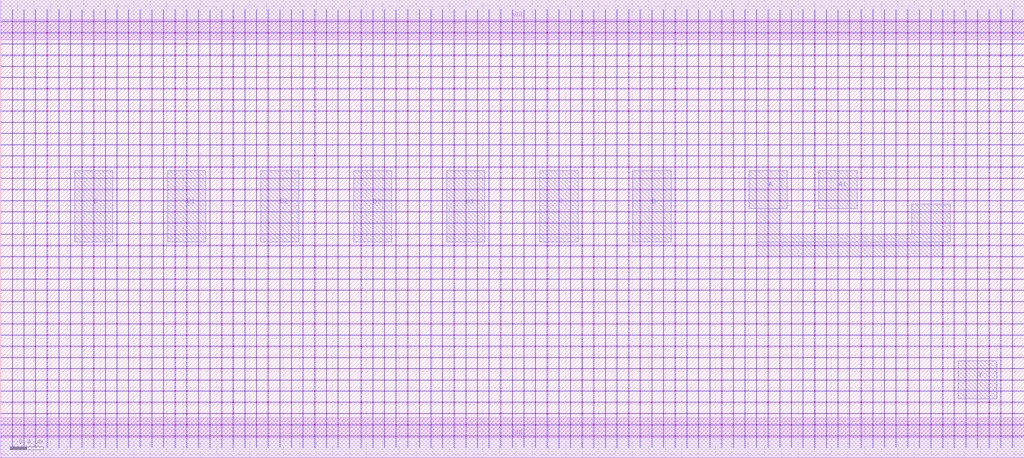
<source format=lef>
MACRO AOAAOI2124_DEBUG
 CLASS CORE ;
 FOREIGN AOAAOI2124_DEBUG 0 0 ;
 SIZE 12.32 BY 5.04 ;
 ORIGIN 0 0 ;
 SYMMETRY X Y R90 ;
 SITE unit ;
  PIN VDD
   DIRECTION INOUT ;
   USE SIGNAL ;
   SHAPE ABUTMENT ;
    PORT
     CLASS CORE ;
       LAYER met1 ;
        RECT 0.00000000 4.80000000 12.32000000 5.28000000 ;
    END
  END VDD

  PIN GND
   DIRECTION INOUT ;
   USE SIGNAL ;
   SHAPE ABUTMENT ;
    PORT
     CLASS CORE ;
       LAYER met1 ;
        RECT 0.00000000 -0.24000000 12.32000000 0.24000000 ;
    END
  END GND

  PIN Y
   DIRECTION INOUT ;
   USE SIGNAL ;
   SHAPE ABUTMENT ;
    PORT
     CLASS CORE ;
       LAYER met2 ;
        RECT 11.53000000 0.46700000 11.99000000 0.92700000 ;
    END
  END Y

  PIN C1
   DIRECTION INOUT ;
   USE SIGNAL ;
   SHAPE ABUTMENT ;
    PORT
     CLASS CORE ;
       LAYER met2 ;
        RECT 5.37000000 2.35700000 5.83000000 3.22200000 ;
    END
  END C1

  PIN D1
   DIRECTION INOUT ;
   USE SIGNAL ;
   SHAPE ABUTMENT ;
    PORT
     CLASS CORE ;
       LAYER met2 ;
        RECT 2.01000000 2.35700000 2.47000000 3.22200000 ;
    END
  END D1

  PIN D2
   DIRECTION INOUT ;
   USE SIGNAL ;
   SHAPE ABUTMENT ;
    PORT
     CLASS CORE ;
       LAYER met2 ;
        RECT 3.13000000 2.35700000 3.59000000 3.22200000 ;
    END
  END D2

  PIN D
   DIRECTION INOUT ;
   USE SIGNAL ;
   SHAPE ABUTMENT ;
    PORT
     CLASS CORE ;
       LAYER met2 ;
        RECT 0.89000000 2.35700000 1.35000000 3.22200000 ;
    END
  END D

  PIN D3
   DIRECTION INOUT ;
   USE SIGNAL ;
   SHAPE ABUTMENT ;
    PORT
     CLASS CORE ;
       LAYER met2 ;
        RECT 4.25000000 2.35700000 4.71000000 3.22200000 ;
    END
  END D3

  PIN C
   DIRECTION INOUT ;
   USE SIGNAL ;
   SHAPE ABUTMENT ;
    PORT
     CLASS CORE ;
       LAYER met2 ;
        RECT 6.49000000 2.35700000 6.95000000 3.22200000 ;
    END
  END C

  PIN A
   DIRECTION INOUT ;
   USE SIGNAL ;
   SHAPE ABUTMENT ;
    PORT
     CLASS CORE ;
       LAYER met2 ;
        RECT 9.10000000 2.17700000 11.34000000 2.35700000 ;
        RECT 9.10000000 2.35700000 11.43000000 2.45700000 ;
        RECT 9.10000000 2.45700000 9.38000000 2.76200000 ;
        RECT 10.97000000 2.45700000 11.43000000 2.81700000 ;
        RECT 9.01000000 2.76200000 9.47000000 3.22200000 ;
    END
  END A

  PIN A1
   DIRECTION INOUT ;
   USE SIGNAL ;
   SHAPE ABUTMENT ;
    PORT
     CLASS CORE ;
       LAYER met2 ;
        RECT 9.85000000 2.76200000 10.31000000 3.22200000 ;
    END
  END A1

  PIN B
   DIRECTION INOUT ;
   USE SIGNAL ;
   SHAPE ABUTMENT ;
    PORT
     CLASS CORE ;
       LAYER met2 ;
        RECT 7.61000000 2.35700000 8.07000000 3.22200000 ;
    END
  END B

 OBS
    LAYER polycont ;
     RECT 1.11600000 2.58300000 1.12400000 2.59100000 ;
     RECT 2.23600000 2.58300000 2.24400000 2.59100000 ;
     RECT 3.35600000 2.58300000 3.36400000 2.59100000 ;
     RECT 4.47600000 2.58300000 4.48400000 2.59100000 ;
     RECT 5.59600000 2.58300000 5.60400000 2.59100000 ;
     RECT 6.71600000 2.58300000 6.72400000 2.59100000 ;
     RECT 7.83600000 2.58300000 7.84400000 2.59100000 ;
     RECT 10.07600000 2.58300000 10.08400000 2.59100000 ;
     RECT 11.19600000 2.58300000 11.20400000 2.59100000 ;
     RECT 1.11600000 2.98800000 1.12400000 2.99600000 ;
     RECT 2.23600000 2.98800000 2.24400000 2.99600000 ;
     RECT 3.35600000 2.98800000 3.36400000 2.99600000 ;
     RECT 4.47600000 2.98800000 4.48400000 2.99600000 ;
     RECT 5.59600000 2.98800000 5.60400000 2.99600000 ;
     RECT 6.71600000 2.98800000 6.72400000 2.99600000 ;
     RECT 7.83600000 2.98800000 7.84400000 2.99600000 ;
     RECT 8.95600000 2.98800000 8.96400000 2.99600000 ;
     RECT 10.07600000 2.98800000 10.08400000 2.99600000 ;

    LAYER pdiffc ;
     RECT 0.41600000 3.39300000 0.42400000 3.40100000 ;
     RECT 10.77600000 3.39300000 10.78400000 3.40100000 ;
     RECT 0.41600000 3.52800000 0.42400000 3.53600000 ;
     RECT 10.77600000 3.52800000 10.78400000 3.53600000 ;
     RECT 0.41600000 3.66300000 0.42400000 3.67100000 ;
     RECT 10.77600000 3.66300000 10.78400000 3.67100000 ;
     RECT 0.41600000 3.79800000 0.42400000 3.80600000 ;
     RECT 10.77600000 3.79800000 10.78400000 3.80600000 ;
     RECT 0.41600000 3.93300000 0.42400000 3.94100000 ;
     RECT 10.77600000 3.93300000 10.78400000 3.94100000 ;
     RECT 0.41600000 4.06800000 0.42400000 4.07600000 ;
     RECT 10.77600000 4.06800000 10.78400000 4.07600000 ;
     RECT 0.41600000 4.20300000 0.42400000 4.21100000 ;
     RECT 10.77600000 4.20300000 10.78400000 4.21100000 ;
     RECT 0.41600000 4.33800000 0.42400000 4.34600000 ;
     RECT 10.77600000 4.33800000 10.78400000 4.34600000 ;
     RECT 0.41600000 4.47300000 0.42400000 4.48100000 ;
     RECT 10.77600000 4.47300000 10.78400000 4.48100000 ;
     RECT 0.41600000 4.60800000 0.42400000 4.61600000 ;
     RECT 10.77600000 4.60800000 10.78400000 4.61600000 ;

    LAYER ndiffc ;
     RECT 6.15600000 0.42300000 6.16400000 0.43100000 ;
     RECT 6.15600000 0.55800000 6.16400000 0.56600000 ;
     RECT 6.15600000 0.69300000 6.16400000 0.70100000 ;
     RECT 6.15600000 0.82800000 6.16400000 0.83600000 ;
     RECT 6.15600000 0.96300000 6.16400000 0.97100000 ;
     RECT 6.15600000 1.09800000 6.16400000 1.10600000 ;
     RECT 6.15600000 1.23300000 6.16400000 1.24100000 ;
     RECT 6.15600000 1.36800000 6.16400000 1.37600000 ;
     RECT 6.15600000 1.50300000 6.16400000 1.51100000 ;
     RECT 6.15600000 1.63800000 6.16400000 1.64600000 ;
     RECT 6.15600000 1.77300000 6.16400000 1.78100000 ;
     RECT 6.15600000 1.90800000 6.16400000 1.91600000 ;
     RECT 6.15600000 2.04300000 6.16400000 2.05100000 ;
     RECT 7.27600000 1.23300000 7.28400000 1.24100000 ;
     RECT 8.39600000 1.23300000 8.40400000 1.24100000 ;
     RECT 8.53600000 1.23300000 8.54400000 1.24100000 ;
     RECT 9.37600000 1.23300000 9.38400000 1.24100000 ;
     RECT 9.51600000 1.23300000 9.52400000 1.24100000 ;
     RECT 10.63600000 1.23300000 10.64400000 1.24100000 ;
     RECT 11.75600000 1.23300000 11.76400000 1.24100000 ;
     RECT 11.89600000 1.23300000 11.90400000 1.24100000 ;
     RECT 9.37600000 1.36800000 9.38400000 1.37600000 ;
     RECT 9.51600000 1.36800000 9.52400000 1.37600000 ;
     RECT 10.63600000 1.36800000 10.64400000 1.37600000 ;
     RECT 11.75600000 1.36800000 11.76400000 1.37600000 ;
     RECT 11.89600000 1.36800000 11.90400000 1.37600000 ;
     RECT 9.37600000 1.50300000 9.38400000 1.51100000 ;
     RECT 9.51600000 1.50300000 9.52400000 1.51100000 ;
     RECT 10.63600000 1.50300000 10.64400000 1.51100000 ;
     RECT 11.75600000 1.50300000 11.76400000 1.51100000 ;
     RECT 11.89600000 1.50300000 11.90400000 1.51100000 ;
     RECT 9.37600000 1.63800000 9.38400000 1.64600000 ;
     RECT 9.51600000 1.63800000 9.52400000 1.64600000 ;
     RECT 10.63600000 1.63800000 10.64400000 1.64600000 ;
     RECT 11.75600000 1.63800000 11.76400000 1.64600000 ;
     RECT 11.89600000 1.63800000 11.90400000 1.64600000 ;
     RECT 9.37600000 1.77300000 9.38400000 1.78100000 ;
     RECT 9.51600000 1.77300000 9.52400000 1.78100000 ;
     RECT 10.63600000 1.77300000 10.64400000 1.78100000 ;
     RECT 11.75600000 1.77300000 11.76400000 1.78100000 ;
     RECT 11.89600000 1.77300000 11.90400000 1.78100000 ;
     RECT 9.37600000 1.90800000 9.38400000 1.91600000 ;
     RECT 9.51600000 1.90800000 9.52400000 1.91600000 ;
     RECT 10.63600000 1.90800000 10.64400000 1.91600000 ;
     RECT 11.75600000 1.90800000 11.76400000 1.91600000 ;
     RECT 11.89600000 1.90800000 11.90400000 1.91600000 ;
     RECT 9.37600000 2.04300000 9.38400000 2.05100000 ;
     RECT 9.51600000 2.04300000 9.52400000 2.05100000 ;
     RECT 10.63600000 2.04300000 10.64400000 2.05100000 ;
     RECT 11.75600000 2.04300000 11.76400000 2.05100000 ;
     RECT 11.89600000 2.04300000 11.90400000 2.05100000 ;
     RECT 8.53600000 1.63800000 8.54400000 1.64600000 ;
     RECT 8.53600000 1.50300000 8.54400000 1.51100000 ;
     RECT 7.27600000 1.90800000 7.28400000 1.91600000 ;
     RECT 8.39600000 1.90800000 8.40400000 1.91600000 ;
     RECT 8.53600000 1.90800000 8.54400000 1.91600000 ;
     RECT 8.53600000 1.36800000 8.54400000 1.37600000 ;
     RECT 7.27600000 1.36800000 7.28400000 1.37600000 ;
     RECT 8.39600000 1.36800000 8.40400000 1.37600000 ;
     RECT 7.27600000 1.50300000 7.28400000 1.51100000 ;
     RECT 7.27600000 1.77300000 7.28400000 1.78100000 ;
     RECT 7.27600000 2.04300000 7.28400000 2.05100000 ;
     RECT 8.39600000 2.04300000 8.40400000 2.05100000 ;
     RECT 8.53600000 2.04300000 8.54400000 2.05100000 ;
     RECT 8.39600000 1.77300000 8.40400000 1.78100000 ;
     RECT 8.53600000 1.77300000 8.54400000 1.78100000 ;
     RECT 8.39600000 1.50300000 8.40400000 1.51100000 ;
     RECT 7.27600000 1.63800000 7.28400000 1.64600000 ;
     RECT 8.39600000 1.63800000 8.40400000 1.64600000 ;
     RECT 8.39600000 0.55800000 8.40400000 0.56600000 ;
     RECT 7.27600000 1.09800000 7.28400000 1.10600000 ;
     RECT 8.39600000 1.09800000 8.40400000 1.10600000 ;
     RECT 8.53600000 1.09800000 8.54400000 1.10600000 ;
     RECT 8.39600000 0.42300000 8.40400000 0.43100000 ;
     RECT 7.27600000 0.69300000 7.28400000 0.70100000 ;
     RECT 8.39600000 0.69300000 8.40400000 0.70100000 ;
     RECT 8.53600000 0.69300000 8.54400000 0.70100000 ;
     RECT 7.27600000 0.55800000 7.28400000 0.56600000 ;
     RECT 8.53600000 0.55800000 8.54400000 0.56600000 ;
     RECT 8.53600000 0.42300000 8.54400000 0.43100000 ;
     RECT 7.27600000 0.82800000 7.28400000 0.83600000 ;
     RECT 8.39600000 0.82800000 8.40400000 0.83600000 ;
     RECT 8.53600000 0.82800000 8.54400000 0.83600000 ;
     RECT 7.27600000 0.96300000 7.28400000 0.97100000 ;
     RECT 8.39600000 0.96300000 8.40400000 0.97100000 ;
     RECT 7.27600000 0.42300000 7.28400000 0.43100000 ;
     RECT 8.53600000 0.96300000 8.54400000 0.97100000 ;
     RECT 9.51600000 0.55800000 9.52400000 0.56600000 ;
     RECT 10.63600000 0.55800000 10.64400000 0.56600000 ;
     RECT 9.37600000 0.82800000 9.38400000 0.83600000 ;
     RECT 9.51600000 0.82800000 9.52400000 0.83600000 ;
     RECT 10.63600000 0.82800000 10.64400000 0.83600000 ;
     RECT 11.75600000 0.82800000 11.76400000 0.83600000 ;
     RECT 11.75600000 0.42300000 11.76400000 0.43100000 ;
     RECT 11.89600000 0.82800000 11.90400000 0.83600000 ;
     RECT 9.37600000 0.42300000 9.38400000 0.43100000 ;
     RECT 11.75600000 0.55800000 11.76400000 0.56600000 ;
     RECT 9.37600000 0.69300000 9.38400000 0.70100000 ;
     RECT 9.51600000 0.69300000 9.52400000 0.70100000 ;
     RECT 9.37600000 0.96300000 9.38400000 0.97100000 ;
     RECT 9.51600000 0.96300000 9.52400000 0.97100000 ;
     RECT 10.63600000 0.96300000 10.64400000 0.97100000 ;
     RECT 11.89600000 0.42300000 11.90400000 0.43100000 ;
     RECT 11.75600000 0.96300000 11.76400000 0.97100000 ;
     RECT 11.89600000 0.96300000 11.90400000 0.97100000 ;
     RECT 9.51600000 0.42300000 9.52400000 0.43100000 ;
     RECT 10.63600000 0.69300000 10.64400000 0.70100000 ;
     RECT 11.75600000 0.69300000 11.76400000 0.70100000 ;
     RECT 11.89600000 0.69300000 11.90400000 0.70100000 ;
     RECT 9.37600000 1.09800000 9.38400000 1.10600000 ;
     RECT 9.51600000 1.09800000 9.52400000 1.10600000 ;
     RECT 10.63600000 1.09800000 10.64400000 1.10600000 ;
     RECT 11.75600000 1.09800000 11.76400000 1.10600000 ;
     RECT 11.89600000 1.09800000 11.90400000 1.10600000 ;
     RECT 10.63600000 0.42300000 10.64400000 0.43100000 ;
     RECT 11.89600000 0.55800000 11.90400000 0.56600000 ;
     RECT 9.37600000 0.55800000 9.38400000 0.56600000 ;
     RECT 2.79600000 0.42300000 2.80400000 0.43100000 ;
     RECT 3.91600000 0.42300000 3.92400000 0.43100000 ;
     RECT 5.03600000 0.42300000 5.04400000 0.43100000 ;
     RECT 0.41600000 1.50300000 0.42400000 1.51100000 ;
     RECT 0.55600000 1.50300000 0.56400000 1.51100000 ;
     RECT 1.67600000 1.50300000 1.68400000 1.51100000 ;
     RECT 2.79600000 1.50300000 2.80400000 1.51100000 ;
     RECT 3.91600000 1.50300000 3.92400000 1.51100000 ;
     RECT 5.03600000 1.50300000 5.04400000 1.51100000 ;
     RECT 0.41600000 0.42300000 0.42400000 0.43100000 ;
     RECT 0.55600000 0.42300000 0.56400000 0.43100000 ;
     RECT 1.67600000 0.42300000 1.68400000 0.43100000 ;
     RECT 0.41600000 1.09800000 0.42400000 1.10600000 ;
     RECT 0.55600000 1.09800000 0.56400000 1.10600000 ;
     RECT 1.67600000 1.09800000 1.68400000 1.10600000 ;
     RECT 2.79600000 1.09800000 2.80400000 1.10600000 ;
     RECT 3.91600000 1.09800000 3.92400000 1.10600000 ;
     RECT 5.03600000 1.09800000 5.04400000 1.10600000 ;
     RECT 0.41600000 1.63800000 0.42400000 1.64600000 ;
     RECT 0.55600000 1.63800000 0.56400000 1.64600000 ;
     RECT 1.67600000 1.63800000 1.68400000 1.64600000 ;
     RECT 2.79600000 1.63800000 2.80400000 1.64600000 ;
     RECT 3.91600000 1.63800000 3.92400000 1.64600000 ;
     RECT 5.03600000 1.63800000 5.04400000 1.64600000 ;
     RECT 0.41600000 0.82800000 0.42400000 0.83600000 ;
     RECT 0.55600000 0.82800000 0.56400000 0.83600000 ;
     RECT 1.67600000 0.82800000 1.68400000 0.83600000 ;
     RECT 2.79600000 0.82800000 2.80400000 0.83600000 ;
     RECT 3.91600000 0.82800000 3.92400000 0.83600000 ;
     RECT 5.03600000 0.82800000 5.04400000 0.83600000 ;
     RECT 0.41600000 0.55800000 0.42400000 0.56600000 ;
     RECT 0.55600000 0.55800000 0.56400000 0.56600000 ;
     RECT 1.67600000 0.55800000 1.68400000 0.56600000 ;
     RECT 0.41600000 1.77300000 0.42400000 1.78100000 ;
     RECT 0.55600000 1.77300000 0.56400000 1.78100000 ;
     RECT 1.67600000 1.77300000 1.68400000 1.78100000 ;
     RECT 2.79600000 1.77300000 2.80400000 1.78100000 ;
     RECT 3.91600000 1.77300000 3.92400000 1.78100000 ;
     RECT 5.03600000 1.77300000 5.04400000 1.78100000 ;
     RECT 0.41600000 1.23300000 0.42400000 1.24100000 ;
     RECT 0.55600000 1.23300000 0.56400000 1.24100000 ;
     RECT 1.67600000 1.23300000 1.68400000 1.24100000 ;
     RECT 2.79600000 1.23300000 2.80400000 1.24100000 ;
     RECT 3.91600000 1.23300000 3.92400000 1.24100000 ;
     RECT 5.03600000 1.23300000 5.04400000 1.24100000 ;
     RECT 0.41600000 0.69300000 0.42400000 0.70100000 ;
     RECT 0.55600000 0.69300000 0.56400000 0.70100000 ;
     RECT 1.67600000 0.69300000 1.68400000 0.70100000 ;
     RECT 0.41600000 1.90800000 0.42400000 1.91600000 ;
     RECT 0.55600000 1.90800000 0.56400000 1.91600000 ;
     RECT 1.67600000 1.90800000 1.68400000 1.91600000 ;
     RECT 2.79600000 1.90800000 2.80400000 1.91600000 ;
     RECT 3.91600000 1.90800000 3.92400000 1.91600000 ;
     RECT 5.03600000 1.90800000 5.04400000 1.91600000 ;
     RECT 2.79600000 0.69300000 2.80400000 0.70100000 ;
     RECT 3.91600000 0.69300000 3.92400000 0.70100000 ;
     RECT 5.03600000 0.69300000 5.04400000 0.70100000 ;
     RECT 0.41600000 0.96300000 0.42400000 0.97100000 ;
     RECT 0.55600000 0.96300000 0.56400000 0.97100000 ;
     RECT 1.67600000 0.96300000 1.68400000 0.97100000 ;
     RECT 0.41600000 1.36800000 0.42400000 1.37600000 ;
     RECT 0.55600000 1.36800000 0.56400000 1.37600000 ;
     RECT 1.67600000 1.36800000 1.68400000 1.37600000 ;
     RECT 0.41600000 2.04300000 0.42400000 2.05100000 ;
     RECT 0.55600000 2.04300000 0.56400000 2.05100000 ;
     RECT 1.67600000 2.04300000 1.68400000 2.05100000 ;
     RECT 2.79600000 2.04300000 2.80400000 2.05100000 ;
     RECT 3.91600000 2.04300000 3.92400000 2.05100000 ;
     RECT 5.03600000 2.04300000 5.04400000 2.05100000 ;
     RECT 2.79600000 1.36800000 2.80400000 1.37600000 ;
     RECT 3.91600000 1.36800000 3.92400000 1.37600000 ;
     RECT 5.03600000 1.36800000 5.04400000 1.37600000 ;
     RECT 2.79600000 0.96300000 2.80400000 0.97100000 ;
     RECT 3.91600000 0.96300000 3.92400000 0.97100000 ;
     RECT 5.03600000 0.96300000 5.04400000 0.97100000 ;
     RECT 2.79600000 0.55800000 2.80400000 0.56600000 ;
     RECT 3.91600000 0.55800000 3.92400000 0.56600000 ;
     RECT 5.03600000 0.55800000 5.04400000 0.56600000 ;

    LAYER met1 ;
     RECT 0.00000000 -0.24000000 12.32000000 0.24000000 ;
     RECT 6.15600000 0.24000000 6.16400000 0.28800000 ;
     RECT 0.02500000 0.28800000 12.29500000 0.29600000 ;
     RECT 6.15600000 0.29600000 6.16400000 0.42300000 ;
     RECT 0.02500000 0.42300000 12.29500000 0.43100000 ;
     RECT 6.15600000 0.43100000 6.16400000 0.55800000 ;
     RECT 0.02500000 0.55800000 12.29500000 0.56600000 ;
     RECT 6.15600000 0.56600000 6.16400000 0.69300000 ;
     RECT 0.02500000 0.69300000 12.29500000 0.70100000 ;
     RECT 6.15600000 0.70100000 6.16400000 0.82800000 ;
     RECT 0.02500000 0.82800000 12.29500000 0.83600000 ;
     RECT 6.15600000 0.83600000 6.16400000 0.96300000 ;
     RECT 0.02500000 0.96300000 12.29500000 0.97100000 ;
     RECT 6.15600000 0.97100000 6.16400000 1.09800000 ;
     RECT 0.02500000 1.09800000 12.29500000 1.10600000 ;
     RECT 6.15600000 1.10600000 6.16400000 1.23300000 ;
     RECT 0.02500000 1.23300000 12.29500000 1.24100000 ;
     RECT 6.15600000 1.24100000 6.16400000 1.36800000 ;
     RECT 0.02500000 1.36800000 12.29500000 1.37600000 ;
     RECT 6.15600000 1.37600000 6.16400000 1.50300000 ;
     RECT 0.02500000 1.50300000 12.29500000 1.51100000 ;
     RECT 6.15600000 1.51100000 6.16400000 1.63800000 ;
     RECT 0.02500000 1.63800000 12.29500000 1.64600000 ;
     RECT 6.15600000 1.64600000 6.16400000 1.77300000 ;
     RECT 0.02500000 1.77300000 12.29500000 1.78100000 ;
     RECT 6.15600000 1.78100000 6.16400000 1.90800000 ;
     RECT 0.02500000 1.90800000 12.29500000 1.91600000 ;
     RECT 6.15600000 1.91600000 6.16400000 2.04300000 ;
     RECT 0.02500000 2.04300000 12.29500000 2.05100000 ;
     RECT 6.15600000 2.05100000 6.16400000 2.17800000 ;
     RECT 0.02500000 2.17800000 12.29500000 2.18600000 ;
     RECT 6.15600000 2.18600000 6.16400000 2.31300000 ;
     RECT 0.02500000 2.31300000 12.29500000 2.32100000 ;
     RECT 6.15600000 2.32100000 6.16400000 2.44800000 ;
     RECT 0.02500000 2.44800000 12.29500000 2.45600000 ;
     RECT 0.13600000 2.45600000 0.14400000 2.58300000 ;
     RECT 0.27600000 2.45600000 0.28400000 2.58300000 ;
     RECT 0.41600000 2.45600000 0.42400000 2.58300000 ;
     RECT 0.55600000 2.45600000 0.56400000 2.58300000 ;
     RECT 0.69600000 2.45600000 0.70400000 2.58300000 ;
     RECT 0.83600000 2.45600000 0.84400000 2.58300000 ;
     RECT 0.97600000 2.45600000 0.98400000 2.58300000 ;
     RECT 1.11600000 2.45600000 1.12400000 2.58300000 ;
     RECT 1.25600000 2.45600000 1.26400000 2.58300000 ;
     RECT 1.39600000 2.45600000 1.40400000 2.58300000 ;
     RECT 1.53600000 2.45600000 1.54400000 2.58300000 ;
     RECT 1.67600000 2.45600000 1.68400000 2.58300000 ;
     RECT 1.81600000 2.45600000 1.82400000 2.58300000 ;
     RECT 1.95600000 2.45600000 1.96400000 2.58300000 ;
     RECT 2.09600000 2.45600000 2.10400000 2.58300000 ;
     RECT 2.23600000 2.45600000 2.24400000 2.58300000 ;
     RECT 2.37600000 2.45600000 2.38400000 2.58300000 ;
     RECT 2.51600000 2.45600000 2.52400000 2.58300000 ;
     RECT 2.65600000 2.45600000 2.66400000 2.58300000 ;
     RECT 2.79600000 2.45600000 2.80400000 2.58300000 ;
     RECT 2.93600000 2.45600000 2.94400000 2.58300000 ;
     RECT 3.07600000 2.45600000 3.08400000 2.58300000 ;
     RECT 3.21600000 2.45600000 3.22400000 2.58300000 ;
     RECT 3.35600000 2.45600000 3.36400000 2.58300000 ;
     RECT 3.49600000 2.45600000 3.50400000 2.58300000 ;
     RECT 3.63600000 2.45600000 3.64400000 2.58300000 ;
     RECT 3.77600000 2.45600000 3.78400000 2.58300000 ;
     RECT 3.91600000 2.45600000 3.92400000 2.58300000 ;
     RECT 4.05600000 2.45600000 4.06400000 2.58300000 ;
     RECT 4.19600000 2.45600000 4.20400000 2.58300000 ;
     RECT 4.33600000 2.45600000 4.34400000 2.58300000 ;
     RECT 4.47600000 2.45600000 4.48400000 2.58300000 ;
     RECT 4.61600000 2.45600000 4.62400000 2.58300000 ;
     RECT 4.75600000 2.45600000 4.76400000 2.58300000 ;
     RECT 4.89600000 2.45600000 4.90400000 2.58300000 ;
     RECT 5.03600000 2.45600000 5.04400000 2.58300000 ;
     RECT 5.17600000 2.45600000 5.18400000 2.58300000 ;
     RECT 5.31600000 2.45600000 5.32400000 2.58300000 ;
     RECT 5.45600000 2.45600000 5.46400000 2.58300000 ;
     RECT 5.59600000 2.45600000 5.60400000 2.58300000 ;
     RECT 5.73600000 2.45600000 5.74400000 2.58300000 ;
     RECT 5.87600000 2.45600000 5.88400000 2.58300000 ;
     RECT 6.01600000 2.45600000 6.02400000 2.58300000 ;
     RECT 6.15600000 2.45600000 6.16400000 2.58300000 ;
     RECT 6.29600000 2.45600000 6.30400000 2.58300000 ;
     RECT 6.43600000 2.45600000 6.44400000 2.58300000 ;
     RECT 6.57600000 2.45600000 6.58400000 2.58300000 ;
     RECT 6.71600000 2.45600000 6.72400000 2.58300000 ;
     RECT 6.85600000 2.45600000 6.86400000 2.58300000 ;
     RECT 6.99600000 2.45600000 7.00400000 2.58300000 ;
     RECT 7.13600000 2.45600000 7.14400000 2.58300000 ;
     RECT 7.27600000 2.45600000 7.28400000 2.58300000 ;
     RECT 7.41600000 2.45600000 7.42400000 2.58300000 ;
     RECT 7.55600000 2.45600000 7.56400000 2.58300000 ;
     RECT 7.69600000 2.45600000 7.70400000 2.58300000 ;
     RECT 7.83600000 2.45600000 7.84400000 2.58300000 ;
     RECT 7.97600000 2.45600000 7.98400000 2.58300000 ;
     RECT 8.11600000 2.45600000 8.12400000 2.58300000 ;
     RECT 8.25600000 2.45600000 8.26400000 2.58300000 ;
     RECT 8.39600000 2.45600000 8.40400000 2.58300000 ;
     RECT 8.53600000 2.45600000 8.54400000 2.58300000 ;
     RECT 8.67600000 2.45600000 8.68400000 2.58300000 ;
     RECT 8.81600000 2.45600000 8.82400000 2.58300000 ;
     RECT 8.95600000 2.45600000 8.96400000 2.58300000 ;
     RECT 9.09600000 2.45600000 9.10400000 2.58300000 ;
     RECT 9.23600000 2.45600000 9.24400000 2.58300000 ;
     RECT 9.37600000 2.45600000 9.38400000 2.58300000 ;
     RECT 9.51600000 2.45600000 9.52400000 2.58300000 ;
     RECT 9.65600000 2.45600000 9.66400000 2.58300000 ;
     RECT 9.79600000 2.45600000 9.80400000 2.58300000 ;
     RECT 9.93600000 2.45600000 9.94400000 2.58300000 ;
     RECT 10.07600000 2.45600000 10.08400000 2.58300000 ;
     RECT 10.21600000 2.45600000 10.22400000 2.58300000 ;
     RECT 10.35600000 2.45600000 10.36400000 2.58300000 ;
     RECT 10.49600000 2.45600000 10.50400000 2.58300000 ;
     RECT 10.63600000 2.45600000 10.64400000 2.58300000 ;
     RECT 10.77600000 2.45600000 10.78400000 2.58300000 ;
     RECT 10.91600000 2.45600000 10.92400000 2.58300000 ;
     RECT 11.05600000 2.45600000 11.06400000 2.58300000 ;
     RECT 11.19600000 2.45600000 11.20400000 2.58300000 ;
     RECT 11.33600000 2.45600000 11.34400000 2.58300000 ;
     RECT 11.47600000 2.45600000 11.48400000 2.58300000 ;
     RECT 11.61600000 2.45600000 11.62400000 2.58300000 ;
     RECT 11.75600000 2.45600000 11.76400000 2.58300000 ;
     RECT 11.89600000 2.45600000 11.90400000 2.58300000 ;
     RECT 12.03600000 2.45600000 12.04400000 2.58300000 ;
     RECT 12.17600000 2.45600000 12.18400000 2.58300000 ;
     RECT 0.02500000 2.58300000 12.29500000 2.59100000 ;
     RECT 6.15600000 2.59100000 6.16400000 2.71800000 ;
     RECT 0.02500000 2.71800000 12.29500000 2.72600000 ;
     RECT 6.15600000 2.72600000 6.16400000 2.85300000 ;
     RECT 0.02500000 2.85300000 12.29500000 2.86100000 ;
     RECT 6.15600000 2.86100000 6.16400000 2.98800000 ;
     RECT 0.02500000 2.98800000 12.29500000 2.99600000 ;
     RECT 6.15600000 2.99600000 6.16400000 3.12300000 ;
     RECT 0.02500000 3.12300000 12.29500000 3.13100000 ;
     RECT 6.15600000 3.13100000 6.16400000 3.25800000 ;
     RECT 0.02500000 3.25800000 12.29500000 3.26600000 ;
     RECT 6.15600000 3.26600000 6.16400000 3.39300000 ;
     RECT 0.02500000 3.39300000 12.29500000 3.40100000 ;
     RECT 6.15600000 3.40100000 6.16400000 3.52800000 ;
     RECT 0.02500000 3.52800000 12.29500000 3.53600000 ;
     RECT 6.15600000 3.53600000 6.16400000 3.66300000 ;
     RECT 0.02500000 3.66300000 12.29500000 3.67100000 ;
     RECT 6.15600000 3.67100000 6.16400000 3.79800000 ;
     RECT 0.02500000 3.79800000 12.29500000 3.80600000 ;
     RECT 6.15600000 3.80600000 6.16400000 3.93300000 ;
     RECT 0.02500000 3.93300000 12.29500000 3.94100000 ;
     RECT 6.15600000 3.94100000 6.16400000 4.06800000 ;
     RECT 0.02500000 4.06800000 12.29500000 4.07600000 ;
     RECT 6.15600000 4.07600000 6.16400000 4.20300000 ;
     RECT 0.02500000 4.20300000 12.29500000 4.21100000 ;
     RECT 6.15600000 4.21100000 6.16400000 4.33800000 ;
     RECT 0.02500000 4.33800000 12.29500000 4.34600000 ;
     RECT 6.15600000 4.34600000 6.16400000 4.47300000 ;
     RECT 0.02500000 4.47300000 12.29500000 4.48100000 ;
     RECT 6.15600000 4.48100000 6.16400000 4.60800000 ;
     RECT 0.02500000 4.60800000 12.29500000 4.61600000 ;
     RECT 6.15600000 4.61600000 6.16400000 4.74300000 ;
     RECT 0.02500000 4.74300000 12.29500000 4.75100000 ;
     RECT 6.15600000 4.75100000 6.16400000 4.80000000 ;
     RECT 0.00000000 4.80000000 12.32000000 5.28000000 ;
     RECT 9.23600000 2.72600000 9.24400000 2.85300000 ;
     RECT 9.23600000 2.86100000 9.24400000 2.98800000 ;
     RECT 9.23600000 2.99600000 9.24400000 3.12300000 ;
     RECT 9.23600000 3.13100000 9.24400000 3.25800000 ;
     RECT 9.23600000 3.26600000 9.24400000 3.39300000 ;
     RECT 9.23600000 3.40100000 9.24400000 3.52800000 ;
     RECT 9.23600000 3.53600000 9.24400000 3.66300000 ;
     RECT 9.23600000 3.67100000 9.24400000 3.79800000 ;
     RECT 6.29600000 3.80600000 6.30400000 3.93300000 ;
     RECT 6.43600000 3.80600000 6.44400000 3.93300000 ;
     RECT 6.57600000 3.80600000 6.58400000 3.93300000 ;
     RECT 6.71600000 3.80600000 6.72400000 3.93300000 ;
     RECT 6.85600000 3.80600000 6.86400000 3.93300000 ;
     RECT 6.99600000 3.80600000 7.00400000 3.93300000 ;
     RECT 7.13600000 3.80600000 7.14400000 3.93300000 ;
     RECT 7.27600000 3.80600000 7.28400000 3.93300000 ;
     RECT 7.41600000 3.80600000 7.42400000 3.93300000 ;
     RECT 7.55600000 3.80600000 7.56400000 3.93300000 ;
     RECT 7.69600000 3.80600000 7.70400000 3.93300000 ;
     RECT 7.83600000 3.80600000 7.84400000 3.93300000 ;
     RECT 7.97600000 3.80600000 7.98400000 3.93300000 ;
     RECT 8.11600000 3.80600000 8.12400000 3.93300000 ;
     RECT 8.25600000 3.80600000 8.26400000 3.93300000 ;
     RECT 8.39600000 3.80600000 8.40400000 3.93300000 ;
     RECT 8.53600000 3.80600000 8.54400000 3.93300000 ;
     RECT 8.67600000 3.80600000 8.68400000 3.93300000 ;
     RECT 8.81600000 3.80600000 8.82400000 3.93300000 ;
     RECT 8.95600000 3.80600000 8.96400000 3.93300000 ;
     RECT 9.09600000 3.80600000 9.10400000 3.93300000 ;
     RECT 9.23600000 3.80600000 9.24400000 3.93300000 ;
     RECT 9.37600000 3.80600000 9.38400000 3.93300000 ;
     RECT 9.51600000 3.80600000 9.52400000 3.93300000 ;
     RECT 9.65600000 3.80600000 9.66400000 3.93300000 ;
     RECT 9.79600000 3.80600000 9.80400000 3.93300000 ;
     RECT 9.93600000 3.80600000 9.94400000 3.93300000 ;
     RECT 10.07600000 3.80600000 10.08400000 3.93300000 ;
     RECT 10.21600000 3.80600000 10.22400000 3.93300000 ;
     RECT 10.35600000 3.80600000 10.36400000 3.93300000 ;
     RECT 10.49600000 3.80600000 10.50400000 3.93300000 ;
     RECT 10.63600000 3.80600000 10.64400000 3.93300000 ;
     RECT 10.77600000 3.80600000 10.78400000 3.93300000 ;
     RECT 10.91600000 3.80600000 10.92400000 3.93300000 ;
     RECT 11.05600000 3.80600000 11.06400000 3.93300000 ;
     RECT 11.19600000 3.80600000 11.20400000 3.93300000 ;
     RECT 11.33600000 3.80600000 11.34400000 3.93300000 ;
     RECT 11.47600000 3.80600000 11.48400000 3.93300000 ;
     RECT 11.61600000 3.80600000 11.62400000 3.93300000 ;
     RECT 11.75600000 3.80600000 11.76400000 3.93300000 ;
     RECT 11.89600000 3.80600000 11.90400000 3.93300000 ;
     RECT 12.03600000 3.80600000 12.04400000 3.93300000 ;
     RECT 12.17600000 3.80600000 12.18400000 3.93300000 ;
     RECT 9.23600000 3.94100000 9.24400000 4.06800000 ;
     RECT 9.23600000 2.59100000 9.24400000 2.71800000 ;
     RECT 9.23600000 4.07600000 9.24400000 4.20300000 ;
     RECT 9.23600000 4.21100000 9.24400000 4.33800000 ;
     RECT 9.23600000 4.34600000 9.24400000 4.47300000 ;
     RECT 9.23600000 4.48100000 9.24400000 4.60800000 ;
     RECT 9.23600000 4.61600000 9.24400000 4.74300000 ;
     RECT 9.23600000 4.75100000 9.24400000 4.80000000 ;
     RECT 10.77600000 3.94100000 10.78400000 4.06800000 ;
     RECT 10.77600000 4.07600000 10.78400000 4.20300000 ;
     RECT 10.77600000 4.21100000 10.78400000 4.33800000 ;
     RECT 10.77600000 4.34600000 10.78400000 4.47300000 ;
     RECT 9.37600000 4.48100000 9.38400000 4.60800000 ;
     RECT 9.51600000 4.48100000 9.52400000 4.60800000 ;
     RECT 9.65600000 4.48100000 9.66400000 4.60800000 ;
     RECT 9.79600000 4.48100000 9.80400000 4.60800000 ;
     RECT 9.93600000 4.48100000 9.94400000 4.60800000 ;
     RECT 10.07600000 4.48100000 10.08400000 4.60800000 ;
     RECT 10.21600000 4.48100000 10.22400000 4.60800000 ;
     RECT 10.35600000 4.48100000 10.36400000 4.60800000 ;
     RECT 10.49600000 4.48100000 10.50400000 4.60800000 ;
     RECT 10.63600000 4.48100000 10.64400000 4.60800000 ;
     RECT 10.77600000 4.48100000 10.78400000 4.60800000 ;
     RECT 10.91600000 4.48100000 10.92400000 4.60800000 ;
     RECT 11.05600000 4.48100000 11.06400000 4.60800000 ;
     RECT 11.19600000 4.48100000 11.20400000 4.60800000 ;
     RECT 11.33600000 4.48100000 11.34400000 4.60800000 ;
     RECT 11.47600000 4.48100000 11.48400000 4.60800000 ;
     RECT 11.61600000 4.48100000 11.62400000 4.60800000 ;
     RECT 11.75600000 4.48100000 11.76400000 4.60800000 ;
     RECT 11.89600000 4.48100000 11.90400000 4.60800000 ;
     RECT 12.03600000 4.48100000 12.04400000 4.60800000 ;
     RECT 12.17600000 4.48100000 12.18400000 4.60800000 ;
     RECT 10.77600000 4.61600000 10.78400000 4.74300000 ;
     RECT 10.77600000 4.75100000 10.78400000 4.80000000 ;
     RECT 11.05600000 4.61600000 11.06400000 4.74300000 ;
     RECT 11.19600000 4.61600000 11.20400000 4.74300000 ;
     RECT 11.33600000 4.61600000 11.34400000 4.74300000 ;
     RECT 11.47600000 4.61600000 11.48400000 4.74300000 ;
     RECT 11.61600000 4.61600000 11.62400000 4.74300000 ;
     RECT 11.75600000 4.61600000 11.76400000 4.74300000 ;
     RECT 11.89600000 4.61600000 11.90400000 4.74300000 ;
     RECT 12.03600000 4.61600000 12.04400000 4.74300000 ;
     RECT 12.17600000 4.61600000 12.18400000 4.74300000 ;
     RECT 10.91600000 4.61600000 10.92400000 4.74300000 ;
     RECT 10.91600000 4.75100000 10.92400000 4.80000000 ;
     RECT 11.05600000 4.75100000 11.06400000 4.80000000 ;
     RECT 11.19600000 4.75100000 11.20400000 4.80000000 ;
     RECT 11.33600000 4.75100000 11.34400000 4.80000000 ;
     RECT 11.47600000 4.75100000 11.48400000 4.80000000 ;
     RECT 11.61600000 4.75100000 11.62400000 4.80000000 ;
     RECT 11.75600000 4.75100000 11.76400000 4.80000000 ;
     RECT 11.89600000 4.75100000 11.90400000 4.80000000 ;
     RECT 12.03600000 4.75100000 12.04400000 4.80000000 ;
     RECT 12.17600000 4.75100000 12.18400000 4.80000000 ;
     RECT 9.51600000 4.75100000 9.52400000 4.80000000 ;
     RECT 9.65600000 4.75100000 9.66400000 4.80000000 ;
     RECT 9.79600000 4.75100000 9.80400000 4.80000000 ;
     RECT 9.93600000 4.75100000 9.94400000 4.80000000 ;
     RECT 10.07600000 4.75100000 10.08400000 4.80000000 ;
     RECT 10.21600000 4.75100000 10.22400000 4.80000000 ;
     RECT 10.35600000 4.75100000 10.36400000 4.80000000 ;
     RECT 10.49600000 4.75100000 10.50400000 4.80000000 ;
     RECT 10.63600000 4.75100000 10.64400000 4.80000000 ;
     RECT 9.51600000 4.61600000 9.52400000 4.74300000 ;
     RECT 9.65600000 4.61600000 9.66400000 4.74300000 ;
     RECT 9.79600000 4.61600000 9.80400000 4.74300000 ;
     RECT 9.93600000 4.61600000 9.94400000 4.74300000 ;
     RECT 10.07600000 4.61600000 10.08400000 4.74300000 ;
     RECT 10.21600000 4.61600000 10.22400000 4.74300000 ;
     RECT 10.35600000 4.61600000 10.36400000 4.74300000 ;
     RECT 10.49600000 4.61600000 10.50400000 4.74300000 ;
     RECT 10.63600000 4.61600000 10.64400000 4.74300000 ;
     RECT 9.37600000 4.61600000 9.38400000 4.74300000 ;
     RECT 9.37600000 4.75100000 9.38400000 4.80000000 ;
     RECT 10.63600000 3.94100000 10.64400000 4.06800000 ;
     RECT 9.79600000 3.94100000 9.80400000 4.06800000 ;
     RECT 9.37600000 4.34600000 9.38400000 4.47300000 ;
     RECT 9.51600000 4.34600000 9.52400000 4.47300000 ;
     RECT 9.65600000 4.34600000 9.66400000 4.47300000 ;
     RECT 9.79600000 4.34600000 9.80400000 4.47300000 ;
     RECT 9.93600000 4.34600000 9.94400000 4.47300000 ;
     RECT 10.07600000 4.34600000 10.08400000 4.47300000 ;
     RECT 10.21600000 4.34600000 10.22400000 4.47300000 ;
     RECT 10.35600000 4.34600000 10.36400000 4.47300000 ;
     RECT 10.49600000 4.34600000 10.50400000 4.47300000 ;
     RECT 10.63600000 4.34600000 10.64400000 4.47300000 ;
     RECT 10.35600000 3.94100000 10.36400000 4.06800000 ;
     RECT 9.93600000 3.94100000 9.94400000 4.06800000 ;
     RECT 9.37600000 3.94100000 9.38400000 4.06800000 ;
     RECT 9.51600000 3.94100000 9.52400000 4.06800000 ;
     RECT 9.37600000 4.07600000 9.38400000 4.20300000 ;
     RECT 9.51600000 4.07600000 9.52400000 4.20300000 ;
     RECT 10.21600000 3.94100000 10.22400000 4.06800000 ;
     RECT 9.65600000 4.07600000 9.66400000 4.20300000 ;
     RECT 9.79600000 4.07600000 9.80400000 4.20300000 ;
     RECT 9.93600000 4.07600000 9.94400000 4.20300000 ;
     RECT 10.07600000 4.07600000 10.08400000 4.20300000 ;
     RECT 10.21600000 4.07600000 10.22400000 4.20300000 ;
     RECT 10.35600000 4.07600000 10.36400000 4.20300000 ;
     RECT 10.49600000 4.07600000 10.50400000 4.20300000 ;
     RECT 10.63600000 4.07600000 10.64400000 4.20300000 ;
     RECT 10.49600000 3.94100000 10.50400000 4.06800000 ;
     RECT 9.65600000 3.94100000 9.66400000 4.06800000 ;
     RECT 9.37600000 4.21100000 9.38400000 4.33800000 ;
     RECT 9.51600000 4.21100000 9.52400000 4.33800000 ;
     RECT 9.65600000 4.21100000 9.66400000 4.33800000 ;
     RECT 9.79600000 4.21100000 9.80400000 4.33800000 ;
     RECT 9.93600000 4.21100000 9.94400000 4.33800000 ;
     RECT 10.07600000 4.21100000 10.08400000 4.33800000 ;
     RECT 10.21600000 4.21100000 10.22400000 4.33800000 ;
     RECT 10.07600000 3.94100000 10.08400000 4.06800000 ;
     RECT 10.35600000 4.21100000 10.36400000 4.33800000 ;
     RECT 10.49600000 4.21100000 10.50400000 4.33800000 ;
     RECT 10.63600000 4.21100000 10.64400000 4.33800000 ;
     RECT 11.33600000 3.94100000 11.34400000 4.06800000 ;
     RECT 11.47600000 3.94100000 11.48400000 4.06800000 ;
     RECT 11.61600000 3.94100000 11.62400000 4.06800000 ;
     RECT 11.75600000 3.94100000 11.76400000 4.06800000 ;
     RECT 10.91600000 4.34600000 10.92400000 4.47300000 ;
     RECT 11.05600000 4.34600000 11.06400000 4.47300000 ;
     RECT 11.19600000 4.34600000 11.20400000 4.47300000 ;
     RECT 11.33600000 4.34600000 11.34400000 4.47300000 ;
     RECT 11.47600000 4.34600000 11.48400000 4.47300000 ;
     RECT 11.61600000 4.34600000 11.62400000 4.47300000 ;
     RECT 11.75600000 4.34600000 11.76400000 4.47300000 ;
     RECT 11.89600000 4.34600000 11.90400000 4.47300000 ;
     RECT 12.03600000 4.34600000 12.04400000 4.47300000 ;
     RECT 12.17600000 4.34600000 12.18400000 4.47300000 ;
     RECT 11.89600000 3.94100000 11.90400000 4.06800000 ;
     RECT 12.03600000 3.94100000 12.04400000 4.06800000 ;
     RECT 12.17600000 3.94100000 12.18400000 4.06800000 ;
     RECT 10.91600000 3.94100000 10.92400000 4.06800000 ;
     RECT 11.05600000 3.94100000 11.06400000 4.06800000 ;
     RECT 11.19600000 3.94100000 11.20400000 4.06800000 ;
     RECT 10.91600000 4.07600000 10.92400000 4.20300000 ;
     RECT 11.05600000 4.07600000 11.06400000 4.20300000 ;
     RECT 10.91600000 4.21100000 10.92400000 4.33800000 ;
     RECT 11.05600000 4.21100000 11.06400000 4.33800000 ;
     RECT 11.19600000 4.21100000 11.20400000 4.33800000 ;
     RECT 11.33600000 4.21100000 11.34400000 4.33800000 ;
     RECT 11.47600000 4.21100000 11.48400000 4.33800000 ;
     RECT 11.61600000 4.21100000 11.62400000 4.33800000 ;
     RECT 11.75600000 4.21100000 11.76400000 4.33800000 ;
     RECT 11.89600000 4.21100000 11.90400000 4.33800000 ;
     RECT 12.03600000 4.21100000 12.04400000 4.33800000 ;
     RECT 12.17600000 4.21100000 12.18400000 4.33800000 ;
     RECT 11.19600000 4.07600000 11.20400000 4.20300000 ;
     RECT 11.33600000 4.07600000 11.34400000 4.20300000 ;
     RECT 11.47600000 4.07600000 11.48400000 4.20300000 ;
     RECT 11.61600000 4.07600000 11.62400000 4.20300000 ;
     RECT 11.75600000 4.07600000 11.76400000 4.20300000 ;
     RECT 11.89600000 4.07600000 11.90400000 4.20300000 ;
     RECT 12.03600000 4.07600000 12.04400000 4.20300000 ;
     RECT 12.17600000 4.07600000 12.18400000 4.20300000 ;
     RECT 7.69600000 3.94100000 7.70400000 4.06800000 ;
     RECT 6.29600000 4.48100000 6.30400000 4.60800000 ;
     RECT 6.43600000 4.48100000 6.44400000 4.60800000 ;
     RECT 6.57600000 4.48100000 6.58400000 4.60800000 ;
     RECT 6.71600000 4.48100000 6.72400000 4.60800000 ;
     RECT 6.85600000 4.48100000 6.86400000 4.60800000 ;
     RECT 6.99600000 4.48100000 7.00400000 4.60800000 ;
     RECT 7.13600000 4.48100000 7.14400000 4.60800000 ;
     RECT 7.27600000 4.48100000 7.28400000 4.60800000 ;
     RECT 7.41600000 4.48100000 7.42400000 4.60800000 ;
     RECT 7.55600000 4.48100000 7.56400000 4.60800000 ;
     RECT 7.69600000 4.48100000 7.70400000 4.60800000 ;
     RECT 7.83600000 4.48100000 7.84400000 4.60800000 ;
     RECT 7.97600000 4.48100000 7.98400000 4.60800000 ;
     RECT 8.11600000 4.48100000 8.12400000 4.60800000 ;
     RECT 8.25600000 4.48100000 8.26400000 4.60800000 ;
     RECT 8.39600000 4.48100000 8.40400000 4.60800000 ;
     RECT 8.53600000 4.48100000 8.54400000 4.60800000 ;
     RECT 8.67600000 4.48100000 8.68400000 4.60800000 ;
     RECT 8.81600000 4.48100000 8.82400000 4.60800000 ;
     RECT 8.95600000 4.48100000 8.96400000 4.60800000 ;
     RECT 9.09600000 4.48100000 9.10400000 4.60800000 ;
     RECT 7.69600000 4.21100000 7.70400000 4.33800000 ;
     RECT 7.69600000 4.61600000 7.70400000 4.74300000 ;
     RECT 7.69600000 4.07600000 7.70400000 4.20300000 ;
     RECT 7.69600000 4.75100000 7.70400000 4.80000000 ;
     RECT 7.69600000 4.34600000 7.70400000 4.47300000 ;
     RECT 8.25600000 4.61600000 8.26400000 4.74300000 ;
     RECT 8.39600000 4.61600000 8.40400000 4.74300000 ;
     RECT 8.53600000 4.61600000 8.54400000 4.74300000 ;
     RECT 8.67600000 4.61600000 8.68400000 4.74300000 ;
     RECT 8.81600000 4.61600000 8.82400000 4.74300000 ;
     RECT 8.95600000 4.61600000 8.96400000 4.74300000 ;
     RECT 9.09600000 4.61600000 9.10400000 4.74300000 ;
     RECT 7.83600000 4.61600000 7.84400000 4.74300000 ;
     RECT 7.97600000 4.61600000 7.98400000 4.74300000 ;
     RECT 7.83600000 4.75100000 7.84400000 4.80000000 ;
     RECT 7.97600000 4.75100000 7.98400000 4.80000000 ;
     RECT 8.11600000 4.75100000 8.12400000 4.80000000 ;
     RECT 8.25600000 4.75100000 8.26400000 4.80000000 ;
     RECT 8.39600000 4.75100000 8.40400000 4.80000000 ;
     RECT 8.53600000 4.75100000 8.54400000 4.80000000 ;
     RECT 8.67600000 4.75100000 8.68400000 4.80000000 ;
     RECT 8.81600000 4.75100000 8.82400000 4.80000000 ;
     RECT 8.95600000 4.75100000 8.96400000 4.80000000 ;
     RECT 9.09600000 4.75100000 9.10400000 4.80000000 ;
     RECT 8.11600000 4.61600000 8.12400000 4.74300000 ;
     RECT 6.57600000 4.75100000 6.58400000 4.80000000 ;
     RECT 6.71600000 4.75100000 6.72400000 4.80000000 ;
     RECT 6.85600000 4.75100000 6.86400000 4.80000000 ;
     RECT 6.99600000 4.75100000 7.00400000 4.80000000 ;
     RECT 7.13600000 4.75100000 7.14400000 4.80000000 ;
     RECT 7.27600000 4.75100000 7.28400000 4.80000000 ;
     RECT 7.41600000 4.75100000 7.42400000 4.80000000 ;
     RECT 7.55600000 4.75100000 7.56400000 4.80000000 ;
     RECT 6.57600000 4.61600000 6.58400000 4.74300000 ;
     RECT 6.71600000 4.61600000 6.72400000 4.74300000 ;
     RECT 6.85600000 4.61600000 6.86400000 4.74300000 ;
     RECT 6.99600000 4.61600000 7.00400000 4.74300000 ;
     RECT 7.13600000 4.61600000 7.14400000 4.74300000 ;
     RECT 7.27600000 4.61600000 7.28400000 4.74300000 ;
     RECT 7.41600000 4.61600000 7.42400000 4.74300000 ;
     RECT 7.55600000 4.61600000 7.56400000 4.74300000 ;
     RECT 6.29600000 4.61600000 6.30400000 4.74300000 ;
     RECT 6.43600000 4.61600000 6.44400000 4.74300000 ;
     RECT 6.29600000 4.75100000 6.30400000 4.80000000 ;
     RECT 6.43600000 4.75100000 6.44400000 4.80000000 ;
     RECT 7.55600000 4.07600000 7.56400000 4.20300000 ;
     RECT 6.29600000 4.07600000 6.30400000 4.20300000 ;
     RECT 6.57600000 3.94100000 6.58400000 4.06800000 ;
     RECT 6.71600000 3.94100000 6.72400000 4.06800000 ;
     RECT 6.29600000 4.34600000 6.30400000 4.47300000 ;
     RECT 6.43600000 4.34600000 6.44400000 4.47300000 ;
     RECT 6.57600000 4.34600000 6.58400000 4.47300000 ;
     RECT 6.29600000 4.21100000 6.30400000 4.33800000 ;
     RECT 6.43600000 4.21100000 6.44400000 4.33800000 ;
     RECT 6.57600000 4.21100000 6.58400000 4.33800000 ;
     RECT 6.71600000 4.21100000 6.72400000 4.33800000 ;
     RECT 6.85600000 4.21100000 6.86400000 4.33800000 ;
     RECT 6.99600000 4.21100000 7.00400000 4.33800000 ;
     RECT 7.13600000 4.21100000 7.14400000 4.33800000 ;
     RECT 7.27600000 4.21100000 7.28400000 4.33800000 ;
     RECT 7.41600000 4.21100000 7.42400000 4.33800000 ;
     RECT 7.55600000 4.21100000 7.56400000 4.33800000 ;
     RECT 7.55600000 3.94100000 7.56400000 4.06800000 ;
     RECT 6.43600000 4.07600000 6.44400000 4.20300000 ;
     RECT 6.57600000 4.07600000 6.58400000 4.20300000 ;
     RECT 6.71600000 4.07600000 6.72400000 4.20300000 ;
     RECT 7.41600000 3.94100000 7.42400000 4.06800000 ;
     RECT 6.29600000 3.94100000 6.30400000 4.06800000 ;
     RECT 6.43600000 3.94100000 6.44400000 4.06800000 ;
     RECT 6.85600000 4.07600000 6.86400000 4.20300000 ;
     RECT 6.99600000 4.07600000 7.00400000 4.20300000 ;
     RECT 7.13600000 4.07600000 7.14400000 4.20300000 ;
     RECT 7.27600000 4.07600000 7.28400000 4.20300000 ;
     RECT 6.71600000 4.34600000 6.72400000 4.47300000 ;
     RECT 6.85600000 4.34600000 6.86400000 4.47300000 ;
     RECT 6.99600000 4.34600000 7.00400000 4.47300000 ;
     RECT 7.13600000 4.34600000 7.14400000 4.47300000 ;
     RECT 7.27600000 4.34600000 7.28400000 4.47300000 ;
     RECT 7.41600000 4.34600000 7.42400000 4.47300000 ;
     RECT 7.55600000 4.34600000 7.56400000 4.47300000 ;
     RECT 7.41600000 4.07600000 7.42400000 4.20300000 ;
     RECT 6.85600000 3.94100000 6.86400000 4.06800000 ;
     RECT 6.99600000 3.94100000 7.00400000 4.06800000 ;
     RECT 7.13600000 3.94100000 7.14400000 4.06800000 ;
     RECT 7.27600000 3.94100000 7.28400000 4.06800000 ;
     RECT 9.09600000 4.21100000 9.10400000 4.33800000 ;
     RECT 8.53600000 3.94100000 8.54400000 4.06800000 ;
     RECT 8.67600000 3.94100000 8.68400000 4.06800000 ;
     RECT 8.81600000 3.94100000 8.82400000 4.06800000 ;
     RECT 8.95600000 3.94100000 8.96400000 4.06800000 ;
     RECT 9.09600000 3.94100000 9.10400000 4.06800000 ;
     RECT 7.83600000 3.94100000 7.84400000 4.06800000 ;
     RECT 7.97600000 3.94100000 7.98400000 4.06800000 ;
     RECT 8.11600000 3.94100000 8.12400000 4.06800000 ;
     RECT 8.25600000 3.94100000 8.26400000 4.06800000 ;
     RECT 8.39600000 3.94100000 8.40400000 4.06800000 ;
     RECT 7.83600000 4.21100000 7.84400000 4.33800000 ;
     RECT 7.83600000 4.07600000 7.84400000 4.20300000 ;
     RECT 7.97600000 4.07600000 7.98400000 4.20300000 ;
     RECT 8.11600000 4.07600000 8.12400000 4.20300000 ;
     RECT 8.25600000 4.07600000 8.26400000 4.20300000 ;
     RECT 8.39600000 4.07600000 8.40400000 4.20300000 ;
     RECT 8.53600000 4.07600000 8.54400000 4.20300000 ;
     RECT 8.67600000 4.07600000 8.68400000 4.20300000 ;
     RECT 8.81600000 4.07600000 8.82400000 4.20300000 ;
     RECT 8.95600000 4.07600000 8.96400000 4.20300000 ;
     RECT 9.09600000 4.07600000 9.10400000 4.20300000 ;
     RECT 7.97600000 4.21100000 7.98400000 4.33800000 ;
     RECT 8.11600000 4.21100000 8.12400000 4.33800000 ;
     RECT 8.25600000 4.21100000 8.26400000 4.33800000 ;
     RECT 8.39600000 4.21100000 8.40400000 4.33800000 ;
     RECT 7.83600000 4.34600000 7.84400000 4.47300000 ;
     RECT 7.97600000 4.34600000 7.98400000 4.47300000 ;
     RECT 8.11600000 4.34600000 8.12400000 4.47300000 ;
     RECT 8.25600000 4.34600000 8.26400000 4.47300000 ;
     RECT 8.39600000 4.34600000 8.40400000 4.47300000 ;
     RECT 8.53600000 4.34600000 8.54400000 4.47300000 ;
     RECT 8.67600000 4.34600000 8.68400000 4.47300000 ;
     RECT 8.81600000 4.34600000 8.82400000 4.47300000 ;
     RECT 8.95600000 4.34600000 8.96400000 4.47300000 ;
     RECT 9.09600000 4.34600000 9.10400000 4.47300000 ;
     RECT 8.53600000 4.21100000 8.54400000 4.33800000 ;
     RECT 8.67600000 4.21100000 8.68400000 4.33800000 ;
     RECT 8.81600000 4.21100000 8.82400000 4.33800000 ;
     RECT 8.95600000 4.21100000 8.96400000 4.33800000 ;
     RECT 7.69600000 3.67100000 7.70400000 3.79800000 ;
     RECT 7.69600000 2.72600000 7.70400000 2.85300000 ;
     RECT 7.69600000 2.86100000 7.70400000 2.98800000 ;
     RECT 7.69600000 2.99600000 7.70400000 3.12300000 ;
     RECT 6.29600000 3.13100000 6.30400000 3.25800000 ;
     RECT 6.43600000 3.13100000 6.44400000 3.25800000 ;
     RECT 6.57600000 3.13100000 6.58400000 3.25800000 ;
     RECT 6.71600000 3.13100000 6.72400000 3.25800000 ;
     RECT 6.85600000 3.13100000 6.86400000 3.25800000 ;
     RECT 6.99600000 3.13100000 7.00400000 3.25800000 ;
     RECT 7.13600000 3.13100000 7.14400000 3.25800000 ;
     RECT 7.27600000 3.13100000 7.28400000 3.25800000 ;
     RECT 7.41600000 3.13100000 7.42400000 3.25800000 ;
     RECT 7.55600000 3.13100000 7.56400000 3.25800000 ;
     RECT 7.69600000 3.13100000 7.70400000 3.25800000 ;
     RECT 7.83600000 3.13100000 7.84400000 3.25800000 ;
     RECT 7.97600000 3.13100000 7.98400000 3.25800000 ;
     RECT 8.11600000 3.13100000 8.12400000 3.25800000 ;
     RECT 8.25600000 3.13100000 8.26400000 3.25800000 ;
     RECT 8.39600000 3.13100000 8.40400000 3.25800000 ;
     RECT 8.53600000 3.13100000 8.54400000 3.25800000 ;
     RECT 8.67600000 3.13100000 8.68400000 3.25800000 ;
     RECT 8.81600000 3.13100000 8.82400000 3.25800000 ;
     RECT 8.95600000 3.13100000 8.96400000 3.25800000 ;
     RECT 9.09600000 3.13100000 9.10400000 3.25800000 ;
     RECT 7.69600000 3.26600000 7.70400000 3.39300000 ;
     RECT 7.69600000 2.59100000 7.70400000 2.71800000 ;
     RECT 7.69600000 3.40100000 7.70400000 3.52800000 ;
     RECT 7.69600000 3.53600000 7.70400000 3.66300000 ;
     RECT 8.81600000 3.53600000 8.82400000 3.66300000 ;
     RECT 7.83600000 3.67100000 7.84400000 3.79800000 ;
     RECT 7.97600000 3.67100000 7.98400000 3.79800000 ;
     RECT 8.11600000 3.67100000 8.12400000 3.79800000 ;
     RECT 8.25600000 3.67100000 8.26400000 3.79800000 ;
     RECT 8.39600000 3.67100000 8.40400000 3.79800000 ;
     RECT 8.53600000 3.67100000 8.54400000 3.79800000 ;
     RECT 8.67600000 3.67100000 8.68400000 3.79800000 ;
     RECT 8.81600000 3.67100000 8.82400000 3.79800000 ;
     RECT 8.95600000 3.67100000 8.96400000 3.79800000 ;
     RECT 7.83600000 3.26600000 7.84400000 3.39300000 ;
     RECT 7.97600000 3.26600000 7.98400000 3.39300000 ;
     RECT 8.11600000 3.26600000 8.12400000 3.39300000 ;
     RECT 8.25600000 3.26600000 8.26400000 3.39300000 ;
     RECT 8.39600000 3.26600000 8.40400000 3.39300000 ;
     RECT 8.53600000 3.26600000 8.54400000 3.39300000 ;
     RECT 8.67600000 3.26600000 8.68400000 3.39300000 ;
     RECT 8.81600000 3.26600000 8.82400000 3.39300000 ;
     RECT 8.95600000 3.26600000 8.96400000 3.39300000 ;
     RECT 9.09600000 3.26600000 9.10400000 3.39300000 ;
     RECT 9.09600000 3.67100000 9.10400000 3.79800000 ;
     RECT 8.95600000 3.53600000 8.96400000 3.66300000 ;
     RECT 7.83600000 3.40100000 7.84400000 3.52800000 ;
     RECT 7.97600000 3.40100000 7.98400000 3.52800000 ;
     RECT 8.11600000 3.40100000 8.12400000 3.52800000 ;
     RECT 8.25600000 3.40100000 8.26400000 3.52800000 ;
     RECT 8.39600000 3.40100000 8.40400000 3.52800000 ;
     RECT 8.53600000 3.40100000 8.54400000 3.52800000 ;
     RECT 8.67600000 3.40100000 8.68400000 3.52800000 ;
     RECT 8.81600000 3.40100000 8.82400000 3.52800000 ;
     RECT 8.95600000 3.40100000 8.96400000 3.52800000 ;
     RECT 9.09600000 3.40100000 9.10400000 3.52800000 ;
     RECT 9.09600000 3.53600000 9.10400000 3.66300000 ;
     RECT 7.83600000 3.53600000 7.84400000 3.66300000 ;
     RECT 7.97600000 3.53600000 7.98400000 3.66300000 ;
     RECT 8.11600000 3.53600000 8.12400000 3.66300000 ;
     RECT 8.25600000 3.53600000 8.26400000 3.66300000 ;
     RECT 8.39600000 3.53600000 8.40400000 3.66300000 ;
     RECT 8.53600000 3.53600000 8.54400000 3.66300000 ;
     RECT 8.67600000 3.53600000 8.68400000 3.66300000 ;
     RECT 6.43600000 3.26600000 6.44400000 3.39300000 ;
     RECT 6.29600000 3.40100000 6.30400000 3.52800000 ;
     RECT 6.43600000 3.40100000 6.44400000 3.52800000 ;
     RECT 6.57600000 3.40100000 6.58400000 3.52800000 ;
     RECT 6.71600000 3.40100000 6.72400000 3.52800000 ;
     RECT 6.85600000 3.40100000 6.86400000 3.52800000 ;
     RECT 6.99600000 3.40100000 7.00400000 3.52800000 ;
     RECT 7.13600000 3.40100000 7.14400000 3.52800000 ;
     RECT 7.27600000 3.40100000 7.28400000 3.52800000 ;
     RECT 7.41600000 3.40100000 7.42400000 3.52800000 ;
     RECT 7.55600000 3.40100000 7.56400000 3.52800000 ;
     RECT 6.57600000 3.26600000 6.58400000 3.39300000 ;
     RECT 6.71600000 3.26600000 6.72400000 3.39300000 ;
     RECT 6.85600000 3.26600000 6.86400000 3.39300000 ;
     RECT 6.99600000 3.26600000 7.00400000 3.39300000 ;
     RECT 7.13600000 3.26600000 7.14400000 3.39300000 ;
     RECT 7.27600000 3.26600000 7.28400000 3.39300000 ;
     RECT 7.41600000 3.26600000 7.42400000 3.39300000 ;
     RECT 7.55600000 3.26600000 7.56400000 3.39300000 ;
     RECT 6.99600000 3.67100000 7.00400000 3.79800000 ;
     RECT 7.13600000 3.67100000 7.14400000 3.79800000 ;
     RECT 7.27600000 3.67100000 7.28400000 3.79800000 ;
     RECT 6.29600000 3.53600000 6.30400000 3.66300000 ;
     RECT 6.43600000 3.53600000 6.44400000 3.66300000 ;
     RECT 6.57600000 3.53600000 6.58400000 3.66300000 ;
     RECT 6.71600000 3.53600000 6.72400000 3.66300000 ;
     RECT 6.85600000 3.53600000 6.86400000 3.66300000 ;
     RECT 6.99600000 3.53600000 7.00400000 3.66300000 ;
     RECT 7.13600000 3.53600000 7.14400000 3.66300000 ;
     RECT 7.27600000 3.53600000 7.28400000 3.66300000 ;
     RECT 7.41600000 3.53600000 7.42400000 3.66300000 ;
     RECT 7.55600000 3.53600000 7.56400000 3.66300000 ;
     RECT 7.41600000 3.67100000 7.42400000 3.79800000 ;
     RECT 7.55600000 3.67100000 7.56400000 3.79800000 ;
     RECT 6.29600000 3.67100000 6.30400000 3.79800000 ;
     RECT 6.43600000 3.67100000 6.44400000 3.79800000 ;
     RECT 6.57600000 3.67100000 6.58400000 3.79800000 ;
     RECT 6.71600000 3.67100000 6.72400000 3.79800000 ;
     RECT 6.85600000 3.67100000 6.86400000 3.79800000 ;
     RECT 6.29600000 3.26600000 6.30400000 3.39300000 ;
     RECT 6.43600000 2.86100000 6.44400000 2.98800000 ;
     RECT 6.57600000 2.86100000 6.58400000 2.98800000 ;
     RECT 6.71600000 2.86100000 6.72400000 2.98800000 ;
     RECT 6.85600000 2.86100000 6.86400000 2.98800000 ;
     RECT 6.99600000 2.86100000 7.00400000 2.98800000 ;
     RECT 7.13600000 2.86100000 7.14400000 2.98800000 ;
     RECT 7.27600000 2.86100000 7.28400000 2.98800000 ;
     RECT 7.41600000 2.86100000 7.42400000 2.98800000 ;
     RECT 7.55600000 2.86100000 7.56400000 2.98800000 ;
     RECT 6.99600000 2.72600000 7.00400000 2.85300000 ;
     RECT 6.43600000 2.59100000 6.44400000 2.71800000 ;
     RECT 6.85600000 2.59100000 6.86400000 2.71800000 ;
     RECT 6.99600000 2.59100000 7.00400000 2.71800000 ;
     RECT 6.43600000 2.72600000 6.44400000 2.85300000 ;
     RECT 7.41600000 2.59100000 7.42400000 2.71800000 ;
     RECT 7.55600000 2.59100000 7.56400000 2.71800000 ;
     RECT 6.29600000 2.99600000 6.30400000 3.12300000 ;
     RECT 6.43600000 2.99600000 6.44400000 3.12300000 ;
     RECT 6.57600000 2.99600000 6.58400000 3.12300000 ;
     RECT 6.71600000 2.99600000 6.72400000 3.12300000 ;
     RECT 6.85600000 2.99600000 6.86400000 3.12300000 ;
     RECT 6.71600000 2.72600000 6.72400000 2.85300000 ;
     RECT 6.99600000 2.99600000 7.00400000 3.12300000 ;
     RECT 7.13600000 2.99600000 7.14400000 3.12300000 ;
     RECT 7.27600000 2.99600000 7.28400000 3.12300000 ;
     RECT 7.41600000 2.99600000 7.42400000 3.12300000 ;
     RECT 7.55600000 2.99600000 7.56400000 3.12300000 ;
     RECT 7.13600000 2.72600000 7.14400000 2.85300000 ;
     RECT 6.29600000 2.72600000 6.30400000 2.85300000 ;
     RECT 7.13600000 2.59100000 7.14400000 2.71800000 ;
     RECT 7.27600000 2.59100000 7.28400000 2.71800000 ;
     RECT 7.27600000 2.72600000 7.28400000 2.85300000 ;
     RECT 7.41600000 2.72600000 7.42400000 2.85300000 ;
     RECT 7.55600000 2.72600000 7.56400000 2.85300000 ;
     RECT 6.85600000 2.72600000 6.86400000 2.85300000 ;
     RECT 6.29600000 2.59100000 6.30400000 2.71800000 ;
     RECT 6.57600000 2.59100000 6.58400000 2.71800000 ;
     RECT 6.71600000 2.59100000 6.72400000 2.71800000 ;
     RECT 6.57600000 2.72600000 6.58400000 2.85300000 ;
     RECT 6.29600000 2.86100000 6.30400000 2.98800000 ;
     RECT 7.83600000 2.72600000 7.84400000 2.85300000 ;
     RECT 7.97600000 2.72600000 7.98400000 2.85300000 ;
     RECT 8.11600000 2.72600000 8.12400000 2.85300000 ;
     RECT 8.25600000 2.72600000 8.26400000 2.85300000 ;
     RECT 8.39600000 2.72600000 8.40400000 2.85300000 ;
     RECT 8.53600000 2.72600000 8.54400000 2.85300000 ;
     RECT 8.67600000 2.72600000 8.68400000 2.85300000 ;
     RECT 9.09600000 2.59100000 9.10400000 2.71800000 ;
     RECT 8.81600000 2.72600000 8.82400000 2.85300000 ;
     RECT 8.95600000 2.72600000 8.96400000 2.85300000 ;
     RECT 9.09600000 2.72600000 9.10400000 2.85300000 ;
     RECT 7.83600000 2.99600000 7.84400000 3.12300000 ;
     RECT 7.97600000 2.99600000 7.98400000 3.12300000 ;
     RECT 8.11600000 2.99600000 8.12400000 3.12300000 ;
     RECT 8.25600000 2.99600000 8.26400000 3.12300000 ;
     RECT 8.39600000 2.99600000 8.40400000 3.12300000 ;
     RECT 8.53600000 2.99600000 8.54400000 3.12300000 ;
     RECT 8.67600000 2.99600000 8.68400000 3.12300000 ;
     RECT 8.81600000 2.99600000 8.82400000 3.12300000 ;
     RECT 8.95600000 2.99600000 8.96400000 3.12300000 ;
     RECT 7.97600000 2.59100000 7.98400000 2.71800000 ;
     RECT 8.11600000 2.59100000 8.12400000 2.71800000 ;
     RECT 9.09600000 2.99600000 9.10400000 3.12300000 ;
     RECT 7.83600000 2.86100000 7.84400000 2.98800000 ;
     RECT 7.97600000 2.86100000 7.98400000 2.98800000 ;
     RECT 8.11600000 2.86100000 8.12400000 2.98800000 ;
     RECT 8.25600000 2.86100000 8.26400000 2.98800000 ;
     RECT 8.39600000 2.86100000 8.40400000 2.98800000 ;
     RECT 8.53600000 2.86100000 8.54400000 2.98800000 ;
     RECT 8.67600000 2.86100000 8.68400000 2.98800000 ;
     RECT 8.81600000 2.86100000 8.82400000 2.98800000 ;
     RECT 8.95600000 2.86100000 8.96400000 2.98800000 ;
     RECT 9.09600000 2.86100000 9.10400000 2.98800000 ;
     RECT 8.39600000 2.59100000 8.40400000 2.71800000 ;
     RECT 8.53600000 2.59100000 8.54400000 2.71800000 ;
     RECT 8.67600000 2.59100000 8.68400000 2.71800000 ;
     RECT 8.25600000 2.59100000 8.26400000 2.71800000 ;
     RECT 7.83600000 2.59100000 7.84400000 2.71800000 ;
     RECT 8.81600000 2.59100000 8.82400000 2.71800000 ;
     RECT 8.95600000 2.59100000 8.96400000 2.71800000 ;
     RECT 10.77600000 3.26600000 10.78400000 3.39300000 ;
     RECT 10.77600000 2.99600000 10.78400000 3.12300000 ;
     RECT 10.77600000 3.40100000 10.78400000 3.52800000 ;
     RECT 10.77600000 2.72600000 10.78400000 2.85300000 ;
     RECT 10.77600000 2.86100000 10.78400000 2.98800000 ;
     RECT 10.77600000 3.53600000 10.78400000 3.66300000 ;
     RECT 9.37600000 3.13100000 9.38400000 3.25800000 ;
     RECT 9.51600000 3.13100000 9.52400000 3.25800000 ;
     RECT 9.65600000 3.13100000 9.66400000 3.25800000 ;
     RECT 9.79600000 3.13100000 9.80400000 3.25800000 ;
     RECT 9.93600000 3.13100000 9.94400000 3.25800000 ;
     RECT 10.07600000 3.13100000 10.08400000 3.25800000 ;
     RECT 10.21600000 3.13100000 10.22400000 3.25800000 ;
     RECT 10.35600000 3.13100000 10.36400000 3.25800000 ;
     RECT 10.49600000 3.13100000 10.50400000 3.25800000 ;
     RECT 10.63600000 3.13100000 10.64400000 3.25800000 ;
     RECT 10.77600000 3.13100000 10.78400000 3.25800000 ;
     RECT 10.91600000 3.13100000 10.92400000 3.25800000 ;
     RECT 11.05600000 3.13100000 11.06400000 3.25800000 ;
     RECT 11.19600000 3.13100000 11.20400000 3.25800000 ;
     RECT 11.33600000 3.13100000 11.34400000 3.25800000 ;
     RECT 11.47600000 3.13100000 11.48400000 3.25800000 ;
     RECT 11.61600000 3.13100000 11.62400000 3.25800000 ;
     RECT 11.75600000 3.13100000 11.76400000 3.25800000 ;
     RECT 11.89600000 3.13100000 11.90400000 3.25800000 ;
     RECT 12.03600000 3.13100000 12.04400000 3.25800000 ;
     RECT 12.17600000 3.13100000 12.18400000 3.25800000 ;
     RECT 10.77600000 3.67100000 10.78400000 3.79800000 ;
     RECT 10.77600000 2.59100000 10.78400000 2.71800000 ;
     RECT 12.03600000 3.40100000 12.04400000 3.52800000 ;
     RECT 12.17600000 3.40100000 12.18400000 3.52800000 ;
     RECT 11.61600000 3.67100000 11.62400000 3.79800000 ;
     RECT 11.75600000 3.67100000 11.76400000 3.79800000 ;
     RECT 11.89600000 3.67100000 11.90400000 3.79800000 ;
     RECT 10.91600000 3.53600000 10.92400000 3.66300000 ;
     RECT 11.05600000 3.53600000 11.06400000 3.66300000 ;
     RECT 11.19600000 3.53600000 11.20400000 3.66300000 ;
     RECT 11.33600000 3.53600000 11.34400000 3.66300000 ;
     RECT 11.47600000 3.53600000 11.48400000 3.66300000 ;
     RECT 11.61600000 3.53600000 11.62400000 3.66300000 ;
     RECT 11.75600000 3.53600000 11.76400000 3.66300000 ;
     RECT 11.89600000 3.53600000 11.90400000 3.66300000 ;
     RECT 12.03600000 3.53600000 12.04400000 3.66300000 ;
     RECT 12.17600000 3.53600000 12.18400000 3.66300000 ;
     RECT 12.03600000 3.67100000 12.04400000 3.79800000 ;
     RECT 12.17600000 3.67100000 12.18400000 3.79800000 ;
     RECT 11.19600000 3.67100000 11.20400000 3.79800000 ;
     RECT 10.91600000 3.26600000 10.92400000 3.39300000 ;
     RECT 11.05600000 3.26600000 11.06400000 3.39300000 ;
     RECT 11.19600000 3.26600000 11.20400000 3.39300000 ;
     RECT 11.33600000 3.26600000 11.34400000 3.39300000 ;
     RECT 11.47600000 3.26600000 11.48400000 3.39300000 ;
     RECT 11.61600000 3.26600000 11.62400000 3.39300000 ;
     RECT 11.75600000 3.26600000 11.76400000 3.39300000 ;
     RECT 11.89600000 3.26600000 11.90400000 3.39300000 ;
     RECT 12.03600000 3.26600000 12.04400000 3.39300000 ;
     RECT 12.17600000 3.26600000 12.18400000 3.39300000 ;
     RECT 11.33600000 3.67100000 11.34400000 3.79800000 ;
     RECT 11.47600000 3.67100000 11.48400000 3.79800000 ;
     RECT 10.91600000 3.40100000 10.92400000 3.52800000 ;
     RECT 11.05600000 3.40100000 11.06400000 3.52800000 ;
     RECT 11.19600000 3.40100000 11.20400000 3.52800000 ;
     RECT 11.33600000 3.40100000 11.34400000 3.52800000 ;
     RECT 11.47600000 3.40100000 11.48400000 3.52800000 ;
     RECT 11.61600000 3.40100000 11.62400000 3.52800000 ;
     RECT 11.75600000 3.40100000 11.76400000 3.52800000 ;
     RECT 10.91600000 3.67100000 10.92400000 3.79800000 ;
     RECT 11.05600000 3.67100000 11.06400000 3.79800000 ;
     RECT 11.89600000 3.40100000 11.90400000 3.52800000 ;
     RECT 10.63600000 3.40100000 10.64400000 3.52800000 ;
     RECT 9.65600000 3.26600000 9.66400000 3.39300000 ;
     RECT 9.79600000 3.26600000 9.80400000 3.39300000 ;
     RECT 9.93600000 3.26600000 9.94400000 3.39300000 ;
     RECT 10.07600000 3.26600000 10.08400000 3.39300000 ;
     RECT 10.21600000 3.26600000 10.22400000 3.39300000 ;
     RECT 10.35600000 3.26600000 10.36400000 3.39300000 ;
     RECT 10.49600000 3.26600000 10.50400000 3.39300000 ;
     RECT 10.63600000 3.26600000 10.64400000 3.39300000 ;
     RECT 9.37600000 3.26600000 9.38400000 3.39300000 ;
     RECT 9.51600000 3.26600000 9.52400000 3.39300000 ;
     RECT 9.37600000 3.40100000 9.38400000 3.52800000 ;
     RECT 9.51600000 3.40100000 9.52400000 3.52800000 ;
     RECT 9.65600000 3.40100000 9.66400000 3.52800000 ;
     RECT 9.37600000 3.53600000 9.38400000 3.66300000 ;
     RECT 9.51600000 3.53600000 9.52400000 3.66300000 ;
     RECT 9.65600000 3.53600000 9.66400000 3.66300000 ;
     RECT 9.79600000 3.53600000 9.80400000 3.66300000 ;
     RECT 9.93600000 3.53600000 9.94400000 3.66300000 ;
     RECT 10.07600000 3.53600000 10.08400000 3.66300000 ;
     RECT 10.21600000 3.53600000 10.22400000 3.66300000 ;
     RECT 10.35600000 3.53600000 10.36400000 3.66300000 ;
     RECT 10.49600000 3.53600000 10.50400000 3.66300000 ;
     RECT 10.63600000 3.53600000 10.64400000 3.66300000 ;
     RECT 9.79600000 3.40100000 9.80400000 3.52800000 ;
     RECT 9.93600000 3.40100000 9.94400000 3.52800000 ;
     RECT 9.37600000 3.67100000 9.38400000 3.79800000 ;
     RECT 9.51600000 3.67100000 9.52400000 3.79800000 ;
     RECT 9.65600000 3.67100000 9.66400000 3.79800000 ;
     RECT 9.79600000 3.67100000 9.80400000 3.79800000 ;
     RECT 9.93600000 3.67100000 9.94400000 3.79800000 ;
     RECT 10.07600000 3.67100000 10.08400000 3.79800000 ;
     RECT 10.21600000 3.67100000 10.22400000 3.79800000 ;
     RECT 10.35600000 3.67100000 10.36400000 3.79800000 ;
     RECT 10.49600000 3.67100000 10.50400000 3.79800000 ;
     RECT 10.63600000 3.67100000 10.64400000 3.79800000 ;
     RECT 10.07600000 3.40100000 10.08400000 3.52800000 ;
     RECT 10.21600000 3.40100000 10.22400000 3.52800000 ;
     RECT 10.35600000 3.40100000 10.36400000 3.52800000 ;
     RECT 10.49600000 3.40100000 10.50400000 3.52800000 ;
     RECT 10.35600000 2.59100000 10.36400000 2.71800000 ;
     RECT 10.63600000 2.99600000 10.64400000 3.12300000 ;
     RECT 9.79600000 2.59100000 9.80400000 2.71800000 ;
     RECT 10.35600000 2.72600000 10.36400000 2.85300000 ;
     RECT 9.37600000 2.59100000 9.38400000 2.71800000 ;
     RECT 9.51600000 2.59100000 9.52400000 2.71800000 ;
     RECT 10.49600000 2.72600000 10.50400000 2.85300000 ;
     RECT 10.63600000 2.72600000 10.64400000 2.85300000 ;
     RECT 9.37600000 2.72600000 9.38400000 2.85300000 ;
     RECT 9.37600000 2.86100000 9.38400000 2.98800000 ;
     RECT 9.51600000 2.86100000 9.52400000 2.98800000 ;
     RECT 9.65600000 2.86100000 9.66400000 2.98800000 ;
     RECT 9.79600000 2.86100000 9.80400000 2.98800000 ;
     RECT 9.93600000 2.86100000 9.94400000 2.98800000 ;
     RECT 10.07600000 2.86100000 10.08400000 2.98800000 ;
     RECT 10.21600000 2.86100000 10.22400000 2.98800000 ;
     RECT 10.35600000 2.86100000 10.36400000 2.98800000 ;
     RECT 10.49600000 2.86100000 10.50400000 2.98800000 ;
     RECT 10.63600000 2.86100000 10.64400000 2.98800000 ;
     RECT 9.51600000 2.72600000 9.52400000 2.85300000 ;
     RECT 9.65600000 2.72600000 9.66400000 2.85300000 ;
     RECT 9.65600000 2.59100000 9.66400000 2.71800000 ;
     RECT 9.93600000 2.59100000 9.94400000 2.71800000 ;
     RECT 10.07600000 2.59100000 10.08400000 2.71800000 ;
     RECT 9.79600000 2.72600000 9.80400000 2.85300000 ;
     RECT 9.93600000 2.72600000 9.94400000 2.85300000 ;
     RECT 10.07600000 2.72600000 10.08400000 2.85300000 ;
     RECT 10.21600000 2.72600000 10.22400000 2.85300000 ;
     RECT 9.37600000 2.99600000 9.38400000 3.12300000 ;
     RECT 9.51600000 2.99600000 9.52400000 3.12300000 ;
     RECT 9.65600000 2.99600000 9.66400000 3.12300000 ;
     RECT 9.79600000 2.99600000 9.80400000 3.12300000 ;
     RECT 9.93600000 2.99600000 9.94400000 3.12300000 ;
     RECT 10.07600000 2.99600000 10.08400000 3.12300000 ;
     RECT 10.21600000 2.99600000 10.22400000 3.12300000 ;
     RECT 10.35600000 2.99600000 10.36400000 3.12300000 ;
     RECT 10.49600000 2.99600000 10.50400000 3.12300000 ;
     RECT 10.49600000 2.59100000 10.50400000 2.71800000 ;
     RECT 10.63600000 2.59100000 10.64400000 2.71800000 ;
     RECT 10.21600000 2.59100000 10.22400000 2.71800000 ;
     RECT 11.61600000 2.86100000 11.62400000 2.98800000 ;
     RECT 11.61600000 2.72600000 11.62400000 2.85300000 ;
     RECT 11.75600000 2.72600000 11.76400000 2.85300000 ;
     RECT 11.89600000 2.72600000 11.90400000 2.85300000 ;
     RECT 12.03600000 2.72600000 12.04400000 2.85300000 ;
     RECT 12.17600000 2.72600000 12.18400000 2.85300000 ;
     RECT 11.47600000 2.59100000 11.48400000 2.71800000 ;
     RECT 11.61600000 2.59100000 11.62400000 2.71800000 ;
     RECT 11.75600000 2.59100000 11.76400000 2.71800000 ;
     RECT 11.89600000 2.59100000 11.90400000 2.71800000 ;
     RECT 10.91600000 2.86100000 10.92400000 2.98800000 ;
     RECT 11.05600000 2.86100000 11.06400000 2.98800000 ;
     RECT 11.19600000 2.86100000 11.20400000 2.98800000 ;
     RECT 11.33600000 2.86100000 11.34400000 2.98800000 ;
     RECT 11.47600000 2.86100000 11.48400000 2.98800000 ;
     RECT 12.03600000 2.59100000 12.04400000 2.71800000 ;
     RECT 12.17600000 2.59100000 12.18400000 2.71800000 ;
     RECT 10.91600000 2.59100000 10.92400000 2.71800000 ;
     RECT 11.05600000 2.59100000 11.06400000 2.71800000 ;
     RECT 11.19600000 2.59100000 11.20400000 2.71800000 ;
     RECT 11.33600000 2.59100000 11.34400000 2.71800000 ;
     RECT 12.03600000 2.86100000 12.04400000 2.98800000 ;
     RECT 12.17600000 2.86100000 12.18400000 2.98800000 ;
     RECT 11.33600000 2.72600000 11.34400000 2.85300000 ;
     RECT 11.75600000 2.86100000 11.76400000 2.98800000 ;
     RECT 11.89600000 2.86100000 11.90400000 2.98800000 ;
     RECT 10.91600000 2.99600000 10.92400000 3.12300000 ;
     RECT 11.05600000 2.99600000 11.06400000 3.12300000 ;
     RECT 11.19600000 2.99600000 11.20400000 3.12300000 ;
     RECT 11.33600000 2.99600000 11.34400000 3.12300000 ;
     RECT 12.17600000 2.99600000 12.18400000 3.12300000 ;
     RECT 11.47600000 2.99600000 11.48400000 3.12300000 ;
     RECT 11.61600000 2.99600000 11.62400000 3.12300000 ;
     RECT 11.75600000 2.99600000 11.76400000 3.12300000 ;
     RECT 11.89600000 2.99600000 11.90400000 3.12300000 ;
     RECT 10.91600000 2.72600000 10.92400000 2.85300000 ;
     RECT 11.05600000 2.72600000 11.06400000 2.85300000 ;
     RECT 11.19600000 2.72600000 11.20400000 2.85300000 ;
     RECT 12.03600000 2.99600000 12.04400000 3.12300000 ;
     RECT 11.47600000 2.72600000 11.48400000 2.85300000 ;
     RECT 0.13600000 3.80600000 0.14400000 3.93300000 ;
     RECT 0.27600000 3.80600000 0.28400000 3.93300000 ;
     RECT 0.41600000 3.80600000 0.42400000 3.93300000 ;
     RECT 0.55600000 3.80600000 0.56400000 3.93300000 ;
     RECT 0.69600000 3.80600000 0.70400000 3.93300000 ;
     RECT 0.83600000 3.80600000 0.84400000 3.93300000 ;
     RECT 0.97600000 3.80600000 0.98400000 3.93300000 ;
     RECT 1.11600000 3.80600000 1.12400000 3.93300000 ;
     RECT 1.25600000 3.80600000 1.26400000 3.93300000 ;
     RECT 1.39600000 3.80600000 1.40400000 3.93300000 ;
     RECT 1.53600000 3.80600000 1.54400000 3.93300000 ;
     RECT 1.67600000 3.80600000 1.68400000 3.93300000 ;
     RECT 1.81600000 3.80600000 1.82400000 3.93300000 ;
     RECT 1.95600000 3.80600000 1.96400000 3.93300000 ;
     RECT 2.09600000 3.80600000 2.10400000 3.93300000 ;
     RECT 2.23600000 3.80600000 2.24400000 3.93300000 ;
     RECT 2.37600000 3.80600000 2.38400000 3.93300000 ;
     RECT 2.51600000 3.80600000 2.52400000 3.93300000 ;
     RECT 2.65600000 3.80600000 2.66400000 3.93300000 ;
     RECT 2.79600000 3.80600000 2.80400000 3.93300000 ;
     RECT 2.93600000 3.80600000 2.94400000 3.93300000 ;
     RECT 3.07600000 3.80600000 3.08400000 3.93300000 ;
     RECT 3.21600000 3.80600000 3.22400000 3.93300000 ;
     RECT 3.35600000 3.80600000 3.36400000 3.93300000 ;
     RECT 3.49600000 3.80600000 3.50400000 3.93300000 ;
     RECT 3.63600000 3.80600000 3.64400000 3.93300000 ;
     RECT 3.77600000 3.80600000 3.78400000 3.93300000 ;
     RECT 3.91600000 3.80600000 3.92400000 3.93300000 ;
     RECT 4.05600000 3.80600000 4.06400000 3.93300000 ;
     RECT 4.19600000 3.80600000 4.20400000 3.93300000 ;
     RECT 4.33600000 3.80600000 4.34400000 3.93300000 ;
     RECT 4.47600000 3.80600000 4.48400000 3.93300000 ;
     RECT 4.61600000 3.80600000 4.62400000 3.93300000 ;
     RECT 4.75600000 3.80600000 4.76400000 3.93300000 ;
     RECT 4.89600000 3.80600000 4.90400000 3.93300000 ;
     RECT 5.03600000 3.80600000 5.04400000 3.93300000 ;
     RECT 5.17600000 3.80600000 5.18400000 3.93300000 ;
     RECT 5.31600000 3.80600000 5.32400000 3.93300000 ;
     RECT 5.45600000 3.80600000 5.46400000 3.93300000 ;
     RECT 5.59600000 3.80600000 5.60400000 3.93300000 ;
     RECT 5.73600000 3.80600000 5.74400000 3.93300000 ;
     RECT 5.87600000 3.80600000 5.88400000 3.93300000 ;
     RECT 6.01600000 3.80600000 6.02400000 3.93300000 ;
     RECT 3.07600000 2.86100000 3.08400000 2.98800000 ;
     RECT 3.07600000 3.94100000 3.08400000 4.06800000 ;
     RECT 3.07600000 3.26600000 3.08400000 3.39300000 ;
     RECT 3.07600000 4.07600000 3.08400000 4.20300000 ;
     RECT 3.07600000 2.72600000 3.08400000 2.85300000 ;
     RECT 3.07600000 4.21100000 3.08400000 4.33800000 ;
     RECT 3.07600000 3.40100000 3.08400000 3.52800000 ;
     RECT 3.07600000 4.34600000 3.08400000 4.47300000 ;
     RECT 3.07600000 2.99600000 3.08400000 3.12300000 ;
     RECT 3.07600000 4.48100000 3.08400000 4.60800000 ;
     RECT 3.07600000 3.53600000 3.08400000 3.66300000 ;
     RECT 3.07600000 2.59100000 3.08400000 2.71800000 ;
     RECT 3.07600000 4.61600000 3.08400000 4.74300000 ;
     RECT 3.07600000 4.75100000 3.08400000 4.80000000 ;
     RECT 3.07600000 3.67100000 3.08400000 3.79800000 ;
     RECT 3.07600000 3.13100000 3.08400000 3.25800000 ;
     RECT 4.61600000 4.07600000 4.62400000 4.20300000 ;
     RECT 4.61600000 4.21100000 4.62400000 4.33800000 ;
     RECT 4.61600000 4.34600000 4.62400000 4.47300000 ;
     RECT 3.21600000 4.48100000 3.22400000 4.60800000 ;
     RECT 3.35600000 4.48100000 3.36400000 4.60800000 ;
     RECT 3.49600000 4.48100000 3.50400000 4.60800000 ;
     RECT 3.63600000 4.48100000 3.64400000 4.60800000 ;
     RECT 3.77600000 4.48100000 3.78400000 4.60800000 ;
     RECT 3.91600000 4.48100000 3.92400000 4.60800000 ;
     RECT 4.05600000 4.48100000 4.06400000 4.60800000 ;
     RECT 4.19600000 4.48100000 4.20400000 4.60800000 ;
     RECT 4.33600000 4.48100000 4.34400000 4.60800000 ;
     RECT 4.47600000 4.48100000 4.48400000 4.60800000 ;
     RECT 4.61600000 4.48100000 4.62400000 4.60800000 ;
     RECT 4.75600000 4.48100000 4.76400000 4.60800000 ;
     RECT 4.89600000 4.48100000 4.90400000 4.60800000 ;
     RECT 5.03600000 4.48100000 5.04400000 4.60800000 ;
     RECT 5.17600000 4.48100000 5.18400000 4.60800000 ;
     RECT 5.31600000 4.48100000 5.32400000 4.60800000 ;
     RECT 5.45600000 4.48100000 5.46400000 4.60800000 ;
     RECT 5.59600000 4.48100000 5.60400000 4.60800000 ;
     RECT 5.73600000 4.48100000 5.74400000 4.60800000 ;
     RECT 5.87600000 4.48100000 5.88400000 4.60800000 ;
     RECT 6.01600000 4.48100000 6.02400000 4.60800000 ;
     RECT 4.61600000 3.94100000 4.62400000 4.06800000 ;
     RECT 4.61600000 4.61600000 4.62400000 4.74300000 ;
     RECT 4.61600000 4.75100000 4.62400000 4.80000000 ;
     RECT 4.89600000 4.61600000 4.90400000 4.74300000 ;
     RECT 5.03600000 4.61600000 5.04400000 4.74300000 ;
     RECT 5.17600000 4.61600000 5.18400000 4.74300000 ;
     RECT 5.31600000 4.61600000 5.32400000 4.74300000 ;
     RECT 5.45600000 4.61600000 5.46400000 4.74300000 ;
     RECT 5.59600000 4.61600000 5.60400000 4.74300000 ;
     RECT 5.73600000 4.61600000 5.74400000 4.74300000 ;
     RECT 5.87600000 4.61600000 5.88400000 4.74300000 ;
     RECT 6.01600000 4.61600000 6.02400000 4.74300000 ;
     RECT 4.75600000 4.61600000 4.76400000 4.74300000 ;
     RECT 4.75600000 4.75100000 4.76400000 4.80000000 ;
     RECT 4.89600000 4.75100000 4.90400000 4.80000000 ;
     RECT 5.03600000 4.75100000 5.04400000 4.80000000 ;
     RECT 5.17600000 4.75100000 5.18400000 4.80000000 ;
     RECT 5.31600000 4.75100000 5.32400000 4.80000000 ;
     RECT 5.45600000 4.75100000 5.46400000 4.80000000 ;
     RECT 5.59600000 4.75100000 5.60400000 4.80000000 ;
     RECT 5.73600000 4.75100000 5.74400000 4.80000000 ;
     RECT 5.87600000 4.75100000 5.88400000 4.80000000 ;
     RECT 6.01600000 4.75100000 6.02400000 4.80000000 ;
     RECT 3.35600000 4.75100000 3.36400000 4.80000000 ;
     RECT 3.49600000 4.75100000 3.50400000 4.80000000 ;
     RECT 3.63600000 4.75100000 3.64400000 4.80000000 ;
     RECT 3.77600000 4.75100000 3.78400000 4.80000000 ;
     RECT 3.91600000 4.75100000 3.92400000 4.80000000 ;
     RECT 4.05600000 4.75100000 4.06400000 4.80000000 ;
     RECT 4.19600000 4.75100000 4.20400000 4.80000000 ;
     RECT 4.33600000 4.75100000 4.34400000 4.80000000 ;
     RECT 4.47600000 4.75100000 4.48400000 4.80000000 ;
     RECT 3.35600000 4.61600000 3.36400000 4.74300000 ;
     RECT 3.49600000 4.61600000 3.50400000 4.74300000 ;
     RECT 3.63600000 4.61600000 3.64400000 4.74300000 ;
     RECT 3.77600000 4.61600000 3.78400000 4.74300000 ;
     RECT 3.91600000 4.61600000 3.92400000 4.74300000 ;
     RECT 4.05600000 4.61600000 4.06400000 4.74300000 ;
     RECT 4.19600000 4.61600000 4.20400000 4.74300000 ;
     RECT 4.33600000 4.61600000 4.34400000 4.74300000 ;
     RECT 4.47600000 4.61600000 4.48400000 4.74300000 ;
     RECT 3.21600000 4.61600000 3.22400000 4.74300000 ;
     RECT 3.21600000 4.75100000 3.22400000 4.80000000 ;
     RECT 3.91600000 3.94100000 3.92400000 4.06800000 ;
     RECT 3.21600000 4.34600000 3.22400000 4.47300000 ;
     RECT 3.35600000 4.34600000 3.36400000 4.47300000 ;
     RECT 3.49600000 4.34600000 3.50400000 4.47300000 ;
     RECT 3.63600000 4.34600000 3.64400000 4.47300000 ;
     RECT 3.77600000 4.34600000 3.78400000 4.47300000 ;
     RECT 3.91600000 4.34600000 3.92400000 4.47300000 ;
     RECT 4.05600000 4.34600000 4.06400000 4.47300000 ;
     RECT 4.19600000 4.34600000 4.20400000 4.47300000 ;
     RECT 4.33600000 4.34600000 4.34400000 4.47300000 ;
     RECT 4.47600000 4.34600000 4.48400000 4.47300000 ;
     RECT 3.21600000 4.07600000 3.22400000 4.20300000 ;
     RECT 4.05600000 3.94100000 4.06400000 4.06800000 ;
     RECT 4.19600000 3.94100000 4.20400000 4.06800000 ;
     RECT 3.35600000 4.07600000 3.36400000 4.20300000 ;
     RECT 3.49600000 4.07600000 3.50400000 4.20300000 ;
     RECT 3.63600000 4.07600000 3.64400000 4.20300000 ;
     RECT 3.77600000 4.07600000 3.78400000 4.20300000 ;
     RECT 3.91600000 4.07600000 3.92400000 4.20300000 ;
     RECT 4.05600000 4.07600000 4.06400000 4.20300000 ;
     RECT 4.19600000 4.07600000 4.20400000 4.20300000 ;
     RECT 4.33600000 4.07600000 4.34400000 4.20300000 ;
     RECT 4.47600000 4.07600000 4.48400000 4.20300000 ;
     RECT 3.21600000 3.94100000 3.22400000 4.06800000 ;
     RECT 3.49600000 3.94100000 3.50400000 4.06800000 ;
     RECT 3.63600000 3.94100000 3.64400000 4.06800000 ;
     RECT 3.21600000 4.21100000 3.22400000 4.33800000 ;
     RECT 3.35600000 4.21100000 3.36400000 4.33800000 ;
     RECT 3.49600000 4.21100000 3.50400000 4.33800000 ;
     RECT 3.63600000 4.21100000 3.64400000 4.33800000 ;
     RECT 3.77600000 4.21100000 3.78400000 4.33800000 ;
     RECT 3.91600000 4.21100000 3.92400000 4.33800000 ;
     RECT 4.05600000 4.21100000 4.06400000 4.33800000 ;
     RECT 4.19600000 4.21100000 4.20400000 4.33800000 ;
     RECT 4.33600000 4.21100000 4.34400000 4.33800000 ;
     RECT 4.33600000 3.94100000 4.34400000 4.06800000 ;
     RECT 4.47600000 3.94100000 4.48400000 4.06800000 ;
     RECT 4.47600000 4.21100000 4.48400000 4.33800000 ;
     RECT 3.35600000 3.94100000 3.36400000 4.06800000 ;
     RECT 3.77600000 3.94100000 3.78400000 4.06800000 ;
     RECT 5.31600000 4.34600000 5.32400000 4.47300000 ;
     RECT 5.45600000 4.34600000 5.46400000 4.47300000 ;
     RECT 5.59600000 4.34600000 5.60400000 4.47300000 ;
     RECT 5.73600000 4.34600000 5.74400000 4.47300000 ;
     RECT 5.87600000 4.34600000 5.88400000 4.47300000 ;
     RECT 6.01600000 4.34600000 6.02400000 4.47300000 ;
     RECT 5.03600000 4.07600000 5.04400000 4.20300000 ;
     RECT 5.17600000 4.07600000 5.18400000 4.20300000 ;
     RECT 5.31600000 4.07600000 5.32400000 4.20300000 ;
     RECT 5.45600000 4.07600000 5.46400000 4.20300000 ;
     RECT 4.75600000 4.21100000 4.76400000 4.33800000 ;
     RECT 4.89600000 4.21100000 4.90400000 4.33800000 ;
     RECT 5.03600000 4.21100000 5.04400000 4.33800000 ;
     RECT 5.17600000 4.21100000 5.18400000 4.33800000 ;
     RECT 5.31600000 4.21100000 5.32400000 4.33800000 ;
     RECT 5.45600000 4.21100000 5.46400000 4.33800000 ;
     RECT 4.75600000 3.94100000 4.76400000 4.06800000 ;
     RECT 5.59600000 4.21100000 5.60400000 4.33800000 ;
     RECT 5.73600000 4.21100000 5.74400000 4.33800000 ;
     RECT 5.87600000 4.21100000 5.88400000 4.33800000 ;
     RECT 6.01600000 4.21100000 6.02400000 4.33800000 ;
     RECT 5.59600000 4.07600000 5.60400000 4.20300000 ;
     RECT 5.73600000 4.07600000 5.74400000 4.20300000 ;
     RECT 5.87600000 4.07600000 5.88400000 4.20300000 ;
     RECT 6.01600000 4.07600000 6.02400000 4.20300000 ;
     RECT 6.01600000 3.94100000 6.02400000 4.06800000 ;
     RECT 5.17600000 3.94100000 5.18400000 4.06800000 ;
     RECT 5.31600000 3.94100000 5.32400000 4.06800000 ;
     RECT 5.45600000 3.94100000 5.46400000 4.06800000 ;
     RECT 5.59600000 3.94100000 5.60400000 4.06800000 ;
     RECT 5.73600000 3.94100000 5.74400000 4.06800000 ;
     RECT 5.87600000 3.94100000 5.88400000 4.06800000 ;
     RECT 4.75600000 4.07600000 4.76400000 4.20300000 ;
     RECT 4.89600000 4.07600000 4.90400000 4.20300000 ;
     RECT 4.75600000 4.34600000 4.76400000 4.47300000 ;
     RECT 4.89600000 4.34600000 4.90400000 4.47300000 ;
     RECT 5.03600000 4.34600000 5.04400000 4.47300000 ;
     RECT 5.17600000 4.34600000 5.18400000 4.47300000 ;
     RECT 4.89600000 3.94100000 4.90400000 4.06800000 ;
     RECT 5.03600000 3.94100000 5.04400000 4.06800000 ;
     RECT 0.13600000 4.48100000 0.14400000 4.60800000 ;
     RECT 0.27600000 4.48100000 0.28400000 4.60800000 ;
     RECT 0.41600000 4.48100000 0.42400000 4.60800000 ;
     RECT 0.55600000 4.48100000 0.56400000 4.60800000 ;
     RECT 0.69600000 4.48100000 0.70400000 4.60800000 ;
     RECT 0.83600000 4.48100000 0.84400000 4.60800000 ;
     RECT 0.97600000 4.48100000 0.98400000 4.60800000 ;
     RECT 1.11600000 4.48100000 1.12400000 4.60800000 ;
     RECT 1.25600000 4.48100000 1.26400000 4.60800000 ;
     RECT 1.39600000 4.48100000 1.40400000 4.60800000 ;
     RECT 1.53600000 4.48100000 1.54400000 4.60800000 ;
     RECT 1.67600000 4.48100000 1.68400000 4.60800000 ;
     RECT 1.81600000 4.48100000 1.82400000 4.60800000 ;
     RECT 1.95600000 4.48100000 1.96400000 4.60800000 ;
     RECT 2.09600000 4.48100000 2.10400000 4.60800000 ;
     RECT 2.23600000 4.48100000 2.24400000 4.60800000 ;
     RECT 2.37600000 4.48100000 2.38400000 4.60800000 ;
     RECT 2.51600000 4.48100000 2.52400000 4.60800000 ;
     RECT 2.65600000 4.48100000 2.66400000 4.60800000 ;
     RECT 2.79600000 4.48100000 2.80400000 4.60800000 ;
     RECT 2.93600000 4.48100000 2.94400000 4.60800000 ;
     RECT 1.53600000 4.21100000 1.54400000 4.33800000 ;
     RECT 1.53600000 4.61600000 1.54400000 4.74300000 ;
     RECT 1.53600000 4.07600000 1.54400000 4.20300000 ;
     RECT 1.53600000 4.75100000 1.54400000 4.80000000 ;
     RECT 1.53600000 4.34600000 1.54400000 4.47300000 ;
     RECT 1.53600000 3.94100000 1.54400000 4.06800000 ;
     RECT 2.23600000 4.61600000 2.24400000 4.74300000 ;
     RECT 2.37600000 4.61600000 2.38400000 4.74300000 ;
     RECT 2.51600000 4.61600000 2.52400000 4.74300000 ;
     RECT 2.65600000 4.61600000 2.66400000 4.74300000 ;
     RECT 2.79600000 4.61600000 2.80400000 4.74300000 ;
     RECT 2.93600000 4.61600000 2.94400000 4.74300000 ;
     RECT 1.67600000 4.61600000 1.68400000 4.74300000 ;
     RECT 1.81600000 4.61600000 1.82400000 4.74300000 ;
     RECT 1.67600000 4.75100000 1.68400000 4.80000000 ;
     RECT 1.81600000 4.75100000 1.82400000 4.80000000 ;
     RECT 1.95600000 4.75100000 1.96400000 4.80000000 ;
     RECT 2.09600000 4.75100000 2.10400000 4.80000000 ;
     RECT 2.23600000 4.75100000 2.24400000 4.80000000 ;
     RECT 2.37600000 4.75100000 2.38400000 4.80000000 ;
     RECT 2.51600000 4.75100000 2.52400000 4.80000000 ;
     RECT 2.65600000 4.75100000 2.66400000 4.80000000 ;
     RECT 2.79600000 4.75100000 2.80400000 4.80000000 ;
     RECT 2.93600000 4.75100000 2.94400000 4.80000000 ;
     RECT 1.95600000 4.61600000 1.96400000 4.74300000 ;
     RECT 2.09600000 4.61600000 2.10400000 4.74300000 ;
     RECT 0.55600000 4.75100000 0.56400000 4.80000000 ;
     RECT 0.69600000 4.75100000 0.70400000 4.80000000 ;
     RECT 0.83600000 4.75100000 0.84400000 4.80000000 ;
     RECT 0.97600000 4.75100000 0.98400000 4.80000000 ;
     RECT 1.11600000 4.75100000 1.12400000 4.80000000 ;
     RECT 1.25600000 4.75100000 1.26400000 4.80000000 ;
     RECT 1.39600000 4.75100000 1.40400000 4.80000000 ;
     RECT 0.41600000 4.61600000 0.42400000 4.74300000 ;
     RECT 0.55600000 4.61600000 0.56400000 4.74300000 ;
     RECT 0.69600000 4.61600000 0.70400000 4.74300000 ;
     RECT 0.83600000 4.61600000 0.84400000 4.74300000 ;
     RECT 0.97600000 4.61600000 0.98400000 4.74300000 ;
     RECT 1.11600000 4.61600000 1.12400000 4.74300000 ;
     RECT 1.25600000 4.61600000 1.26400000 4.74300000 ;
     RECT 1.39600000 4.61600000 1.40400000 4.74300000 ;
     RECT 0.13600000 4.61600000 0.14400000 4.74300000 ;
     RECT 0.27600000 4.61600000 0.28400000 4.74300000 ;
     RECT 0.13600000 4.75100000 0.14400000 4.80000000 ;
     RECT 0.27600000 4.75100000 0.28400000 4.80000000 ;
     RECT 0.41600000 4.75100000 0.42400000 4.80000000 ;
     RECT 0.55600000 3.94100000 0.56400000 4.06800000 ;
     RECT 0.69600000 3.94100000 0.70400000 4.06800000 ;
     RECT 0.83600000 3.94100000 0.84400000 4.06800000 ;
     RECT 0.13600000 4.34600000 0.14400000 4.47300000 ;
     RECT 0.27600000 4.34600000 0.28400000 4.47300000 ;
     RECT 0.41600000 4.34600000 0.42400000 4.47300000 ;
     RECT 0.55600000 4.34600000 0.56400000 4.47300000 ;
     RECT 0.69600000 4.34600000 0.70400000 4.47300000 ;
     RECT 0.83600000 4.34600000 0.84400000 4.47300000 ;
     RECT 0.55600000 4.21100000 0.56400000 4.33800000 ;
     RECT 0.13600000 3.94100000 0.14400000 4.06800000 ;
     RECT 0.27600000 3.94100000 0.28400000 4.06800000 ;
     RECT 0.13600000 4.07600000 0.14400000 4.20300000 ;
     RECT 0.27600000 4.07600000 0.28400000 4.20300000 ;
     RECT 0.13600000 4.21100000 0.14400000 4.33800000 ;
     RECT 0.69600000 4.21100000 0.70400000 4.33800000 ;
     RECT 0.83600000 4.21100000 0.84400000 4.33800000 ;
     RECT 0.97600000 4.21100000 0.98400000 4.33800000 ;
     RECT 1.11600000 4.21100000 1.12400000 4.33800000 ;
     RECT 1.25600000 4.21100000 1.26400000 4.33800000 ;
     RECT 1.39600000 4.21100000 1.40400000 4.33800000 ;
     RECT 0.27600000 4.21100000 0.28400000 4.33800000 ;
     RECT 0.41600000 4.07600000 0.42400000 4.20300000 ;
     RECT 0.55600000 4.07600000 0.56400000 4.20300000 ;
     RECT 0.69600000 4.07600000 0.70400000 4.20300000 ;
     RECT 0.83600000 4.07600000 0.84400000 4.20300000 ;
     RECT 0.97600000 4.07600000 0.98400000 4.20300000 ;
     RECT 1.11600000 4.07600000 1.12400000 4.20300000 ;
     RECT 1.25600000 4.07600000 1.26400000 4.20300000 ;
     RECT 1.39600000 4.07600000 1.40400000 4.20300000 ;
     RECT 0.97600000 4.34600000 0.98400000 4.47300000 ;
     RECT 1.11600000 4.34600000 1.12400000 4.47300000 ;
     RECT 1.25600000 4.34600000 1.26400000 4.47300000 ;
     RECT 1.39600000 4.34600000 1.40400000 4.47300000 ;
     RECT 0.41600000 4.21100000 0.42400000 4.33800000 ;
     RECT 0.97600000 3.94100000 0.98400000 4.06800000 ;
     RECT 1.11600000 3.94100000 1.12400000 4.06800000 ;
     RECT 1.25600000 3.94100000 1.26400000 4.06800000 ;
     RECT 1.39600000 3.94100000 1.40400000 4.06800000 ;
     RECT 0.41600000 3.94100000 0.42400000 4.06800000 ;
     RECT 2.65600000 4.21100000 2.66400000 4.33800000 ;
     RECT 1.67600000 4.07600000 1.68400000 4.20300000 ;
     RECT 1.81600000 4.07600000 1.82400000 4.20300000 ;
     RECT 1.95600000 4.07600000 1.96400000 4.20300000 ;
     RECT 2.09600000 4.07600000 2.10400000 4.20300000 ;
     RECT 2.23600000 4.07600000 2.24400000 4.20300000 ;
     RECT 2.37600000 4.07600000 2.38400000 4.20300000 ;
     RECT 2.51600000 4.07600000 2.52400000 4.20300000 ;
     RECT 2.65600000 4.07600000 2.66400000 4.20300000 ;
     RECT 2.79600000 4.07600000 2.80400000 4.20300000 ;
     RECT 2.93600000 4.07600000 2.94400000 4.20300000 ;
     RECT 2.79600000 4.21100000 2.80400000 4.33800000 ;
     RECT 2.93600000 4.21100000 2.94400000 4.33800000 ;
     RECT 2.23600000 3.94100000 2.24400000 4.06800000 ;
     RECT 2.37600000 3.94100000 2.38400000 4.06800000 ;
     RECT 2.51600000 3.94100000 2.52400000 4.06800000 ;
     RECT 2.65600000 3.94100000 2.66400000 4.06800000 ;
     RECT 2.79600000 3.94100000 2.80400000 4.06800000 ;
     RECT 2.93600000 3.94100000 2.94400000 4.06800000 ;
     RECT 1.67600000 4.21100000 1.68400000 4.33800000 ;
     RECT 1.81600000 4.21100000 1.82400000 4.33800000 ;
     RECT 1.67600000 4.34600000 1.68400000 4.47300000 ;
     RECT 1.81600000 4.34600000 1.82400000 4.47300000 ;
     RECT 1.95600000 4.34600000 1.96400000 4.47300000 ;
     RECT 2.09600000 4.34600000 2.10400000 4.47300000 ;
     RECT 2.23600000 4.34600000 2.24400000 4.47300000 ;
     RECT 2.37600000 4.34600000 2.38400000 4.47300000 ;
     RECT 2.51600000 4.34600000 2.52400000 4.47300000 ;
     RECT 2.65600000 4.34600000 2.66400000 4.47300000 ;
     RECT 2.79600000 4.34600000 2.80400000 4.47300000 ;
     RECT 2.93600000 4.34600000 2.94400000 4.47300000 ;
     RECT 1.95600000 4.21100000 1.96400000 4.33800000 ;
     RECT 2.09600000 4.21100000 2.10400000 4.33800000 ;
     RECT 2.23600000 4.21100000 2.24400000 4.33800000 ;
     RECT 2.37600000 4.21100000 2.38400000 4.33800000 ;
     RECT 2.51600000 4.21100000 2.52400000 4.33800000 ;
     RECT 1.67600000 3.94100000 1.68400000 4.06800000 ;
     RECT 1.81600000 3.94100000 1.82400000 4.06800000 ;
     RECT 1.95600000 3.94100000 1.96400000 4.06800000 ;
     RECT 2.09600000 3.94100000 2.10400000 4.06800000 ;
     RECT 1.53600000 2.86100000 1.54400000 2.98800000 ;
     RECT 1.53600000 2.99600000 1.54400000 3.12300000 ;
     RECT 1.53600000 3.26600000 1.54400000 3.39300000 ;
     RECT 0.13600000 3.13100000 0.14400000 3.25800000 ;
     RECT 0.27600000 3.13100000 0.28400000 3.25800000 ;
     RECT 0.41600000 3.13100000 0.42400000 3.25800000 ;
     RECT 0.55600000 3.13100000 0.56400000 3.25800000 ;
     RECT 0.69600000 3.13100000 0.70400000 3.25800000 ;
     RECT 0.83600000 3.13100000 0.84400000 3.25800000 ;
     RECT 0.97600000 3.13100000 0.98400000 3.25800000 ;
     RECT 1.11600000 3.13100000 1.12400000 3.25800000 ;
     RECT 1.53600000 3.67100000 1.54400000 3.79800000 ;
     RECT 1.53600000 3.40100000 1.54400000 3.52800000 ;
     RECT 1.53600000 2.72600000 1.54400000 2.85300000 ;
     RECT 1.53600000 2.59100000 1.54400000 2.71800000 ;
     RECT 1.53600000 3.53600000 1.54400000 3.66300000 ;
     RECT 1.25600000 3.13100000 1.26400000 3.25800000 ;
     RECT 1.39600000 3.13100000 1.40400000 3.25800000 ;
     RECT 1.53600000 3.13100000 1.54400000 3.25800000 ;
     RECT 1.67600000 3.13100000 1.68400000 3.25800000 ;
     RECT 1.81600000 3.13100000 1.82400000 3.25800000 ;
     RECT 1.95600000 3.13100000 1.96400000 3.25800000 ;
     RECT 2.09600000 3.13100000 2.10400000 3.25800000 ;
     RECT 2.23600000 3.13100000 2.24400000 3.25800000 ;
     RECT 2.37600000 3.13100000 2.38400000 3.25800000 ;
     RECT 2.51600000 3.13100000 2.52400000 3.25800000 ;
     RECT 2.65600000 3.13100000 2.66400000 3.25800000 ;
     RECT 2.79600000 3.13100000 2.80400000 3.25800000 ;
     RECT 2.93600000 3.13100000 2.94400000 3.25800000 ;
     RECT 2.09600000 3.40100000 2.10400000 3.52800000 ;
     RECT 2.23600000 3.40100000 2.24400000 3.52800000 ;
     RECT 2.37600000 3.40100000 2.38400000 3.52800000 ;
     RECT 2.51600000 3.40100000 2.52400000 3.52800000 ;
     RECT 2.65600000 3.40100000 2.66400000 3.52800000 ;
     RECT 2.79600000 3.40100000 2.80400000 3.52800000 ;
     RECT 2.93600000 3.40100000 2.94400000 3.52800000 ;
     RECT 2.09600000 3.53600000 2.10400000 3.66300000 ;
     RECT 2.23600000 3.53600000 2.24400000 3.66300000 ;
     RECT 1.67600000 3.67100000 1.68400000 3.79800000 ;
     RECT 1.81600000 3.67100000 1.82400000 3.79800000 ;
     RECT 1.95600000 3.67100000 1.96400000 3.79800000 ;
     RECT 2.09600000 3.67100000 2.10400000 3.79800000 ;
     RECT 2.23600000 3.67100000 2.24400000 3.79800000 ;
     RECT 2.37600000 3.53600000 2.38400000 3.66300000 ;
     RECT 1.67600000 3.40100000 1.68400000 3.52800000 ;
     RECT 2.51600000 3.53600000 2.52400000 3.66300000 ;
     RECT 2.65600000 3.53600000 2.66400000 3.66300000 ;
     RECT 2.79600000 3.53600000 2.80400000 3.66300000 ;
     RECT 1.67600000 3.53600000 1.68400000 3.66300000 ;
     RECT 1.81600000 3.53600000 1.82400000 3.66300000 ;
     RECT 1.95600000 3.53600000 1.96400000 3.66300000 ;
     RECT 2.37600000 3.67100000 2.38400000 3.79800000 ;
     RECT 2.51600000 3.67100000 2.52400000 3.79800000 ;
     RECT 2.65600000 3.67100000 2.66400000 3.79800000 ;
     RECT 2.79600000 3.67100000 2.80400000 3.79800000 ;
     RECT 2.93600000 3.67100000 2.94400000 3.79800000 ;
     RECT 2.93600000 3.53600000 2.94400000 3.66300000 ;
     RECT 1.81600000 3.40100000 1.82400000 3.52800000 ;
     RECT 1.95600000 3.40100000 1.96400000 3.52800000 ;
     RECT 1.67600000 3.26600000 1.68400000 3.39300000 ;
     RECT 1.81600000 3.26600000 1.82400000 3.39300000 ;
     RECT 1.95600000 3.26600000 1.96400000 3.39300000 ;
     RECT 2.09600000 3.26600000 2.10400000 3.39300000 ;
     RECT 2.23600000 3.26600000 2.24400000 3.39300000 ;
     RECT 2.37600000 3.26600000 2.38400000 3.39300000 ;
     RECT 2.51600000 3.26600000 2.52400000 3.39300000 ;
     RECT 2.65600000 3.26600000 2.66400000 3.39300000 ;
     RECT 2.79600000 3.26600000 2.80400000 3.39300000 ;
     RECT 2.93600000 3.26600000 2.94400000 3.39300000 ;
     RECT 0.55600000 3.40100000 0.56400000 3.52800000 ;
     RECT 1.11600000 3.40100000 1.12400000 3.52800000 ;
     RECT 1.25600000 3.40100000 1.26400000 3.52800000 ;
     RECT 1.39600000 3.40100000 1.40400000 3.52800000 ;
     RECT 0.69600000 3.40100000 0.70400000 3.52800000 ;
     RECT 0.83600000 3.40100000 0.84400000 3.52800000 ;
     RECT 0.97600000 3.40100000 0.98400000 3.52800000 ;
     RECT 1.39600000 3.26600000 1.40400000 3.39300000 ;
     RECT 0.13600000 3.53600000 0.14400000 3.66300000 ;
     RECT 0.27600000 3.53600000 0.28400000 3.66300000 ;
     RECT 0.41600000 3.53600000 0.42400000 3.66300000 ;
     RECT 0.55600000 3.53600000 0.56400000 3.66300000 ;
     RECT 0.69600000 3.53600000 0.70400000 3.66300000 ;
     RECT 0.83600000 3.53600000 0.84400000 3.66300000 ;
     RECT 0.97600000 3.53600000 0.98400000 3.66300000 ;
     RECT 1.11600000 3.53600000 1.12400000 3.66300000 ;
     RECT 1.25600000 3.53600000 1.26400000 3.66300000 ;
     RECT 1.39600000 3.53600000 1.40400000 3.66300000 ;
     RECT 0.13600000 3.26600000 0.14400000 3.39300000 ;
     RECT 0.27600000 3.26600000 0.28400000 3.39300000 ;
     RECT 0.41600000 3.26600000 0.42400000 3.39300000 ;
     RECT 0.55600000 3.26600000 0.56400000 3.39300000 ;
     RECT 0.69600000 3.26600000 0.70400000 3.39300000 ;
     RECT 0.83600000 3.26600000 0.84400000 3.39300000 ;
     RECT 0.97600000 3.26600000 0.98400000 3.39300000 ;
     RECT 0.13600000 3.67100000 0.14400000 3.79800000 ;
     RECT 0.27600000 3.67100000 0.28400000 3.79800000 ;
     RECT 0.41600000 3.67100000 0.42400000 3.79800000 ;
     RECT 0.55600000 3.67100000 0.56400000 3.79800000 ;
     RECT 0.69600000 3.67100000 0.70400000 3.79800000 ;
     RECT 0.83600000 3.67100000 0.84400000 3.79800000 ;
     RECT 0.97600000 3.67100000 0.98400000 3.79800000 ;
     RECT 1.11600000 3.67100000 1.12400000 3.79800000 ;
     RECT 1.25600000 3.67100000 1.26400000 3.79800000 ;
     RECT 1.39600000 3.67100000 1.40400000 3.79800000 ;
     RECT 1.11600000 3.26600000 1.12400000 3.39300000 ;
     RECT 1.25600000 3.26600000 1.26400000 3.39300000 ;
     RECT 0.13600000 3.40100000 0.14400000 3.52800000 ;
     RECT 0.27600000 3.40100000 0.28400000 3.52800000 ;
     RECT 0.41600000 3.40100000 0.42400000 3.52800000 ;
     RECT 1.25600000 2.72600000 1.26400000 2.85300000 ;
     RECT 1.39600000 2.72600000 1.40400000 2.85300000 ;
     RECT 0.27600000 2.72600000 0.28400000 2.85300000 ;
     RECT 0.97600000 2.59100000 0.98400000 2.71800000 ;
     RECT 1.11600000 2.59100000 1.12400000 2.71800000 ;
     RECT 1.25600000 2.59100000 1.26400000 2.71800000 ;
     RECT 1.39600000 2.59100000 1.40400000 2.71800000 ;
     RECT 0.13600000 2.86100000 0.14400000 2.98800000 ;
     RECT 0.27600000 2.86100000 0.28400000 2.98800000 ;
     RECT 0.41600000 2.86100000 0.42400000 2.98800000 ;
     RECT 0.55600000 2.86100000 0.56400000 2.98800000 ;
     RECT 1.39600000 2.86100000 1.40400000 2.98800000 ;
     RECT 0.69600000 2.72600000 0.70400000 2.85300000 ;
     RECT 0.69600000 2.86100000 0.70400000 2.98800000 ;
     RECT 0.83600000 2.86100000 0.84400000 2.98800000 ;
     RECT 0.97600000 2.86100000 0.98400000 2.98800000 ;
     RECT 0.83600000 2.72600000 0.84400000 2.85300000 ;
     RECT 0.97600000 2.72600000 0.98400000 2.85300000 ;
     RECT 1.11600000 2.72600000 1.12400000 2.85300000 ;
     RECT 1.11600000 2.86100000 1.12400000 2.98800000 ;
     RECT 0.41600000 2.59100000 0.42400000 2.71800000 ;
     RECT 0.55600000 2.59100000 0.56400000 2.71800000 ;
     RECT 0.69600000 2.59100000 0.70400000 2.71800000 ;
     RECT 0.83600000 2.59100000 0.84400000 2.71800000 ;
     RECT 0.13600000 2.99600000 0.14400000 3.12300000 ;
     RECT 0.27600000 2.99600000 0.28400000 3.12300000 ;
     RECT 0.41600000 2.99600000 0.42400000 3.12300000 ;
     RECT 0.55600000 2.99600000 0.56400000 3.12300000 ;
     RECT 0.69600000 2.99600000 0.70400000 3.12300000 ;
     RECT 0.83600000 2.99600000 0.84400000 3.12300000 ;
     RECT 0.97600000 2.99600000 0.98400000 3.12300000 ;
     RECT 1.11600000 2.99600000 1.12400000 3.12300000 ;
     RECT 1.25600000 2.99600000 1.26400000 3.12300000 ;
     RECT 1.39600000 2.99600000 1.40400000 3.12300000 ;
     RECT 0.41600000 2.72600000 0.42400000 2.85300000 ;
     RECT 0.55600000 2.72600000 0.56400000 2.85300000 ;
     RECT 1.25600000 2.86100000 1.26400000 2.98800000 ;
     RECT 0.13600000 2.59100000 0.14400000 2.71800000 ;
     RECT 0.27600000 2.59100000 0.28400000 2.71800000 ;
     RECT 0.13600000 2.72600000 0.14400000 2.85300000 ;
     RECT 2.09600000 2.86100000 2.10400000 2.98800000 ;
     RECT 2.09600000 2.59100000 2.10400000 2.71800000 ;
     RECT 2.93600000 2.72600000 2.94400000 2.85300000 ;
     RECT 2.23600000 2.86100000 2.24400000 2.98800000 ;
     RECT 1.67600000 2.99600000 1.68400000 3.12300000 ;
     RECT 1.81600000 2.99600000 1.82400000 3.12300000 ;
     RECT 1.95600000 2.99600000 1.96400000 3.12300000 ;
     RECT 2.09600000 2.99600000 2.10400000 3.12300000 ;
     RECT 2.23600000 2.99600000 2.24400000 3.12300000 ;
     RECT 2.37600000 2.99600000 2.38400000 3.12300000 ;
     RECT 2.51600000 2.99600000 2.52400000 3.12300000 ;
     RECT 2.65600000 2.99600000 2.66400000 3.12300000 ;
     RECT 2.79600000 2.99600000 2.80400000 3.12300000 ;
     RECT 2.23600000 2.59100000 2.24400000 2.71800000 ;
     RECT 2.51600000 2.72600000 2.52400000 2.85300000 ;
     RECT 2.65600000 2.72600000 2.66400000 2.85300000 ;
     RECT 2.79600000 2.72600000 2.80400000 2.85300000 ;
     RECT 2.37600000 2.86100000 2.38400000 2.98800000 ;
     RECT 2.51600000 2.86100000 2.52400000 2.98800000 ;
     RECT 2.65600000 2.86100000 2.66400000 2.98800000 ;
     RECT 2.37600000 2.59100000 2.38400000 2.71800000 ;
     RECT 2.51600000 2.59100000 2.52400000 2.71800000 ;
     RECT 2.65600000 2.59100000 2.66400000 2.71800000 ;
     RECT 1.67600000 2.72600000 1.68400000 2.85300000 ;
     RECT 1.81600000 2.72600000 1.82400000 2.85300000 ;
     RECT 2.79600000 2.86100000 2.80400000 2.98800000 ;
     RECT 1.95600000 2.72600000 1.96400000 2.85300000 ;
     RECT 2.09600000 2.72600000 2.10400000 2.85300000 ;
     RECT 2.23600000 2.72600000 2.24400000 2.85300000 ;
     RECT 2.93600000 2.99600000 2.94400000 3.12300000 ;
     RECT 2.37600000 2.72600000 2.38400000 2.85300000 ;
     RECT 2.79600000 2.59100000 2.80400000 2.71800000 ;
     RECT 2.93600000 2.59100000 2.94400000 2.71800000 ;
     RECT 1.81600000 2.86100000 1.82400000 2.98800000 ;
     RECT 1.95600000 2.86100000 1.96400000 2.98800000 ;
     RECT 1.67600000 2.86100000 1.68400000 2.98800000 ;
     RECT 1.67600000 2.59100000 1.68400000 2.71800000 ;
     RECT 1.81600000 2.59100000 1.82400000 2.71800000 ;
     RECT 1.95600000 2.59100000 1.96400000 2.71800000 ;
     RECT 2.93600000 2.86100000 2.94400000 2.98800000 ;
     RECT 4.61600000 2.86100000 4.62400000 2.98800000 ;
     RECT 4.61600000 3.26600000 4.62400000 3.39300000 ;
     RECT 4.61600000 2.99600000 4.62400000 3.12300000 ;
     RECT 4.61600000 2.59100000 4.62400000 2.71800000 ;
     RECT 4.61600000 2.72600000 4.62400000 2.85300000 ;
     RECT 4.61600000 3.40100000 4.62400000 3.52800000 ;
     RECT 5.17600000 3.13100000 5.18400000 3.25800000 ;
     RECT 5.31600000 3.13100000 5.32400000 3.25800000 ;
     RECT 5.45600000 3.13100000 5.46400000 3.25800000 ;
     RECT 5.59600000 3.13100000 5.60400000 3.25800000 ;
     RECT 5.73600000 3.13100000 5.74400000 3.25800000 ;
     RECT 5.87600000 3.13100000 5.88400000 3.25800000 ;
     RECT 6.01600000 3.13100000 6.02400000 3.25800000 ;
     RECT 3.77600000 3.13100000 3.78400000 3.25800000 ;
     RECT 3.91600000 3.13100000 3.92400000 3.25800000 ;
     RECT 4.05600000 3.13100000 4.06400000 3.25800000 ;
     RECT 4.19600000 3.13100000 4.20400000 3.25800000 ;
     RECT 4.33600000 3.13100000 4.34400000 3.25800000 ;
     RECT 4.47600000 3.13100000 4.48400000 3.25800000 ;
     RECT 4.61600000 3.13100000 4.62400000 3.25800000 ;
     RECT 4.75600000 3.13100000 4.76400000 3.25800000 ;
     RECT 4.89600000 3.13100000 4.90400000 3.25800000 ;
     RECT 5.03600000 3.13100000 5.04400000 3.25800000 ;
     RECT 4.61600000 3.67100000 4.62400000 3.79800000 ;
     RECT 4.61600000 3.53600000 4.62400000 3.66300000 ;
     RECT 3.21600000 3.13100000 3.22400000 3.25800000 ;
     RECT 3.35600000 3.13100000 3.36400000 3.25800000 ;
     RECT 3.49600000 3.13100000 3.50400000 3.25800000 ;
     RECT 3.63600000 3.13100000 3.64400000 3.25800000 ;
     RECT 5.45600000 3.26600000 5.46400000 3.39300000 ;
     RECT 5.59600000 3.26600000 5.60400000 3.39300000 ;
     RECT 5.73600000 3.26600000 5.74400000 3.39300000 ;
     RECT 5.03600000 3.26600000 5.04400000 3.39300000 ;
     RECT 4.75600000 3.26600000 4.76400000 3.39300000 ;
     RECT 4.75600000 3.40100000 4.76400000 3.52800000 ;
     RECT 4.89600000 3.40100000 4.90400000 3.52800000 ;
     RECT 5.03600000 3.40100000 5.04400000 3.52800000 ;
     RECT 5.17600000 3.40100000 5.18400000 3.52800000 ;
     RECT 5.31600000 3.40100000 5.32400000 3.52800000 ;
     RECT 5.45600000 3.40100000 5.46400000 3.52800000 ;
     RECT 5.59600000 3.40100000 5.60400000 3.52800000 ;
     RECT 5.73600000 3.40100000 5.74400000 3.52800000 ;
     RECT 5.87600000 3.40100000 5.88400000 3.52800000 ;
     RECT 6.01600000 3.40100000 6.02400000 3.52800000 ;
     RECT 4.75600000 3.67100000 4.76400000 3.79800000 ;
     RECT 4.89600000 3.67100000 4.90400000 3.79800000 ;
     RECT 5.03600000 3.67100000 5.04400000 3.79800000 ;
     RECT 5.17600000 3.67100000 5.18400000 3.79800000 ;
     RECT 5.31600000 3.67100000 5.32400000 3.79800000 ;
     RECT 5.45600000 3.67100000 5.46400000 3.79800000 ;
     RECT 5.59600000 3.67100000 5.60400000 3.79800000 ;
     RECT 5.73600000 3.67100000 5.74400000 3.79800000 ;
     RECT 5.87600000 3.67100000 5.88400000 3.79800000 ;
     RECT 6.01600000 3.67100000 6.02400000 3.79800000 ;
     RECT 5.87600000 3.26600000 5.88400000 3.39300000 ;
     RECT 4.75600000 3.53600000 4.76400000 3.66300000 ;
     RECT 4.89600000 3.53600000 4.90400000 3.66300000 ;
     RECT 5.03600000 3.53600000 5.04400000 3.66300000 ;
     RECT 5.17600000 3.53600000 5.18400000 3.66300000 ;
     RECT 5.31600000 3.53600000 5.32400000 3.66300000 ;
     RECT 5.45600000 3.53600000 5.46400000 3.66300000 ;
     RECT 5.59600000 3.53600000 5.60400000 3.66300000 ;
     RECT 5.73600000 3.53600000 5.74400000 3.66300000 ;
     RECT 5.87600000 3.53600000 5.88400000 3.66300000 ;
     RECT 6.01600000 3.53600000 6.02400000 3.66300000 ;
     RECT 6.01600000 3.26600000 6.02400000 3.39300000 ;
     RECT 5.17600000 3.26600000 5.18400000 3.39300000 ;
     RECT 5.31600000 3.26600000 5.32400000 3.39300000 ;
     RECT 4.89600000 3.26600000 4.90400000 3.39300000 ;
     RECT 4.05600000 3.53600000 4.06400000 3.66300000 ;
     RECT 4.19600000 3.53600000 4.20400000 3.66300000 ;
     RECT 4.33600000 3.53600000 4.34400000 3.66300000 ;
     RECT 4.47600000 3.53600000 4.48400000 3.66300000 ;
     RECT 3.21600000 3.67100000 3.22400000 3.79800000 ;
     RECT 3.35600000 3.67100000 3.36400000 3.79800000 ;
     RECT 3.49600000 3.67100000 3.50400000 3.79800000 ;
     RECT 3.63600000 3.67100000 3.64400000 3.79800000 ;
     RECT 3.77600000 3.67100000 3.78400000 3.79800000 ;
     RECT 3.91600000 3.67100000 3.92400000 3.79800000 ;
     RECT 4.05600000 3.67100000 4.06400000 3.79800000 ;
     RECT 4.19600000 3.67100000 4.20400000 3.79800000 ;
     RECT 4.33600000 3.67100000 4.34400000 3.79800000 ;
     RECT 4.47600000 3.67100000 4.48400000 3.79800000 ;
     RECT 3.21600000 3.40100000 3.22400000 3.52800000 ;
     RECT 3.35600000 3.40100000 3.36400000 3.52800000 ;
     RECT 3.49600000 3.40100000 3.50400000 3.52800000 ;
     RECT 3.63600000 3.40100000 3.64400000 3.52800000 ;
     RECT 3.77600000 3.40100000 3.78400000 3.52800000 ;
     RECT 3.91600000 3.40100000 3.92400000 3.52800000 ;
     RECT 4.05600000 3.40100000 4.06400000 3.52800000 ;
     RECT 4.19600000 3.40100000 4.20400000 3.52800000 ;
     RECT 4.33600000 3.40100000 4.34400000 3.52800000 ;
     RECT 4.47600000 3.40100000 4.48400000 3.52800000 ;
     RECT 3.49600000 3.26600000 3.50400000 3.39300000 ;
     RECT 3.63600000 3.26600000 3.64400000 3.39300000 ;
     RECT 3.77600000 3.26600000 3.78400000 3.39300000 ;
     RECT 3.91600000 3.26600000 3.92400000 3.39300000 ;
     RECT 4.05600000 3.26600000 4.06400000 3.39300000 ;
     RECT 4.19600000 3.26600000 4.20400000 3.39300000 ;
     RECT 4.33600000 3.26600000 4.34400000 3.39300000 ;
     RECT 4.47600000 3.26600000 4.48400000 3.39300000 ;
     RECT 3.21600000 3.26600000 3.22400000 3.39300000 ;
     RECT 3.35600000 3.26600000 3.36400000 3.39300000 ;
     RECT 3.21600000 3.53600000 3.22400000 3.66300000 ;
     RECT 3.35600000 3.53600000 3.36400000 3.66300000 ;
     RECT 3.49600000 3.53600000 3.50400000 3.66300000 ;
     RECT 3.63600000 3.53600000 3.64400000 3.66300000 ;
     RECT 3.77600000 3.53600000 3.78400000 3.66300000 ;
     RECT 3.91600000 3.53600000 3.92400000 3.66300000 ;
     RECT 4.47600000 2.99600000 4.48400000 3.12300000 ;
     RECT 4.19600000 2.86100000 4.20400000 2.98800000 ;
     RECT 4.33600000 2.86100000 4.34400000 2.98800000 ;
     RECT 4.47600000 2.86100000 4.48400000 2.98800000 ;
     RECT 4.33600000 2.59100000 4.34400000 2.71800000 ;
     RECT 4.47600000 2.59100000 4.48400000 2.71800000 ;
     RECT 3.21600000 2.59100000 3.22400000 2.71800000 ;
     RECT 3.35600000 2.59100000 3.36400000 2.71800000 ;
     RECT 3.49600000 2.59100000 3.50400000 2.71800000 ;
     RECT 3.63600000 2.59100000 3.64400000 2.71800000 ;
     RECT 3.21600000 2.72600000 3.22400000 2.85300000 ;
     RECT 3.35600000 2.72600000 3.36400000 2.85300000 ;
     RECT 3.49600000 2.72600000 3.50400000 2.85300000 ;
     RECT 3.63600000 2.72600000 3.64400000 2.85300000 ;
     RECT 3.77600000 2.72600000 3.78400000 2.85300000 ;
     RECT 3.91600000 2.72600000 3.92400000 2.85300000 ;
     RECT 4.05600000 2.72600000 4.06400000 2.85300000 ;
     RECT 4.19600000 2.72600000 4.20400000 2.85300000 ;
     RECT 4.33600000 2.72600000 4.34400000 2.85300000 ;
     RECT 4.47600000 2.72600000 4.48400000 2.85300000 ;
     RECT 3.77600000 2.59100000 3.78400000 2.71800000 ;
     RECT 3.91600000 2.59100000 3.92400000 2.71800000 ;
     RECT 4.05600000 2.59100000 4.06400000 2.71800000 ;
     RECT 4.19600000 2.59100000 4.20400000 2.71800000 ;
     RECT 3.91600000 2.86100000 3.92400000 2.98800000 ;
     RECT 4.05600000 2.86100000 4.06400000 2.98800000 ;
     RECT 3.21600000 2.86100000 3.22400000 2.98800000 ;
     RECT 3.35600000 2.86100000 3.36400000 2.98800000 ;
     RECT 3.21600000 2.99600000 3.22400000 3.12300000 ;
     RECT 3.35600000 2.99600000 3.36400000 3.12300000 ;
     RECT 3.49600000 2.99600000 3.50400000 3.12300000 ;
     RECT 3.63600000 2.99600000 3.64400000 3.12300000 ;
     RECT 3.77600000 2.99600000 3.78400000 3.12300000 ;
     RECT 3.49600000 2.86100000 3.50400000 2.98800000 ;
     RECT 3.63600000 2.86100000 3.64400000 2.98800000 ;
     RECT 3.77600000 2.86100000 3.78400000 2.98800000 ;
     RECT 3.91600000 2.99600000 3.92400000 3.12300000 ;
     RECT 4.05600000 2.99600000 4.06400000 3.12300000 ;
     RECT 4.19600000 2.99600000 4.20400000 3.12300000 ;
     RECT 4.33600000 2.99600000 4.34400000 3.12300000 ;
     RECT 5.45600000 2.72600000 5.46400000 2.85300000 ;
     RECT 5.59600000 2.72600000 5.60400000 2.85300000 ;
     RECT 5.73600000 2.72600000 5.74400000 2.85300000 ;
     RECT 5.87600000 2.72600000 5.88400000 2.85300000 ;
     RECT 6.01600000 2.72600000 6.02400000 2.85300000 ;
     RECT 4.75600000 2.86100000 4.76400000 2.98800000 ;
     RECT 4.89600000 2.86100000 4.90400000 2.98800000 ;
     RECT 5.45600000 2.86100000 5.46400000 2.98800000 ;
     RECT 5.59600000 2.86100000 5.60400000 2.98800000 ;
     RECT 5.73600000 2.86100000 5.74400000 2.98800000 ;
     RECT 5.87600000 2.86100000 5.88400000 2.98800000 ;
     RECT 6.01600000 2.86100000 6.02400000 2.98800000 ;
     RECT 5.03600000 2.86100000 5.04400000 2.98800000 ;
     RECT 5.17600000 2.86100000 5.18400000 2.98800000 ;
     RECT 4.75600000 2.72600000 4.76400000 2.85300000 ;
     RECT 4.89600000 2.72600000 4.90400000 2.85300000 ;
     RECT 5.03600000 2.72600000 5.04400000 2.85300000 ;
     RECT 5.17600000 2.72600000 5.18400000 2.85300000 ;
     RECT 5.31600000 2.72600000 5.32400000 2.85300000 ;
     RECT 5.31600000 2.86100000 5.32400000 2.98800000 ;
     RECT 4.75600000 2.59100000 4.76400000 2.71800000 ;
     RECT 4.89600000 2.59100000 4.90400000 2.71800000 ;
     RECT 5.03600000 2.59100000 5.04400000 2.71800000 ;
     RECT 5.17600000 2.59100000 5.18400000 2.71800000 ;
     RECT 5.31600000 2.59100000 5.32400000 2.71800000 ;
     RECT 5.45600000 2.59100000 5.46400000 2.71800000 ;
     RECT 5.59600000 2.59100000 5.60400000 2.71800000 ;
     RECT 5.73600000 2.59100000 5.74400000 2.71800000 ;
     RECT 5.87600000 2.59100000 5.88400000 2.71800000 ;
     RECT 6.01600000 2.59100000 6.02400000 2.71800000 ;
     RECT 4.75600000 2.99600000 4.76400000 3.12300000 ;
     RECT 4.89600000 2.99600000 4.90400000 3.12300000 ;
     RECT 5.03600000 2.99600000 5.04400000 3.12300000 ;
     RECT 5.17600000 2.99600000 5.18400000 3.12300000 ;
     RECT 5.31600000 2.99600000 5.32400000 3.12300000 ;
     RECT 5.45600000 2.99600000 5.46400000 3.12300000 ;
     RECT 5.59600000 2.99600000 5.60400000 3.12300000 ;
     RECT 5.73600000 2.99600000 5.74400000 3.12300000 ;
     RECT 5.87600000 2.99600000 5.88400000 3.12300000 ;
     RECT 6.01600000 2.99600000 6.02400000 3.12300000 ;
     RECT 3.07600000 0.56600000 3.08400000 0.69300000 ;
     RECT 3.07600000 0.70100000 3.08400000 0.82800000 ;
     RECT 3.07600000 0.83600000 3.08400000 0.96300000 ;
     RECT 3.07600000 0.97100000 3.08400000 1.09800000 ;
     RECT 0.13600000 1.10600000 0.14400000 1.23300000 ;
     RECT 0.27600000 1.10600000 0.28400000 1.23300000 ;
     RECT 0.41600000 1.10600000 0.42400000 1.23300000 ;
     RECT 0.55600000 1.10600000 0.56400000 1.23300000 ;
     RECT 0.69600000 1.10600000 0.70400000 1.23300000 ;
     RECT 0.83600000 1.10600000 0.84400000 1.23300000 ;
     RECT 0.97600000 1.10600000 0.98400000 1.23300000 ;
     RECT 1.11600000 1.10600000 1.12400000 1.23300000 ;
     RECT 1.25600000 1.10600000 1.26400000 1.23300000 ;
     RECT 1.39600000 1.10600000 1.40400000 1.23300000 ;
     RECT 1.53600000 1.10600000 1.54400000 1.23300000 ;
     RECT 1.67600000 1.10600000 1.68400000 1.23300000 ;
     RECT 1.81600000 1.10600000 1.82400000 1.23300000 ;
     RECT 1.95600000 1.10600000 1.96400000 1.23300000 ;
     RECT 2.09600000 1.10600000 2.10400000 1.23300000 ;
     RECT 2.23600000 1.10600000 2.24400000 1.23300000 ;
     RECT 2.37600000 1.10600000 2.38400000 1.23300000 ;
     RECT 2.51600000 1.10600000 2.52400000 1.23300000 ;
     RECT 2.65600000 1.10600000 2.66400000 1.23300000 ;
     RECT 2.79600000 1.10600000 2.80400000 1.23300000 ;
     RECT 2.93600000 1.10600000 2.94400000 1.23300000 ;
     RECT 3.07600000 1.10600000 3.08400000 1.23300000 ;
     RECT 3.21600000 1.10600000 3.22400000 1.23300000 ;
     RECT 3.35600000 1.10600000 3.36400000 1.23300000 ;
     RECT 3.49600000 1.10600000 3.50400000 1.23300000 ;
     RECT 3.63600000 1.10600000 3.64400000 1.23300000 ;
     RECT 3.77600000 1.10600000 3.78400000 1.23300000 ;
     RECT 3.91600000 1.10600000 3.92400000 1.23300000 ;
     RECT 4.05600000 1.10600000 4.06400000 1.23300000 ;
     RECT 4.19600000 1.10600000 4.20400000 1.23300000 ;
     RECT 4.33600000 1.10600000 4.34400000 1.23300000 ;
     RECT 4.47600000 1.10600000 4.48400000 1.23300000 ;
     RECT 4.61600000 1.10600000 4.62400000 1.23300000 ;
     RECT 4.75600000 1.10600000 4.76400000 1.23300000 ;
     RECT 4.89600000 1.10600000 4.90400000 1.23300000 ;
     RECT 5.03600000 1.10600000 5.04400000 1.23300000 ;
     RECT 5.17600000 1.10600000 5.18400000 1.23300000 ;
     RECT 5.31600000 1.10600000 5.32400000 1.23300000 ;
     RECT 5.45600000 1.10600000 5.46400000 1.23300000 ;
     RECT 5.59600000 1.10600000 5.60400000 1.23300000 ;
     RECT 5.73600000 1.10600000 5.74400000 1.23300000 ;
     RECT 5.87600000 1.10600000 5.88400000 1.23300000 ;
     RECT 6.01600000 1.10600000 6.02400000 1.23300000 ;
     RECT 3.07600000 1.24100000 3.08400000 1.36800000 ;
     RECT 3.07600000 1.37600000 3.08400000 1.50300000 ;
     RECT 3.07600000 1.51100000 3.08400000 1.63800000 ;
     RECT 3.07600000 0.24000000 3.08400000 0.28800000 ;
     RECT 3.07600000 1.64600000 3.08400000 1.77300000 ;
     RECT 3.07600000 1.78100000 3.08400000 1.90800000 ;
     RECT 3.07600000 1.91600000 3.08400000 2.04300000 ;
     RECT 3.07600000 2.05100000 3.08400000 2.17800000 ;
     RECT 3.07600000 2.18600000 3.08400000 2.31300000 ;
     RECT 3.07600000 2.32100000 3.08400000 2.44800000 ;
     RECT 3.07600000 0.29600000 3.08400000 0.42300000 ;
     RECT 3.07600000 0.43100000 3.08400000 0.55800000 ;
     RECT 4.61600000 1.37600000 4.62400000 1.50300000 ;
     RECT 4.61600000 1.51100000 4.62400000 1.63800000 ;
     RECT 4.61600000 1.64600000 4.62400000 1.77300000 ;
     RECT 3.21600000 1.78100000 3.22400000 1.90800000 ;
     RECT 3.35600000 1.78100000 3.36400000 1.90800000 ;
     RECT 3.49600000 1.78100000 3.50400000 1.90800000 ;
     RECT 3.63600000 1.78100000 3.64400000 1.90800000 ;
     RECT 3.77600000 1.78100000 3.78400000 1.90800000 ;
     RECT 3.91600000 1.78100000 3.92400000 1.90800000 ;
     RECT 4.05600000 1.78100000 4.06400000 1.90800000 ;
     RECT 4.19600000 1.78100000 4.20400000 1.90800000 ;
     RECT 4.33600000 1.78100000 4.34400000 1.90800000 ;
     RECT 4.47600000 1.78100000 4.48400000 1.90800000 ;
     RECT 4.61600000 1.78100000 4.62400000 1.90800000 ;
     RECT 4.75600000 1.78100000 4.76400000 1.90800000 ;
     RECT 4.89600000 1.78100000 4.90400000 1.90800000 ;
     RECT 5.03600000 1.78100000 5.04400000 1.90800000 ;
     RECT 5.17600000 1.78100000 5.18400000 1.90800000 ;
     RECT 5.31600000 1.78100000 5.32400000 1.90800000 ;
     RECT 5.45600000 1.78100000 5.46400000 1.90800000 ;
     RECT 5.59600000 1.78100000 5.60400000 1.90800000 ;
     RECT 5.73600000 1.78100000 5.74400000 1.90800000 ;
     RECT 5.87600000 1.78100000 5.88400000 1.90800000 ;
     RECT 6.01600000 1.78100000 6.02400000 1.90800000 ;
     RECT 4.61600000 1.91600000 4.62400000 2.04300000 ;
     RECT 4.61600000 2.05100000 4.62400000 2.17800000 ;
     RECT 4.61600000 2.18600000 4.62400000 2.31300000 ;
     RECT 4.61600000 2.32100000 4.62400000 2.44800000 ;
     RECT 4.61600000 1.24100000 4.62400000 1.36800000 ;
     RECT 5.31600000 1.91600000 5.32400000 2.04300000 ;
     RECT 5.45600000 1.91600000 5.46400000 2.04300000 ;
     RECT 5.59600000 1.91600000 5.60400000 2.04300000 ;
     RECT 5.73600000 1.91600000 5.74400000 2.04300000 ;
     RECT 5.87600000 1.91600000 5.88400000 2.04300000 ;
     RECT 6.01600000 1.91600000 6.02400000 2.04300000 ;
     RECT 4.75600000 1.91600000 4.76400000 2.04300000 ;
     RECT 4.75600000 2.05100000 4.76400000 2.17800000 ;
     RECT 4.89600000 2.05100000 4.90400000 2.17800000 ;
     RECT 5.03600000 2.05100000 5.04400000 2.17800000 ;
     RECT 5.17600000 2.05100000 5.18400000 2.17800000 ;
     RECT 5.31600000 2.05100000 5.32400000 2.17800000 ;
     RECT 5.45600000 2.05100000 5.46400000 2.17800000 ;
     RECT 5.59600000 2.05100000 5.60400000 2.17800000 ;
     RECT 5.73600000 2.05100000 5.74400000 2.17800000 ;
     RECT 5.87600000 2.05100000 5.88400000 2.17800000 ;
     RECT 6.01600000 2.05100000 6.02400000 2.17800000 ;
     RECT 4.89600000 1.91600000 4.90400000 2.04300000 ;
     RECT 4.75600000 2.18600000 4.76400000 2.31300000 ;
     RECT 4.89600000 2.18600000 4.90400000 2.31300000 ;
     RECT 5.03600000 2.18600000 5.04400000 2.31300000 ;
     RECT 5.17600000 2.18600000 5.18400000 2.31300000 ;
     RECT 5.31600000 2.18600000 5.32400000 2.31300000 ;
     RECT 5.45600000 2.18600000 5.46400000 2.31300000 ;
     RECT 5.59600000 2.18600000 5.60400000 2.31300000 ;
     RECT 5.73600000 2.18600000 5.74400000 2.31300000 ;
     RECT 5.87600000 2.18600000 5.88400000 2.31300000 ;
     RECT 6.01600000 2.18600000 6.02400000 2.31300000 ;
     RECT 5.03600000 1.91600000 5.04400000 2.04300000 ;
     RECT 4.75600000 2.32100000 4.76400000 2.44800000 ;
     RECT 4.89600000 2.32100000 4.90400000 2.44800000 ;
     RECT 5.03600000 2.32100000 5.04400000 2.44800000 ;
     RECT 5.17600000 2.32100000 5.18400000 2.44800000 ;
     RECT 5.31600000 2.32100000 5.32400000 2.44800000 ;
     RECT 5.45600000 2.32100000 5.46400000 2.44800000 ;
     RECT 5.59600000 2.32100000 5.60400000 2.44800000 ;
     RECT 5.73600000 2.32100000 5.74400000 2.44800000 ;
     RECT 5.87600000 2.32100000 5.88400000 2.44800000 ;
     RECT 6.01600000 2.32100000 6.02400000 2.44800000 ;
     RECT 5.17600000 1.91600000 5.18400000 2.04300000 ;
     RECT 3.63600000 2.18600000 3.64400000 2.31300000 ;
     RECT 3.77600000 2.18600000 3.78400000 2.31300000 ;
     RECT 3.91600000 2.18600000 3.92400000 2.31300000 ;
     RECT 4.05600000 2.18600000 4.06400000 2.31300000 ;
     RECT 4.19600000 2.18600000 4.20400000 2.31300000 ;
     RECT 4.33600000 2.18600000 4.34400000 2.31300000 ;
     RECT 4.47600000 2.18600000 4.48400000 2.31300000 ;
     RECT 3.35600000 2.05100000 3.36400000 2.17800000 ;
     RECT 3.49600000 2.05100000 3.50400000 2.17800000 ;
     RECT 3.63600000 2.05100000 3.64400000 2.17800000 ;
     RECT 3.77600000 2.05100000 3.78400000 2.17800000 ;
     RECT 3.91600000 2.05100000 3.92400000 2.17800000 ;
     RECT 4.05600000 2.05100000 4.06400000 2.17800000 ;
     RECT 4.19600000 2.05100000 4.20400000 2.17800000 ;
     RECT 4.33600000 2.05100000 4.34400000 2.17800000 ;
     RECT 4.47600000 2.05100000 4.48400000 2.17800000 ;
     RECT 3.35600000 1.91600000 3.36400000 2.04300000 ;
     RECT 3.49600000 1.91600000 3.50400000 2.04300000 ;
     RECT 3.21600000 2.32100000 3.22400000 2.44800000 ;
     RECT 3.35600000 2.32100000 3.36400000 2.44800000 ;
     RECT 3.49600000 2.32100000 3.50400000 2.44800000 ;
     RECT 3.63600000 2.32100000 3.64400000 2.44800000 ;
     RECT 3.77600000 2.32100000 3.78400000 2.44800000 ;
     RECT 3.91600000 2.32100000 3.92400000 2.44800000 ;
     RECT 4.05600000 2.32100000 4.06400000 2.44800000 ;
     RECT 4.19600000 2.32100000 4.20400000 2.44800000 ;
     RECT 4.33600000 2.32100000 4.34400000 2.44800000 ;
     RECT 4.47600000 2.32100000 4.48400000 2.44800000 ;
     RECT 3.63600000 1.91600000 3.64400000 2.04300000 ;
     RECT 3.77600000 1.91600000 3.78400000 2.04300000 ;
     RECT 3.91600000 1.91600000 3.92400000 2.04300000 ;
     RECT 4.05600000 1.91600000 4.06400000 2.04300000 ;
     RECT 4.19600000 1.91600000 4.20400000 2.04300000 ;
     RECT 4.33600000 1.91600000 4.34400000 2.04300000 ;
     RECT 4.47600000 1.91600000 4.48400000 2.04300000 ;
     RECT 3.21600000 1.91600000 3.22400000 2.04300000 ;
     RECT 3.21600000 2.05100000 3.22400000 2.17800000 ;
     RECT 3.21600000 2.18600000 3.22400000 2.31300000 ;
     RECT 3.35600000 2.18600000 3.36400000 2.31300000 ;
     RECT 3.49600000 2.18600000 3.50400000 2.31300000 ;
     RECT 4.47600000 1.64600000 4.48400000 1.77300000 ;
     RECT 3.35600000 1.37600000 3.36400000 1.50300000 ;
     RECT 3.77600000 1.24100000 3.78400000 1.36800000 ;
     RECT 3.49600000 1.37600000 3.50400000 1.50300000 ;
     RECT 3.63600000 1.37600000 3.64400000 1.50300000 ;
     RECT 3.77600000 1.37600000 3.78400000 1.50300000 ;
     RECT 3.91600000 1.37600000 3.92400000 1.50300000 ;
     RECT 4.05600000 1.37600000 4.06400000 1.50300000 ;
     RECT 4.19600000 1.37600000 4.20400000 1.50300000 ;
     RECT 4.33600000 1.37600000 4.34400000 1.50300000 ;
     RECT 4.05600000 1.24100000 4.06400000 1.36800000 ;
     RECT 4.47600000 1.37600000 4.48400000 1.50300000 ;
     RECT 3.21600000 1.24100000 3.22400000 1.36800000 ;
     RECT 3.35600000 1.24100000 3.36400000 1.36800000 ;
     RECT 3.21600000 1.51100000 3.22400000 1.63800000 ;
     RECT 3.35600000 1.51100000 3.36400000 1.63800000 ;
     RECT 4.33600000 1.24100000 4.34400000 1.36800000 ;
     RECT 3.49600000 1.51100000 3.50400000 1.63800000 ;
     RECT 3.63600000 1.51100000 3.64400000 1.63800000 ;
     RECT 3.77600000 1.51100000 3.78400000 1.63800000 ;
     RECT 3.91600000 1.51100000 3.92400000 1.63800000 ;
     RECT 4.05600000 1.51100000 4.06400000 1.63800000 ;
     RECT 4.19600000 1.51100000 4.20400000 1.63800000 ;
     RECT 4.33600000 1.51100000 4.34400000 1.63800000 ;
     RECT 4.47600000 1.51100000 4.48400000 1.63800000 ;
     RECT 3.21600000 1.37600000 3.22400000 1.50300000 ;
     RECT 3.91600000 1.24100000 3.92400000 1.36800000 ;
     RECT 3.49600000 1.24100000 3.50400000 1.36800000 ;
     RECT 3.63600000 1.24100000 3.64400000 1.36800000 ;
     RECT 3.21600000 1.64600000 3.22400000 1.77300000 ;
     RECT 3.35600000 1.64600000 3.36400000 1.77300000 ;
     RECT 3.49600000 1.64600000 3.50400000 1.77300000 ;
     RECT 3.63600000 1.64600000 3.64400000 1.77300000 ;
     RECT 4.19600000 1.24100000 4.20400000 1.36800000 ;
     RECT 3.77600000 1.64600000 3.78400000 1.77300000 ;
     RECT 3.91600000 1.64600000 3.92400000 1.77300000 ;
     RECT 4.05600000 1.64600000 4.06400000 1.77300000 ;
     RECT 4.19600000 1.64600000 4.20400000 1.77300000 ;
     RECT 4.47600000 1.24100000 4.48400000 1.36800000 ;
     RECT 4.33600000 1.64600000 4.34400000 1.77300000 ;
     RECT 5.03600000 1.64600000 5.04400000 1.77300000 ;
     RECT 5.17600000 1.64600000 5.18400000 1.77300000 ;
     RECT 5.31600000 1.64600000 5.32400000 1.77300000 ;
     RECT 5.45600000 1.64600000 5.46400000 1.77300000 ;
     RECT 5.59600000 1.64600000 5.60400000 1.77300000 ;
     RECT 5.73600000 1.64600000 5.74400000 1.77300000 ;
     RECT 5.87600000 1.64600000 5.88400000 1.77300000 ;
     RECT 6.01600000 1.64600000 6.02400000 1.77300000 ;
     RECT 5.73600000 1.24100000 5.74400000 1.36800000 ;
     RECT 5.87600000 1.24100000 5.88400000 1.36800000 ;
     RECT 6.01600000 1.24100000 6.02400000 1.36800000 ;
     RECT 4.75600000 1.24100000 4.76400000 1.36800000 ;
     RECT 4.89600000 1.24100000 4.90400000 1.36800000 ;
     RECT 4.75600000 1.37600000 4.76400000 1.50300000 ;
     RECT 4.89600000 1.37600000 4.90400000 1.50300000 ;
     RECT 4.75600000 1.51100000 4.76400000 1.63800000 ;
     RECT 4.89600000 1.51100000 4.90400000 1.63800000 ;
     RECT 5.03600000 1.51100000 5.04400000 1.63800000 ;
     RECT 5.17600000 1.51100000 5.18400000 1.63800000 ;
     RECT 5.31600000 1.51100000 5.32400000 1.63800000 ;
     RECT 5.45600000 1.51100000 5.46400000 1.63800000 ;
     RECT 5.59600000 1.51100000 5.60400000 1.63800000 ;
     RECT 5.73600000 1.51100000 5.74400000 1.63800000 ;
     RECT 5.87600000 1.51100000 5.88400000 1.63800000 ;
     RECT 6.01600000 1.51100000 6.02400000 1.63800000 ;
     RECT 5.03600000 1.37600000 5.04400000 1.50300000 ;
     RECT 5.17600000 1.37600000 5.18400000 1.50300000 ;
     RECT 5.31600000 1.37600000 5.32400000 1.50300000 ;
     RECT 5.45600000 1.37600000 5.46400000 1.50300000 ;
     RECT 5.59600000 1.37600000 5.60400000 1.50300000 ;
     RECT 5.73600000 1.37600000 5.74400000 1.50300000 ;
     RECT 5.87600000 1.37600000 5.88400000 1.50300000 ;
     RECT 6.01600000 1.37600000 6.02400000 1.50300000 ;
     RECT 5.03600000 1.24100000 5.04400000 1.36800000 ;
     RECT 5.17600000 1.24100000 5.18400000 1.36800000 ;
     RECT 5.31600000 1.24100000 5.32400000 1.36800000 ;
     RECT 5.45600000 1.24100000 5.46400000 1.36800000 ;
     RECT 5.59600000 1.24100000 5.60400000 1.36800000 ;
     RECT 4.75600000 1.64600000 4.76400000 1.77300000 ;
     RECT 4.89600000 1.64600000 4.90400000 1.77300000 ;
     RECT 1.53600000 1.51100000 1.54400000 1.63800000 ;
     RECT 1.53600000 1.91600000 1.54400000 2.04300000 ;
     RECT 1.53600000 1.37600000 1.54400000 1.50300000 ;
     RECT 1.53600000 2.05100000 1.54400000 2.17800000 ;
     RECT 1.53600000 1.64600000 1.54400000 1.77300000 ;
     RECT 1.53600000 2.18600000 1.54400000 2.31300000 ;
     RECT 1.53600000 1.24100000 1.54400000 1.36800000 ;
     RECT 0.13600000 1.78100000 0.14400000 1.90800000 ;
     RECT 0.27600000 1.78100000 0.28400000 1.90800000 ;
     RECT 0.41600000 1.78100000 0.42400000 1.90800000 ;
     RECT 0.55600000 1.78100000 0.56400000 1.90800000 ;
     RECT 1.53600000 2.32100000 1.54400000 2.44800000 ;
     RECT 0.69600000 1.78100000 0.70400000 1.90800000 ;
     RECT 0.83600000 1.78100000 0.84400000 1.90800000 ;
     RECT 0.97600000 1.78100000 0.98400000 1.90800000 ;
     RECT 1.11600000 1.78100000 1.12400000 1.90800000 ;
     RECT 1.25600000 1.78100000 1.26400000 1.90800000 ;
     RECT 1.39600000 1.78100000 1.40400000 1.90800000 ;
     RECT 1.53600000 1.78100000 1.54400000 1.90800000 ;
     RECT 1.67600000 1.78100000 1.68400000 1.90800000 ;
     RECT 1.81600000 1.78100000 1.82400000 1.90800000 ;
     RECT 1.95600000 1.78100000 1.96400000 1.90800000 ;
     RECT 2.09600000 1.78100000 2.10400000 1.90800000 ;
     RECT 2.23600000 1.78100000 2.24400000 1.90800000 ;
     RECT 2.37600000 1.78100000 2.38400000 1.90800000 ;
     RECT 2.51600000 1.78100000 2.52400000 1.90800000 ;
     RECT 2.65600000 1.78100000 2.66400000 1.90800000 ;
     RECT 2.79600000 1.78100000 2.80400000 1.90800000 ;
     RECT 2.93600000 1.78100000 2.94400000 1.90800000 ;
     RECT 2.09600000 2.18600000 2.10400000 2.31300000 ;
     RECT 2.23600000 2.18600000 2.24400000 2.31300000 ;
     RECT 2.37600000 2.18600000 2.38400000 2.31300000 ;
     RECT 2.51600000 2.18600000 2.52400000 2.31300000 ;
     RECT 2.65600000 2.18600000 2.66400000 2.31300000 ;
     RECT 2.79600000 2.18600000 2.80400000 2.31300000 ;
     RECT 2.93600000 2.18600000 2.94400000 2.31300000 ;
     RECT 2.23600000 1.91600000 2.24400000 2.04300000 ;
     RECT 2.37600000 1.91600000 2.38400000 2.04300000 ;
     RECT 2.51600000 1.91600000 2.52400000 2.04300000 ;
     RECT 2.65600000 1.91600000 2.66400000 2.04300000 ;
     RECT 2.79600000 1.91600000 2.80400000 2.04300000 ;
     RECT 2.93600000 1.91600000 2.94400000 2.04300000 ;
     RECT 1.67600000 2.32100000 1.68400000 2.44800000 ;
     RECT 1.81600000 2.32100000 1.82400000 2.44800000 ;
     RECT 1.95600000 2.32100000 1.96400000 2.44800000 ;
     RECT 2.09600000 2.32100000 2.10400000 2.44800000 ;
     RECT 2.23600000 2.32100000 2.24400000 2.44800000 ;
     RECT 2.37600000 2.32100000 2.38400000 2.44800000 ;
     RECT 2.51600000 2.32100000 2.52400000 2.44800000 ;
     RECT 2.65600000 2.32100000 2.66400000 2.44800000 ;
     RECT 2.79600000 2.32100000 2.80400000 2.44800000 ;
     RECT 2.93600000 2.32100000 2.94400000 2.44800000 ;
     RECT 1.67600000 1.91600000 1.68400000 2.04300000 ;
     RECT 1.81600000 1.91600000 1.82400000 2.04300000 ;
     RECT 1.67600000 2.05100000 1.68400000 2.17800000 ;
     RECT 1.81600000 2.05100000 1.82400000 2.17800000 ;
     RECT 1.95600000 2.05100000 1.96400000 2.17800000 ;
     RECT 2.09600000 2.05100000 2.10400000 2.17800000 ;
     RECT 2.23600000 2.05100000 2.24400000 2.17800000 ;
     RECT 2.37600000 2.05100000 2.38400000 2.17800000 ;
     RECT 2.51600000 2.05100000 2.52400000 2.17800000 ;
     RECT 2.65600000 2.05100000 2.66400000 2.17800000 ;
     RECT 2.79600000 2.05100000 2.80400000 2.17800000 ;
     RECT 2.93600000 2.05100000 2.94400000 2.17800000 ;
     RECT 1.95600000 1.91600000 1.96400000 2.04300000 ;
     RECT 2.09600000 1.91600000 2.10400000 2.04300000 ;
     RECT 1.67600000 2.18600000 1.68400000 2.31300000 ;
     RECT 1.81600000 2.18600000 1.82400000 2.31300000 ;
     RECT 1.95600000 2.18600000 1.96400000 2.31300000 ;
     RECT 1.25600000 1.91600000 1.26400000 2.04300000 ;
     RECT 1.39600000 1.91600000 1.40400000 2.04300000 ;
     RECT 0.13600000 2.32100000 0.14400000 2.44800000 ;
     RECT 0.27600000 2.32100000 0.28400000 2.44800000 ;
     RECT 0.41600000 2.32100000 0.42400000 2.44800000 ;
     RECT 0.55600000 2.32100000 0.56400000 2.44800000 ;
     RECT 0.69600000 2.32100000 0.70400000 2.44800000 ;
     RECT 0.83600000 2.32100000 0.84400000 2.44800000 ;
     RECT 0.97600000 2.32100000 0.98400000 2.44800000 ;
     RECT 1.11600000 2.32100000 1.12400000 2.44800000 ;
     RECT 1.25600000 2.32100000 1.26400000 2.44800000 ;
     RECT 1.39600000 2.32100000 1.40400000 2.44800000 ;
     RECT 0.13600000 1.91600000 0.14400000 2.04300000 ;
     RECT 0.27600000 1.91600000 0.28400000 2.04300000 ;
     RECT 0.13600000 2.05100000 0.14400000 2.17800000 ;
     RECT 0.27600000 2.05100000 0.28400000 2.17800000 ;
     RECT 0.13600000 2.18600000 0.14400000 2.31300000 ;
     RECT 0.27600000 2.18600000 0.28400000 2.31300000 ;
     RECT 0.41600000 2.18600000 0.42400000 2.31300000 ;
     RECT 0.55600000 2.18600000 0.56400000 2.31300000 ;
     RECT 0.69600000 2.18600000 0.70400000 2.31300000 ;
     RECT 0.83600000 2.18600000 0.84400000 2.31300000 ;
     RECT 0.97600000 2.18600000 0.98400000 2.31300000 ;
     RECT 1.11600000 2.18600000 1.12400000 2.31300000 ;
     RECT 1.25600000 2.18600000 1.26400000 2.31300000 ;
     RECT 1.39600000 2.18600000 1.40400000 2.31300000 ;
     RECT 0.41600000 2.05100000 0.42400000 2.17800000 ;
     RECT 0.55600000 2.05100000 0.56400000 2.17800000 ;
     RECT 0.69600000 2.05100000 0.70400000 2.17800000 ;
     RECT 0.83600000 2.05100000 0.84400000 2.17800000 ;
     RECT 0.97600000 2.05100000 0.98400000 2.17800000 ;
     RECT 1.11600000 2.05100000 1.12400000 2.17800000 ;
     RECT 1.25600000 2.05100000 1.26400000 2.17800000 ;
     RECT 1.39600000 2.05100000 1.40400000 2.17800000 ;
     RECT 0.41600000 1.91600000 0.42400000 2.04300000 ;
     RECT 0.55600000 1.91600000 0.56400000 2.04300000 ;
     RECT 0.69600000 1.91600000 0.70400000 2.04300000 ;
     RECT 0.83600000 1.91600000 0.84400000 2.04300000 ;
     RECT 0.97600000 1.91600000 0.98400000 2.04300000 ;
     RECT 1.11600000 1.91600000 1.12400000 2.04300000 ;
     RECT 0.13600000 1.64600000 0.14400000 1.77300000 ;
     RECT 0.27600000 1.64600000 0.28400000 1.77300000 ;
     RECT 0.41600000 1.64600000 0.42400000 1.77300000 ;
     RECT 0.55600000 1.37600000 0.56400000 1.50300000 ;
     RECT 0.69600000 1.37600000 0.70400000 1.50300000 ;
     RECT 0.27600000 1.37600000 0.28400000 1.50300000 ;
     RECT 0.83600000 1.37600000 0.84400000 1.50300000 ;
     RECT 0.97600000 1.37600000 0.98400000 1.50300000 ;
     RECT 1.11600000 1.37600000 1.12400000 1.50300000 ;
     RECT 0.55600000 1.64600000 0.56400000 1.77300000 ;
     RECT 0.69600000 1.64600000 0.70400000 1.77300000 ;
     RECT 0.83600000 1.64600000 0.84400000 1.77300000 ;
     RECT 0.97600000 1.64600000 0.98400000 1.77300000 ;
     RECT 1.11600000 1.64600000 1.12400000 1.77300000 ;
     RECT 1.25600000 1.64600000 1.26400000 1.77300000 ;
     RECT 1.39600000 1.64600000 1.40400000 1.77300000 ;
     RECT 1.25600000 1.24100000 1.26400000 1.36800000 ;
     RECT 1.39600000 1.24100000 1.40400000 1.36800000 ;
     RECT 1.25600000 1.37600000 1.26400000 1.50300000 ;
     RECT 0.13600000 1.24100000 0.14400000 1.36800000 ;
     RECT 0.13600000 1.37600000 0.14400000 1.50300000 ;
     RECT 0.13600000 1.51100000 0.14400000 1.63800000 ;
     RECT 0.27600000 1.51100000 0.28400000 1.63800000 ;
     RECT 0.41600000 1.51100000 0.42400000 1.63800000 ;
     RECT 0.69600000 1.24100000 0.70400000 1.36800000 ;
     RECT 0.83600000 1.24100000 0.84400000 1.36800000 ;
     RECT 0.97600000 1.24100000 0.98400000 1.36800000 ;
     RECT 1.11600000 1.24100000 1.12400000 1.36800000 ;
     RECT 1.39600000 1.37600000 1.40400000 1.50300000 ;
     RECT 0.41600000 1.37600000 0.42400000 1.50300000 ;
     RECT 0.27600000 1.24100000 0.28400000 1.36800000 ;
     RECT 0.41600000 1.24100000 0.42400000 1.36800000 ;
     RECT 0.55600000 1.24100000 0.56400000 1.36800000 ;
     RECT 0.55600000 1.51100000 0.56400000 1.63800000 ;
     RECT 0.69600000 1.51100000 0.70400000 1.63800000 ;
     RECT 0.83600000 1.51100000 0.84400000 1.63800000 ;
     RECT 0.97600000 1.51100000 0.98400000 1.63800000 ;
     RECT 1.11600000 1.51100000 1.12400000 1.63800000 ;
     RECT 1.25600000 1.51100000 1.26400000 1.63800000 ;
     RECT 1.39600000 1.51100000 1.40400000 1.63800000 ;
     RECT 2.79600000 1.51100000 2.80400000 1.63800000 ;
     RECT 2.93600000 1.51100000 2.94400000 1.63800000 ;
     RECT 1.67600000 1.51100000 1.68400000 1.63800000 ;
     RECT 1.67600000 1.37600000 1.68400000 1.50300000 ;
     RECT 1.81600000 1.37600000 1.82400000 1.50300000 ;
     RECT 1.95600000 1.37600000 1.96400000 1.50300000 ;
     RECT 2.09600000 1.37600000 2.10400000 1.50300000 ;
     RECT 2.23600000 1.37600000 2.24400000 1.50300000 ;
     RECT 1.67600000 1.64600000 1.68400000 1.77300000 ;
     RECT 1.81600000 1.64600000 1.82400000 1.77300000 ;
     RECT 1.95600000 1.64600000 1.96400000 1.77300000 ;
     RECT 2.09600000 1.64600000 2.10400000 1.77300000 ;
     RECT 2.23600000 1.64600000 2.24400000 1.77300000 ;
     RECT 2.37600000 1.64600000 2.38400000 1.77300000 ;
     RECT 2.51600000 1.64600000 2.52400000 1.77300000 ;
     RECT 2.65600000 1.64600000 2.66400000 1.77300000 ;
     RECT 1.67600000 1.24100000 1.68400000 1.36800000 ;
     RECT 1.81600000 1.24100000 1.82400000 1.36800000 ;
     RECT 1.95600000 1.24100000 1.96400000 1.36800000 ;
     RECT 2.09600000 1.24100000 2.10400000 1.36800000 ;
     RECT 2.23600000 1.24100000 2.24400000 1.36800000 ;
     RECT 2.37600000 1.24100000 2.38400000 1.36800000 ;
     RECT 2.51600000 1.24100000 2.52400000 1.36800000 ;
     RECT 2.65600000 1.24100000 2.66400000 1.36800000 ;
     RECT 2.79600000 1.24100000 2.80400000 1.36800000 ;
     RECT 2.93600000 1.24100000 2.94400000 1.36800000 ;
     RECT 2.79600000 1.64600000 2.80400000 1.77300000 ;
     RECT 2.93600000 1.64600000 2.94400000 1.77300000 ;
     RECT 2.37600000 1.37600000 2.38400000 1.50300000 ;
     RECT 2.51600000 1.37600000 2.52400000 1.50300000 ;
     RECT 2.65600000 1.37600000 2.66400000 1.50300000 ;
     RECT 2.79600000 1.37600000 2.80400000 1.50300000 ;
     RECT 2.93600000 1.37600000 2.94400000 1.50300000 ;
     RECT 1.81600000 1.51100000 1.82400000 1.63800000 ;
     RECT 1.95600000 1.51100000 1.96400000 1.63800000 ;
     RECT 2.09600000 1.51100000 2.10400000 1.63800000 ;
     RECT 2.23600000 1.51100000 2.24400000 1.63800000 ;
     RECT 2.37600000 1.51100000 2.38400000 1.63800000 ;
     RECT 2.51600000 1.51100000 2.52400000 1.63800000 ;
     RECT 2.65600000 1.51100000 2.66400000 1.63800000 ;
     RECT 1.53600000 0.97100000 1.54400000 1.09800000 ;
     RECT 1.53600000 0.70100000 1.54400000 0.82800000 ;
     RECT 1.53600000 0.83600000 1.54400000 0.96300000 ;
     RECT 1.53600000 0.24000000 1.54400000 0.28800000 ;
     RECT 1.53600000 0.29600000 1.54400000 0.42300000 ;
     RECT 0.13600000 0.43100000 0.14400000 0.55800000 ;
     RECT 0.27600000 0.43100000 0.28400000 0.55800000 ;
     RECT 0.41600000 0.43100000 0.42400000 0.55800000 ;
     RECT 0.55600000 0.43100000 0.56400000 0.55800000 ;
     RECT 0.69600000 0.43100000 0.70400000 0.55800000 ;
     RECT 0.83600000 0.43100000 0.84400000 0.55800000 ;
     RECT 0.97600000 0.43100000 0.98400000 0.55800000 ;
     RECT 1.11600000 0.43100000 1.12400000 0.55800000 ;
     RECT 1.25600000 0.43100000 1.26400000 0.55800000 ;
     RECT 1.39600000 0.43100000 1.40400000 0.55800000 ;
     RECT 1.53600000 0.43100000 1.54400000 0.55800000 ;
     RECT 1.67600000 0.43100000 1.68400000 0.55800000 ;
     RECT 1.81600000 0.43100000 1.82400000 0.55800000 ;
     RECT 1.95600000 0.43100000 1.96400000 0.55800000 ;
     RECT 2.09600000 0.43100000 2.10400000 0.55800000 ;
     RECT 2.23600000 0.43100000 2.24400000 0.55800000 ;
     RECT 2.37600000 0.43100000 2.38400000 0.55800000 ;
     RECT 2.51600000 0.43100000 2.52400000 0.55800000 ;
     RECT 2.65600000 0.43100000 2.66400000 0.55800000 ;
     RECT 2.79600000 0.43100000 2.80400000 0.55800000 ;
     RECT 2.93600000 0.43100000 2.94400000 0.55800000 ;
     RECT 1.53600000 0.56600000 1.54400000 0.69300000 ;
     RECT 2.23600000 0.83600000 2.24400000 0.96300000 ;
     RECT 2.37600000 0.83600000 2.38400000 0.96300000 ;
     RECT 2.51600000 0.83600000 2.52400000 0.96300000 ;
     RECT 2.65600000 0.83600000 2.66400000 0.96300000 ;
     RECT 2.79600000 0.83600000 2.80400000 0.96300000 ;
     RECT 2.93600000 0.83600000 2.94400000 0.96300000 ;
     RECT 1.95600000 0.97100000 1.96400000 1.09800000 ;
     RECT 2.09600000 0.97100000 2.10400000 1.09800000 ;
     RECT 2.23600000 0.97100000 2.24400000 1.09800000 ;
     RECT 2.37600000 0.97100000 2.38400000 1.09800000 ;
     RECT 2.51600000 0.97100000 2.52400000 1.09800000 ;
     RECT 2.65600000 0.97100000 2.66400000 1.09800000 ;
     RECT 2.79600000 0.97100000 2.80400000 1.09800000 ;
     RECT 2.93600000 0.97100000 2.94400000 1.09800000 ;
     RECT 1.67600000 0.97100000 1.68400000 1.09800000 ;
     RECT 1.67600000 0.70100000 1.68400000 0.82800000 ;
     RECT 1.81600000 0.70100000 1.82400000 0.82800000 ;
     RECT 1.95600000 0.70100000 1.96400000 0.82800000 ;
     RECT 2.09600000 0.70100000 2.10400000 0.82800000 ;
     RECT 2.23600000 0.70100000 2.24400000 0.82800000 ;
     RECT 2.37600000 0.70100000 2.38400000 0.82800000 ;
     RECT 2.51600000 0.70100000 2.52400000 0.82800000 ;
     RECT 2.65600000 0.70100000 2.66400000 0.82800000 ;
     RECT 2.79600000 0.70100000 2.80400000 0.82800000 ;
     RECT 2.93600000 0.70100000 2.94400000 0.82800000 ;
     RECT 1.81600000 0.97100000 1.82400000 1.09800000 ;
     RECT 1.67600000 0.83600000 1.68400000 0.96300000 ;
     RECT 1.81600000 0.83600000 1.82400000 0.96300000 ;
     RECT 1.95600000 0.83600000 1.96400000 0.96300000 ;
     RECT 2.09600000 0.83600000 2.10400000 0.96300000 ;
     RECT 1.67600000 0.56600000 1.68400000 0.69300000 ;
     RECT 1.81600000 0.56600000 1.82400000 0.69300000 ;
     RECT 1.95600000 0.56600000 1.96400000 0.69300000 ;
     RECT 2.09600000 0.56600000 2.10400000 0.69300000 ;
     RECT 2.23600000 0.56600000 2.24400000 0.69300000 ;
     RECT 2.37600000 0.56600000 2.38400000 0.69300000 ;
     RECT 2.51600000 0.56600000 2.52400000 0.69300000 ;
     RECT 2.65600000 0.56600000 2.66400000 0.69300000 ;
     RECT 2.79600000 0.56600000 2.80400000 0.69300000 ;
     RECT 2.93600000 0.56600000 2.94400000 0.69300000 ;
     RECT 0.13600000 0.83600000 0.14400000 0.96300000 ;
     RECT 0.27600000 0.83600000 0.28400000 0.96300000 ;
     RECT 0.41600000 0.83600000 0.42400000 0.96300000 ;
     RECT 0.55600000 0.83600000 0.56400000 0.96300000 ;
     RECT 0.69600000 0.83600000 0.70400000 0.96300000 ;
     RECT 0.83600000 0.83600000 0.84400000 0.96300000 ;
     RECT 0.97600000 0.83600000 0.98400000 0.96300000 ;
     RECT 1.11600000 0.83600000 1.12400000 0.96300000 ;
     RECT 1.25600000 0.83600000 1.26400000 0.96300000 ;
     RECT 1.39600000 0.83600000 1.40400000 0.96300000 ;
     RECT 0.83600000 0.70100000 0.84400000 0.82800000 ;
     RECT 0.97600000 0.70100000 0.98400000 0.82800000 ;
     RECT 1.11600000 0.70100000 1.12400000 0.82800000 ;
     RECT 1.25600000 0.70100000 1.26400000 0.82800000 ;
     RECT 1.39600000 0.70100000 1.40400000 0.82800000 ;
     RECT 1.39600000 0.97100000 1.40400000 1.09800000 ;
     RECT 0.69600000 0.97100000 0.70400000 1.09800000 ;
     RECT 0.83600000 0.97100000 0.84400000 1.09800000 ;
     RECT 0.55600000 0.97100000 0.56400000 1.09800000 ;
     RECT 0.13600000 0.56600000 0.14400000 0.69300000 ;
     RECT 0.27600000 0.56600000 0.28400000 0.69300000 ;
     RECT 0.41600000 0.56600000 0.42400000 0.69300000 ;
     RECT 0.55600000 0.56600000 0.56400000 0.69300000 ;
     RECT 0.69600000 0.56600000 0.70400000 0.69300000 ;
     RECT 0.83600000 0.56600000 0.84400000 0.69300000 ;
     RECT 0.97600000 0.56600000 0.98400000 0.69300000 ;
     RECT 1.11600000 0.56600000 1.12400000 0.69300000 ;
     RECT 1.25600000 0.56600000 1.26400000 0.69300000 ;
     RECT 1.39600000 0.56600000 1.40400000 0.69300000 ;
     RECT 0.97600000 0.97100000 0.98400000 1.09800000 ;
     RECT 1.11600000 0.97100000 1.12400000 1.09800000 ;
     RECT 1.25600000 0.97100000 1.26400000 1.09800000 ;
     RECT 0.13600000 0.70100000 0.14400000 0.82800000 ;
     RECT 0.13600000 0.97100000 0.14400000 1.09800000 ;
     RECT 0.27600000 0.97100000 0.28400000 1.09800000 ;
     RECT 0.27600000 0.70100000 0.28400000 0.82800000 ;
     RECT 0.41600000 0.97100000 0.42400000 1.09800000 ;
     RECT 0.41600000 0.70100000 0.42400000 0.82800000 ;
     RECT 0.55600000 0.70100000 0.56400000 0.82800000 ;
     RECT 0.69600000 0.70100000 0.70400000 0.82800000 ;
     RECT 0.27600000 0.29600000 0.28400000 0.42300000 ;
     RECT 0.41600000 0.29600000 0.42400000 0.42300000 ;
     RECT 0.55600000 0.29600000 0.56400000 0.42300000 ;
     RECT 0.69600000 0.29600000 0.70400000 0.42300000 ;
     RECT 0.83600000 0.29600000 0.84400000 0.42300000 ;
     RECT 0.97600000 0.29600000 0.98400000 0.42300000 ;
     RECT 1.11600000 0.29600000 1.12400000 0.42300000 ;
     RECT 1.25600000 0.29600000 1.26400000 0.42300000 ;
     RECT 1.39600000 0.29600000 1.40400000 0.42300000 ;
     RECT 1.11600000 0.24000000 1.12400000 0.28800000 ;
     RECT 0.97600000 0.24000000 0.98400000 0.28800000 ;
     RECT 0.41600000 0.24000000 0.42400000 0.28800000 ;
     RECT 0.55600000 0.24000000 0.56400000 0.28800000 ;
     RECT 1.25600000 0.24000000 1.26400000 0.28800000 ;
     RECT 1.39600000 0.24000000 1.40400000 0.28800000 ;
     RECT 0.13600000 0.24000000 0.14400000 0.28800000 ;
     RECT 0.27600000 0.24000000 0.28400000 0.28800000 ;
     RECT 0.69600000 0.24000000 0.70400000 0.28800000 ;
     RECT 0.83600000 0.24000000 0.84400000 0.28800000 ;
     RECT 0.13600000 0.29600000 0.14400000 0.42300000 ;
     RECT 2.79600000 0.24000000 2.80400000 0.28800000 ;
     RECT 2.09600000 0.24000000 2.10400000 0.28800000 ;
     RECT 1.67600000 0.29600000 1.68400000 0.42300000 ;
     RECT 1.81600000 0.29600000 1.82400000 0.42300000 ;
     RECT 1.95600000 0.29600000 1.96400000 0.42300000 ;
     RECT 2.09600000 0.29600000 2.10400000 0.42300000 ;
     RECT 2.23600000 0.29600000 2.24400000 0.42300000 ;
     RECT 2.37600000 0.29600000 2.38400000 0.42300000 ;
     RECT 2.51600000 0.29600000 2.52400000 0.42300000 ;
     RECT 2.65600000 0.29600000 2.66400000 0.42300000 ;
     RECT 2.79600000 0.29600000 2.80400000 0.42300000 ;
     RECT 2.93600000 0.29600000 2.94400000 0.42300000 ;
     RECT 2.23600000 0.24000000 2.24400000 0.28800000 ;
     RECT 2.65600000 0.24000000 2.66400000 0.28800000 ;
     RECT 1.81600000 0.24000000 1.82400000 0.28800000 ;
     RECT 2.37600000 0.24000000 2.38400000 0.28800000 ;
     RECT 1.67600000 0.24000000 1.68400000 0.28800000 ;
     RECT 2.93600000 0.24000000 2.94400000 0.28800000 ;
     RECT 2.51600000 0.24000000 2.52400000 0.28800000 ;
     RECT 1.95600000 0.24000000 1.96400000 0.28800000 ;
     RECT 4.61600000 0.97100000 4.62400000 1.09800000 ;
     RECT 4.61600000 0.56600000 4.62400000 0.69300000 ;
     RECT 4.61600000 0.24000000 4.62400000 0.28800000 ;
     RECT 4.61600000 0.83600000 4.62400000 0.96300000 ;
     RECT 4.61600000 0.29600000 4.62400000 0.42300000 ;
     RECT 4.61600000 0.70100000 4.62400000 0.82800000 ;
     RECT 3.21600000 0.43100000 3.22400000 0.55800000 ;
     RECT 3.35600000 0.43100000 3.36400000 0.55800000 ;
     RECT 3.49600000 0.43100000 3.50400000 0.55800000 ;
     RECT 3.63600000 0.43100000 3.64400000 0.55800000 ;
     RECT 3.77600000 0.43100000 3.78400000 0.55800000 ;
     RECT 3.91600000 0.43100000 3.92400000 0.55800000 ;
     RECT 4.05600000 0.43100000 4.06400000 0.55800000 ;
     RECT 4.19600000 0.43100000 4.20400000 0.55800000 ;
     RECT 4.33600000 0.43100000 4.34400000 0.55800000 ;
     RECT 4.47600000 0.43100000 4.48400000 0.55800000 ;
     RECT 4.61600000 0.43100000 4.62400000 0.55800000 ;
     RECT 4.75600000 0.43100000 4.76400000 0.55800000 ;
     RECT 4.89600000 0.43100000 4.90400000 0.55800000 ;
     RECT 5.03600000 0.43100000 5.04400000 0.55800000 ;
     RECT 5.17600000 0.43100000 5.18400000 0.55800000 ;
     RECT 5.31600000 0.43100000 5.32400000 0.55800000 ;
     RECT 5.45600000 0.43100000 5.46400000 0.55800000 ;
     RECT 5.59600000 0.43100000 5.60400000 0.55800000 ;
     RECT 5.73600000 0.43100000 5.74400000 0.55800000 ;
     RECT 5.87600000 0.43100000 5.88400000 0.55800000 ;
     RECT 6.01600000 0.43100000 6.02400000 0.55800000 ;
     RECT 5.17600000 0.97100000 5.18400000 1.09800000 ;
     RECT 5.17600000 0.83600000 5.18400000 0.96300000 ;
     RECT 5.31600000 0.83600000 5.32400000 0.96300000 ;
     RECT 5.45600000 0.83600000 5.46400000 0.96300000 ;
     RECT 5.59600000 0.83600000 5.60400000 0.96300000 ;
     RECT 5.73600000 0.83600000 5.74400000 0.96300000 ;
     RECT 5.87600000 0.83600000 5.88400000 0.96300000 ;
     RECT 6.01600000 0.83600000 6.02400000 0.96300000 ;
     RECT 5.31600000 0.97100000 5.32400000 1.09800000 ;
     RECT 4.75600000 0.70100000 4.76400000 0.82800000 ;
     RECT 4.89600000 0.70100000 4.90400000 0.82800000 ;
     RECT 5.03600000 0.70100000 5.04400000 0.82800000 ;
     RECT 5.17600000 0.70100000 5.18400000 0.82800000 ;
     RECT 5.31600000 0.70100000 5.32400000 0.82800000 ;
     RECT 5.45600000 0.70100000 5.46400000 0.82800000 ;
     RECT 5.59600000 0.70100000 5.60400000 0.82800000 ;
     RECT 5.73600000 0.70100000 5.74400000 0.82800000 ;
     RECT 5.87600000 0.70100000 5.88400000 0.82800000 ;
     RECT 5.45600000 0.97100000 5.46400000 1.09800000 ;
     RECT 5.59600000 0.97100000 5.60400000 1.09800000 ;
     RECT 5.73600000 0.97100000 5.74400000 1.09800000 ;
     RECT 5.87600000 0.97100000 5.88400000 1.09800000 ;
     RECT 6.01600000 0.97100000 6.02400000 1.09800000 ;
     RECT 4.75600000 0.97100000 4.76400000 1.09800000 ;
     RECT 4.75600000 0.56600000 4.76400000 0.69300000 ;
     RECT 4.89600000 0.56600000 4.90400000 0.69300000 ;
     RECT 5.03600000 0.56600000 5.04400000 0.69300000 ;
     RECT 5.17600000 0.56600000 5.18400000 0.69300000 ;
     RECT 5.31600000 0.56600000 5.32400000 0.69300000 ;
     RECT 5.45600000 0.56600000 5.46400000 0.69300000 ;
     RECT 5.59600000 0.56600000 5.60400000 0.69300000 ;
     RECT 5.73600000 0.56600000 5.74400000 0.69300000 ;
     RECT 5.87600000 0.56600000 5.88400000 0.69300000 ;
     RECT 6.01600000 0.56600000 6.02400000 0.69300000 ;
     RECT 4.89600000 0.97100000 4.90400000 1.09800000 ;
     RECT 5.03600000 0.97100000 5.04400000 1.09800000 ;
     RECT 4.75600000 0.83600000 4.76400000 0.96300000 ;
     RECT 4.89600000 0.83600000 4.90400000 0.96300000 ;
     RECT 5.03600000 0.83600000 5.04400000 0.96300000 ;
     RECT 6.01600000 0.70100000 6.02400000 0.82800000 ;
     RECT 3.49600000 0.56600000 3.50400000 0.69300000 ;
     RECT 3.21600000 0.70100000 3.22400000 0.82800000 ;
     RECT 3.35600000 0.70100000 3.36400000 0.82800000 ;
     RECT 3.49600000 0.70100000 3.50400000 0.82800000 ;
     RECT 3.21600000 0.83600000 3.22400000 0.96300000 ;
     RECT 3.35600000 0.83600000 3.36400000 0.96300000 ;
     RECT 3.49600000 0.83600000 3.50400000 0.96300000 ;
     RECT 3.63600000 0.83600000 3.64400000 0.96300000 ;
     RECT 3.77600000 0.83600000 3.78400000 0.96300000 ;
     RECT 3.63600000 0.70100000 3.64400000 0.82800000 ;
     RECT 3.77600000 0.70100000 3.78400000 0.82800000 ;
     RECT 3.91600000 0.70100000 3.92400000 0.82800000 ;
     RECT 4.05600000 0.70100000 4.06400000 0.82800000 ;
     RECT 4.19600000 0.70100000 4.20400000 0.82800000 ;
     RECT 4.33600000 0.70100000 4.34400000 0.82800000 ;
     RECT 4.47600000 0.70100000 4.48400000 0.82800000 ;
     RECT 3.91600000 0.83600000 3.92400000 0.96300000 ;
     RECT 4.05600000 0.83600000 4.06400000 0.96300000 ;
     RECT 4.19600000 0.83600000 4.20400000 0.96300000 ;
     RECT 4.33600000 0.83600000 4.34400000 0.96300000 ;
     RECT 4.47600000 0.83600000 4.48400000 0.96300000 ;
     RECT 4.47600000 0.56600000 4.48400000 0.69300000 ;
     RECT 3.21600000 0.56600000 3.22400000 0.69300000 ;
     RECT 3.35600000 0.56600000 3.36400000 0.69300000 ;
     RECT 3.63600000 0.56600000 3.64400000 0.69300000 ;
     RECT 3.77600000 0.56600000 3.78400000 0.69300000 ;
     RECT 3.91600000 0.56600000 3.92400000 0.69300000 ;
     RECT 4.05600000 0.56600000 4.06400000 0.69300000 ;
     RECT 4.19600000 0.56600000 4.20400000 0.69300000 ;
     RECT 4.33600000 0.56600000 4.34400000 0.69300000 ;
     RECT 3.21600000 0.97100000 3.22400000 1.09800000 ;
     RECT 3.35600000 0.97100000 3.36400000 1.09800000 ;
     RECT 3.49600000 0.97100000 3.50400000 1.09800000 ;
     RECT 3.63600000 0.97100000 3.64400000 1.09800000 ;
     RECT 3.77600000 0.97100000 3.78400000 1.09800000 ;
     RECT 3.91600000 0.97100000 3.92400000 1.09800000 ;
     RECT 4.05600000 0.97100000 4.06400000 1.09800000 ;
     RECT 4.19600000 0.97100000 4.20400000 1.09800000 ;
     RECT 4.33600000 0.97100000 4.34400000 1.09800000 ;
     RECT 4.47600000 0.97100000 4.48400000 1.09800000 ;
     RECT 3.21600000 0.24000000 3.22400000 0.28800000 ;
     RECT 3.35600000 0.24000000 3.36400000 0.28800000 ;
     RECT 3.77600000 0.24000000 3.78400000 0.28800000 ;
     RECT 3.91600000 0.24000000 3.92400000 0.28800000 ;
     RECT 3.35600000 0.29600000 3.36400000 0.42300000 ;
     RECT 3.49600000 0.29600000 3.50400000 0.42300000 ;
     RECT 3.63600000 0.29600000 3.64400000 0.42300000 ;
     RECT 3.77600000 0.29600000 3.78400000 0.42300000 ;
     RECT 3.91600000 0.29600000 3.92400000 0.42300000 ;
     RECT 4.05600000 0.29600000 4.06400000 0.42300000 ;
     RECT 4.19600000 0.29600000 4.20400000 0.42300000 ;
     RECT 4.33600000 0.29600000 4.34400000 0.42300000 ;
     RECT 4.47600000 0.29600000 4.48400000 0.42300000 ;
     RECT 4.05600000 0.24000000 4.06400000 0.28800000 ;
     RECT 4.19600000 0.24000000 4.20400000 0.28800000 ;
     RECT 3.49600000 0.24000000 3.50400000 0.28800000 ;
     RECT 3.63600000 0.24000000 3.64400000 0.28800000 ;
     RECT 3.21600000 0.29600000 3.22400000 0.42300000 ;
     RECT 4.33600000 0.24000000 4.34400000 0.28800000 ;
     RECT 4.47600000 0.24000000 4.48400000 0.28800000 ;
     RECT 5.17600000 0.24000000 5.18400000 0.28800000 ;
     RECT 5.31600000 0.24000000 5.32400000 0.28800000 ;
     RECT 4.75600000 0.29600000 4.76400000 0.42300000 ;
     RECT 4.89600000 0.29600000 4.90400000 0.42300000 ;
     RECT 5.03600000 0.29600000 5.04400000 0.42300000 ;
     RECT 5.17600000 0.29600000 5.18400000 0.42300000 ;
     RECT 5.31600000 0.29600000 5.32400000 0.42300000 ;
     RECT 5.45600000 0.29600000 5.46400000 0.42300000 ;
     RECT 5.59600000 0.29600000 5.60400000 0.42300000 ;
     RECT 5.73600000 0.29600000 5.74400000 0.42300000 ;
     RECT 5.87600000 0.29600000 5.88400000 0.42300000 ;
     RECT 6.01600000 0.29600000 6.02400000 0.42300000 ;
     RECT 5.45600000 0.24000000 5.46400000 0.28800000 ;
     RECT 5.59600000 0.24000000 5.60400000 0.28800000 ;
     RECT 5.73600000 0.24000000 5.74400000 0.28800000 ;
     RECT 5.87600000 0.24000000 5.88400000 0.28800000 ;
     RECT 6.01600000 0.24000000 6.02400000 0.28800000 ;
     RECT 4.75600000 0.24000000 4.76400000 0.28800000 ;
     RECT 4.89600000 0.24000000 4.90400000 0.28800000 ;
     RECT 5.03600000 0.24000000 5.04400000 0.28800000 ;
     RECT 9.23600000 1.51100000 9.24400000 1.63800000 ;
     RECT 9.23600000 0.83600000 9.24400000 0.96300000 ;
     RECT 9.23600000 1.64600000 9.24400000 1.77300000 ;
     RECT 9.23600000 0.29600000 9.24400000 0.42300000 ;
     RECT 9.23600000 1.78100000 9.24400000 1.90800000 ;
     RECT 9.23600000 0.97100000 9.24400000 1.09800000 ;
     RECT 9.23600000 1.91600000 9.24400000 2.04300000 ;
     RECT 9.23600000 0.56600000 9.24400000 0.69300000 ;
     RECT 6.29600000 1.10600000 6.30400000 1.23300000 ;
     RECT 6.43600000 1.10600000 6.44400000 1.23300000 ;
     RECT 6.57600000 1.10600000 6.58400000 1.23300000 ;
     RECT 6.71600000 1.10600000 6.72400000 1.23300000 ;
     RECT 6.85600000 1.10600000 6.86400000 1.23300000 ;
     RECT 6.99600000 1.10600000 7.00400000 1.23300000 ;
     RECT 7.13600000 1.10600000 7.14400000 1.23300000 ;
     RECT 7.27600000 1.10600000 7.28400000 1.23300000 ;
     RECT 7.41600000 1.10600000 7.42400000 1.23300000 ;
     RECT 7.55600000 1.10600000 7.56400000 1.23300000 ;
     RECT 7.69600000 1.10600000 7.70400000 1.23300000 ;
     RECT 7.83600000 1.10600000 7.84400000 1.23300000 ;
     RECT 7.97600000 1.10600000 7.98400000 1.23300000 ;
     RECT 8.11600000 1.10600000 8.12400000 1.23300000 ;
     RECT 9.23600000 2.05100000 9.24400000 2.17800000 ;
     RECT 8.25600000 1.10600000 8.26400000 1.23300000 ;
     RECT 8.39600000 1.10600000 8.40400000 1.23300000 ;
     RECT 8.53600000 1.10600000 8.54400000 1.23300000 ;
     RECT 8.67600000 1.10600000 8.68400000 1.23300000 ;
     RECT 8.81600000 1.10600000 8.82400000 1.23300000 ;
     RECT 8.95600000 1.10600000 8.96400000 1.23300000 ;
     RECT 9.09600000 1.10600000 9.10400000 1.23300000 ;
     RECT 9.23600000 1.10600000 9.24400000 1.23300000 ;
     RECT 9.37600000 1.10600000 9.38400000 1.23300000 ;
     RECT 9.51600000 1.10600000 9.52400000 1.23300000 ;
     RECT 9.65600000 1.10600000 9.66400000 1.23300000 ;
     RECT 9.79600000 1.10600000 9.80400000 1.23300000 ;
     RECT 9.93600000 1.10600000 9.94400000 1.23300000 ;
     RECT 10.07600000 1.10600000 10.08400000 1.23300000 ;
     RECT 10.21600000 1.10600000 10.22400000 1.23300000 ;
     RECT 10.35600000 1.10600000 10.36400000 1.23300000 ;
     RECT 10.49600000 1.10600000 10.50400000 1.23300000 ;
     RECT 10.63600000 1.10600000 10.64400000 1.23300000 ;
     RECT 10.77600000 1.10600000 10.78400000 1.23300000 ;
     RECT 10.91600000 1.10600000 10.92400000 1.23300000 ;
     RECT 11.05600000 1.10600000 11.06400000 1.23300000 ;
     RECT 11.19600000 1.10600000 11.20400000 1.23300000 ;
     RECT 11.33600000 1.10600000 11.34400000 1.23300000 ;
     RECT 11.47600000 1.10600000 11.48400000 1.23300000 ;
     RECT 11.61600000 1.10600000 11.62400000 1.23300000 ;
     RECT 11.75600000 1.10600000 11.76400000 1.23300000 ;
     RECT 11.89600000 1.10600000 11.90400000 1.23300000 ;
     RECT 12.03600000 1.10600000 12.04400000 1.23300000 ;
     RECT 12.17600000 1.10600000 12.18400000 1.23300000 ;
     RECT 9.23600000 0.24000000 9.24400000 0.28800000 ;
     RECT 9.23600000 2.18600000 9.24400000 2.31300000 ;
     RECT 9.23600000 2.32100000 9.24400000 2.44800000 ;
     RECT 9.23600000 1.24100000 9.24400000 1.36800000 ;
     RECT 9.23600000 0.70100000 9.24400000 0.82800000 ;
     RECT 9.23600000 1.37600000 9.24400000 1.50300000 ;
     RECT 9.23600000 0.43100000 9.24400000 0.55800000 ;
     RECT 11.05600000 1.78100000 11.06400000 1.90800000 ;
     RECT 11.19600000 1.78100000 11.20400000 1.90800000 ;
     RECT 11.33600000 1.78100000 11.34400000 1.90800000 ;
     RECT 11.47600000 1.78100000 11.48400000 1.90800000 ;
     RECT 11.61600000 1.78100000 11.62400000 1.90800000 ;
     RECT 11.75600000 1.78100000 11.76400000 1.90800000 ;
     RECT 11.89600000 1.78100000 11.90400000 1.90800000 ;
     RECT 12.03600000 1.78100000 12.04400000 1.90800000 ;
     RECT 12.17600000 1.78100000 12.18400000 1.90800000 ;
     RECT 10.77600000 1.91600000 10.78400000 2.04300000 ;
     RECT 10.77600000 1.51100000 10.78400000 1.63800000 ;
     RECT 10.77600000 2.05100000 10.78400000 2.17800000 ;
     RECT 10.77600000 1.64600000 10.78400000 1.77300000 ;
     RECT 9.37600000 1.78100000 9.38400000 1.90800000 ;
     RECT 9.51600000 1.78100000 9.52400000 1.90800000 ;
     RECT 9.65600000 1.78100000 9.66400000 1.90800000 ;
     RECT 9.79600000 1.78100000 9.80400000 1.90800000 ;
     RECT 9.93600000 1.78100000 9.94400000 1.90800000 ;
     RECT 10.07600000 1.78100000 10.08400000 1.90800000 ;
     RECT 10.21600000 1.78100000 10.22400000 1.90800000 ;
     RECT 10.77600000 2.18600000 10.78400000 2.31300000 ;
     RECT 10.35600000 1.78100000 10.36400000 1.90800000 ;
     RECT 10.77600000 2.32100000 10.78400000 2.44800000 ;
     RECT 10.49600000 1.78100000 10.50400000 1.90800000 ;
     RECT 10.77600000 1.24100000 10.78400000 1.36800000 ;
     RECT 10.63600000 1.78100000 10.64400000 1.90800000 ;
     RECT 10.77600000 1.78100000 10.78400000 1.90800000 ;
     RECT 10.77600000 1.37600000 10.78400000 1.50300000 ;
     RECT 10.91600000 1.78100000 10.92400000 1.90800000 ;
     RECT 11.89600000 2.05100000 11.90400000 2.17800000 ;
     RECT 12.03600000 2.05100000 12.04400000 2.17800000 ;
     RECT 12.17600000 2.05100000 12.18400000 2.17800000 ;
     RECT 11.19600000 1.91600000 11.20400000 2.04300000 ;
     RECT 11.33600000 1.91600000 11.34400000 2.04300000 ;
     RECT 11.47600000 1.91600000 11.48400000 2.04300000 ;
     RECT 11.61600000 1.91600000 11.62400000 2.04300000 ;
     RECT 11.75600000 1.91600000 11.76400000 2.04300000 ;
     RECT 11.89600000 1.91600000 11.90400000 2.04300000 ;
     RECT 12.03600000 1.91600000 12.04400000 2.04300000 ;
     RECT 12.17600000 1.91600000 12.18400000 2.04300000 ;
     RECT 10.91600000 1.91600000 10.92400000 2.04300000 ;
     RECT 10.91600000 2.18600000 10.92400000 2.31300000 ;
     RECT 11.05600000 2.18600000 11.06400000 2.31300000 ;
     RECT 11.19600000 2.18600000 11.20400000 2.31300000 ;
     RECT 11.33600000 2.18600000 11.34400000 2.31300000 ;
     RECT 11.47600000 2.18600000 11.48400000 2.31300000 ;
     RECT 11.61600000 2.18600000 11.62400000 2.31300000 ;
     RECT 11.75600000 2.18600000 11.76400000 2.31300000 ;
     RECT 11.89600000 2.18600000 11.90400000 2.31300000 ;
     RECT 12.03600000 2.18600000 12.04400000 2.31300000 ;
     RECT 12.17600000 2.18600000 12.18400000 2.31300000 ;
     RECT 11.05600000 1.91600000 11.06400000 2.04300000 ;
     RECT 10.91600000 2.05100000 10.92400000 2.17800000 ;
     RECT 10.91600000 2.32100000 10.92400000 2.44800000 ;
     RECT 11.05600000 2.32100000 11.06400000 2.44800000 ;
     RECT 11.19600000 2.32100000 11.20400000 2.44800000 ;
     RECT 11.33600000 2.32100000 11.34400000 2.44800000 ;
     RECT 11.47600000 2.32100000 11.48400000 2.44800000 ;
     RECT 11.61600000 2.32100000 11.62400000 2.44800000 ;
     RECT 11.75600000 2.32100000 11.76400000 2.44800000 ;
     RECT 11.89600000 2.32100000 11.90400000 2.44800000 ;
     RECT 12.03600000 2.32100000 12.04400000 2.44800000 ;
     RECT 12.17600000 2.32100000 12.18400000 2.44800000 ;
     RECT 11.05600000 2.05100000 11.06400000 2.17800000 ;
     RECT 11.19600000 2.05100000 11.20400000 2.17800000 ;
     RECT 11.33600000 2.05100000 11.34400000 2.17800000 ;
     RECT 11.47600000 2.05100000 11.48400000 2.17800000 ;
     RECT 11.61600000 2.05100000 11.62400000 2.17800000 ;
     RECT 11.75600000 2.05100000 11.76400000 2.17800000 ;
     RECT 10.63600000 2.18600000 10.64400000 2.31300000 ;
     RECT 10.63600000 2.05100000 10.64400000 2.17800000 ;
     RECT 9.65600000 1.91600000 9.66400000 2.04300000 ;
     RECT 9.79600000 1.91600000 9.80400000 2.04300000 ;
     RECT 9.93600000 1.91600000 9.94400000 2.04300000 ;
     RECT 10.07600000 1.91600000 10.08400000 2.04300000 ;
     RECT 10.21600000 1.91600000 10.22400000 2.04300000 ;
     RECT 10.35600000 1.91600000 10.36400000 2.04300000 ;
     RECT 10.49600000 1.91600000 10.50400000 2.04300000 ;
     RECT 10.63600000 1.91600000 10.64400000 2.04300000 ;
     RECT 9.37600000 1.91600000 9.38400000 2.04300000 ;
     RECT 9.51600000 1.91600000 9.52400000 2.04300000 ;
     RECT 9.37600000 2.05100000 9.38400000 2.17800000 ;
     RECT 9.37600000 2.32100000 9.38400000 2.44800000 ;
     RECT 9.51600000 2.32100000 9.52400000 2.44800000 ;
     RECT 9.65600000 2.32100000 9.66400000 2.44800000 ;
     RECT 9.79600000 2.32100000 9.80400000 2.44800000 ;
     RECT 9.93600000 2.32100000 9.94400000 2.44800000 ;
     RECT 10.07600000 2.32100000 10.08400000 2.44800000 ;
     RECT 10.21600000 2.32100000 10.22400000 2.44800000 ;
     RECT 10.35600000 2.32100000 10.36400000 2.44800000 ;
     RECT 10.49600000 2.32100000 10.50400000 2.44800000 ;
     RECT 10.63600000 2.32100000 10.64400000 2.44800000 ;
     RECT 9.51600000 2.05100000 9.52400000 2.17800000 ;
     RECT 9.65600000 2.05100000 9.66400000 2.17800000 ;
     RECT 9.79600000 2.05100000 9.80400000 2.17800000 ;
     RECT 9.93600000 2.05100000 9.94400000 2.17800000 ;
     RECT 10.07600000 2.05100000 10.08400000 2.17800000 ;
     RECT 10.21600000 2.05100000 10.22400000 2.17800000 ;
     RECT 10.35600000 2.05100000 10.36400000 2.17800000 ;
     RECT 10.49600000 2.05100000 10.50400000 2.17800000 ;
     RECT 9.37600000 2.18600000 9.38400000 2.31300000 ;
     RECT 9.51600000 2.18600000 9.52400000 2.31300000 ;
     RECT 9.65600000 2.18600000 9.66400000 2.31300000 ;
     RECT 9.79600000 2.18600000 9.80400000 2.31300000 ;
     RECT 9.93600000 2.18600000 9.94400000 2.31300000 ;
     RECT 10.07600000 2.18600000 10.08400000 2.31300000 ;
     RECT 10.21600000 2.18600000 10.22400000 2.31300000 ;
     RECT 10.35600000 2.18600000 10.36400000 2.31300000 ;
     RECT 10.49600000 2.18600000 10.50400000 2.31300000 ;
     RECT 10.63600000 1.64600000 10.64400000 1.77300000 ;
     RECT 9.93600000 1.51100000 9.94400000 1.63800000 ;
     RECT 9.65600000 1.51100000 9.66400000 1.63800000 ;
     RECT 9.79600000 1.51100000 9.80400000 1.63800000 ;
     RECT 10.21600000 1.51100000 10.22400000 1.63800000 ;
     RECT 10.35600000 1.51100000 10.36400000 1.63800000 ;
     RECT 10.49600000 1.51100000 10.50400000 1.63800000 ;
     RECT 10.63600000 1.51100000 10.64400000 1.63800000 ;
     RECT 10.07600000 1.51100000 10.08400000 1.63800000 ;
     RECT 9.37600000 1.51100000 9.38400000 1.63800000 ;
     RECT 9.51600000 1.51100000 9.52400000 1.63800000 ;
     RECT 9.37600000 1.64600000 9.38400000 1.77300000 ;
     RECT 9.51600000 1.64600000 9.52400000 1.77300000 ;
     RECT 9.65600000 1.64600000 9.66400000 1.77300000 ;
     RECT 9.79600000 1.64600000 9.80400000 1.77300000 ;
     RECT 9.37600000 1.24100000 9.38400000 1.36800000 ;
     RECT 9.51600000 1.24100000 9.52400000 1.36800000 ;
     RECT 9.65600000 1.24100000 9.66400000 1.36800000 ;
     RECT 9.79600000 1.24100000 9.80400000 1.36800000 ;
     RECT 9.93600000 1.24100000 9.94400000 1.36800000 ;
     RECT 10.07600000 1.24100000 10.08400000 1.36800000 ;
     RECT 10.21600000 1.24100000 10.22400000 1.36800000 ;
     RECT 10.35600000 1.24100000 10.36400000 1.36800000 ;
     RECT 10.49600000 1.24100000 10.50400000 1.36800000 ;
     RECT 10.63600000 1.24100000 10.64400000 1.36800000 ;
     RECT 9.93600000 1.64600000 9.94400000 1.77300000 ;
     RECT 10.07600000 1.64600000 10.08400000 1.77300000 ;
     RECT 10.21600000 1.64600000 10.22400000 1.77300000 ;
     RECT 9.37600000 1.37600000 9.38400000 1.50300000 ;
     RECT 9.51600000 1.37600000 9.52400000 1.50300000 ;
     RECT 9.65600000 1.37600000 9.66400000 1.50300000 ;
     RECT 9.79600000 1.37600000 9.80400000 1.50300000 ;
     RECT 9.93600000 1.37600000 9.94400000 1.50300000 ;
     RECT 10.07600000 1.37600000 10.08400000 1.50300000 ;
     RECT 10.21600000 1.37600000 10.22400000 1.50300000 ;
     RECT 10.35600000 1.37600000 10.36400000 1.50300000 ;
     RECT 10.49600000 1.37600000 10.50400000 1.50300000 ;
     RECT 10.63600000 1.37600000 10.64400000 1.50300000 ;
     RECT 10.35600000 1.64600000 10.36400000 1.77300000 ;
     RECT 10.49600000 1.64600000 10.50400000 1.77300000 ;
     RECT 12.03600000 1.64600000 12.04400000 1.77300000 ;
     RECT 12.17600000 1.64600000 12.18400000 1.77300000 ;
     RECT 11.47600000 1.51100000 11.48400000 1.63800000 ;
     RECT 11.61600000 1.51100000 11.62400000 1.63800000 ;
     RECT 11.75600000 1.51100000 11.76400000 1.63800000 ;
     RECT 11.89600000 1.51100000 11.90400000 1.63800000 ;
     RECT 10.91600000 1.24100000 10.92400000 1.36800000 ;
     RECT 11.05600000 1.24100000 11.06400000 1.36800000 ;
     RECT 11.19600000 1.24100000 11.20400000 1.36800000 ;
     RECT 11.33600000 1.24100000 11.34400000 1.36800000 ;
     RECT 11.47600000 1.24100000 11.48400000 1.36800000 ;
     RECT 11.61600000 1.24100000 11.62400000 1.36800000 ;
     RECT 11.75600000 1.24100000 11.76400000 1.36800000 ;
     RECT 11.89600000 1.24100000 11.90400000 1.36800000 ;
     RECT 12.03600000 1.24100000 12.04400000 1.36800000 ;
     RECT 12.17600000 1.24100000 12.18400000 1.36800000 ;
     RECT 12.03600000 1.51100000 12.04400000 1.63800000 ;
     RECT 12.17600000 1.51100000 12.18400000 1.63800000 ;
     RECT 10.91600000 1.51100000 10.92400000 1.63800000 ;
     RECT 11.05600000 1.51100000 11.06400000 1.63800000 ;
     RECT 11.19600000 1.51100000 11.20400000 1.63800000 ;
     RECT 11.33600000 1.51100000 11.34400000 1.63800000 ;
     RECT 10.91600000 1.64600000 10.92400000 1.77300000 ;
     RECT 11.05600000 1.64600000 11.06400000 1.77300000 ;
     RECT 11.19600000 1.64600000 11.20400000 1.77300000 ;
     RECT 11.33600000 1.64600000 11.34400000 1.77300000 ;
     RECT 11.47600000 1.64600000 11.48400000 1.77300000 ;
     RECT 11.61600000 1.64600000 11.62400000 1.77300000 ;
     RECT 11.75600000 1.64600000 11.76400000 1.77300000 ;
     RECT 10.91600000 1.37600000 10.92400000 1.50300000 ;
     RECT 11.05600000 1.37600000 11.06400000 1.50300000 ;
     RECT 11.19600000 1.37600000 11.20400000 1.50300000 ;
     RECT 11.33600000 1.37600000 11.34400000 1.50300000 ;
     RECT 11.47600000 1.37600000 11.48400000 1.50300000 ;
     RECT 11.61600000 1.37600000 11.62400000 1.50300000 ;
     RECT 11.75600000 1.37600000 11.76400000 1.50300000 ;
     RECT 11.89600000 1.37600000 11.90400000 1.50300000 ;
     RECT 12.03600000 1.37600000 12.04400000 1.50300000 ;
     RECT 12.17600000 1.37600000 12.18400000 1.50300000 ;
     RECT 11.89600000 1.64600000 11.90400000 1.77300000 ;
     RECT 7.69600000 1.51100000 7.70400000 1.63800000 ;
     RECT 7.69600000 2.18600000 7.70400000 2.31300000 ;
     RECT 6.29600000 1.78100000 6.30400000 1.90800000 ;
     RECT 6.43600000 1.78100000 6.44400000 1.90800000 ;
     RECT 6.57600000 1.78100000 6.58400000 1.90800000 ;
     RECT 6.71600000 1.78100000 6.72400000 1.90800000 ;
     RECT 6.85600000 1.78100000 6.86400000 1.90800000 ;
     RECT 6.99600000 1.78100000 7.00400000 1.90800000 ;
     RECT 7.13600000 1.78100000 7.14400000 1.90800000 ;
     RECT 7.27600000 1.78100000 7.28400000 1.90800000 ;
     RECT 7.69600000 1.24100000 7.70400000 1.36800000 ;
     RECT 7.69600000 2.32100000 7.70400000 2.44800000 ;
     RECT 7.41600000 1.78100000 7.42400000 1.90800000 ;
     RECT 7.55600000 1.78100000 7.56400000 1.90800000 ;
     RECT 7.69600000 1.78100000 7.70400000 1.90800000 ;
     RECT 7.83600000 1.78100000 7.84400000 1.90800000 ;
     RECT 7.97600000 1.78100000 7.98400000 1.90800000 ;
     RECT 8.11600000 1.78100000 8.12400000 1.90800000 ;
     RECT 8.25600000 1.78100000 8.26400000 1.90800000 ;
     RECT 8.39600000 1.78100000 8.40400000 1.90800000 ;
     RECT 8.53600000 1.78100000 8.54400000 1.90800000 ;
     RECT 8.67600000 1.78100000 8.68400000 1.90800000 ;
     RECT 7.69600000 2.05100000 7.70400000 2.17800000 ;
     RECT 8.81600000 1.78100000 8.82400000 1.90800000 ;
     RECT 8.95600000 1.78100000 8.96400000 1.90800000 ;
     RECT 9.09600000 1.78100000 9.10400000 1.90800000 ;
     RECT 7.69600000 1.64600000 7.70400000 1.77300000 ;
     RECT 7.69600000 1.37600000 7.70400000 1.50300000 ;
     RECT 7.69600000 1.91600000 7.70400000 2.04300000 ;
     RECT 9.09600000 1.91600000 9.10400000 2.04300000 ;
     RECT 7.83600000 1.91600000 7.84400000 2.04300000 ;
     RECT 7.97600000 1.91600000 7.98400000 2.04300000 ;
     RECT 7.83600000 2.32100000 7.84400000 2.44800000 ;
     RECT 7.97600000 2.32100000 7.98400000 2.44800000 ;
     RECT 8.11600000 2.32100000 8.12400000 2.44800000 ;
     RECT 8.25600000 2.32100000 8.26400000 2.44800000 ;
     RECT 8.39600000 2.32100000 8.40400000 2.44800000 ;
     RECT 8.53600000 2.32100000 8.54400000 2.44800000 ;
     RECT 8.67600000 2.32100000 8.68400000 2.44800000 ;
     RECT 8.81600000 2.32100000 8.82400000 2.44800000 ;
     RECT 8.95600000 2.32100000 8.96400000 2.44800000 ;
     RECT 9.09600000 2.32100000 9.10400000 2.44800000 ;
     RECT 7.83600000 2.18600000 7.84400000 2.31300000 ;
     RECT 7.97600000 2.18600000 7.98400000 2.31300000 ;
     RECT 8.11600000 2.18600000 8.12400000 2.31300000 ;
     RECT 8.25600000 2.18600000 8.26400000 2.31300000 ;
     RECT 8.39600000 2.18600000 8.40400000 2.31300000 ;
     RECT 8.53600000 2.18600000 8.54400000 2.31300000 ;
     RECT 8.67600000 2.18600000 8.68400000 2.31300000 ;
     RECT 8.81600000 2.18600000 8.82400000 2.31300000 ;
     RECT 8.95600000 2.18600000 8.96400000 2.31300000 ;
     RECT 9.09600000 2.18600000 9.10400000 2.31300000 ;
     RECT 8.11600000 1.91600000 8.12400000 2.04300000 ;
     RECT 7.83600000 2.05100000 7.84400000 2.17800000 ;
     RECT 7.97600000 2.05100000 7.98400000 2.17800000 ;
     RECT 8.11600000 2.05100000 8.12400000 2.17800000 ;
     RECT 8.25600000 2.05100000 8.26400000 2.17800000 ;
     RECT 8.39600000 2.05100000 8.40400000 2.17800000 ;
     RECT 8.53600000 2.05100000 8.54400000 2.17800000 ;
     RECT 8.67600000 2.05100000 8.68400000 2.17800000 ;
     RECT 8.81600000 2.05100000 8.82400000 2.17800000 ;
     RECT 8.95600000 2.05100000 8.96400000 2.17800000 ;
     RECT 9.09600000 2.05100000 9.10400000 2.17800000 ;
     RECT 8.25600000 1.91600000 8.26400000 2.04300000 ;
     RECT 8.39600000 1.91600000 8.40400000 2.04300000 ;
     RECT 8.53600000 1.91600000 8.54400000 2.04300000 ;
     RECT 8.67600000 1.91600000 8.68400000 2.04300000 ;
     RECT 8.81600000 1.91600000 8.82400000 2.04300000 ;
     RECT 8.95600000 1.91600000 8.96400000 2.04300000 ;
     RECT 7.41600000 2.32100000 7.42400000 2.44800000 ;
     RECT 7.55600000 2.32100000 7.56400000 2.44800000 ;
     RECT 6.29600000 2.18600000 6.30400000 2.31300000 ;
     RECT 6.29600000 2.05100000 6.30400000 2.17800000 ;
     RECT 6.43600000 2.05100000 6.44400000 2.17800000 ;
     RECT 6.57600000 2.05100000 6.58400000 2.17800000 ;
     RECT 6.71600000 2.05100000 6.72400000 2.17800000 ;
     RECT 6.85600000 2.05100000 6.86400000 2.17800000 ;
     RECT 6.99600000 2.05100000 7.00400000 2.17800000 ;
     RECT 7.13600000 2.05100000 7.14400000 2.17800000 ;
     RECT 7.27600000 2.05100000 7.28400000 2.17800000 ;
     RECT 7.41600000 2.05100000 7.42400000 2.17800000 ;
     RECT 7.55600000 2.05100000 7.56400000 2.17800000 ;
     RECT 6.43600000 2.18600000 6.44400000 2.31300000 ;
     RECT 6.57600000 2.18600000 6.58400000 2.31300000 ;
     RECT 6.71600000 2.18600000 6.72400000 2.31300000 ;
     RECT 6.85600000 2.18600000 6.86400000 2.31300000 ;
     RECT 6.99600000 2.18600000 7.00400000 2.31300000 ;
     RECT 7.13600000 2.18600000 7.14400000 2.31300000 ;
     RECT 7.27600000 2.18600000 7.28400000 2.31300000 ;
     RECT 7.41600000 2.18600000 7.42400000 2.31300000 ;
     RECT 7.55600000 2.18600000 7.56400000 2.31300000 ;
     RECT 6.29600000 2.32100000 6.30400000 2.44800000 ;
     RECT 6.43600000 2.32100000 6.44400000 2.44800000 ;
     RECT 6.57600000 2.32100000 6.58400000 2.44800000 ;
     RECT 6.71600000 2.32100000 6.72400000 2.44800000 ;
     RECT 6.85600000 2.32100000 6.86400000 2.44800000 ;
     RECT 6.99600000 2.32100000 7.00400000 2.44800000 ;
     RECT 7.13600000 2.32100000 7.14400000 2.44800000 ;
     RECT 6.29600000 1.91600000 6.30400000 2.04300000 ;
     RECT 6.43600000 1.91600000 6.44400000 2.04300000 ;
     RECT 6.57600000 1.91600000 6.58400000 2.04300000 ;
     RECT 6.71600000 1.91600000 6.72400000 2.04300000 ;
     RECT 6.85600000 1.91600000 6.86400000 2.04300000 ;
     RECT 6.99600000 1.91600000 7.00400000 2.04300000 ;
     RECT 7.13600000 1.91600000 7.14400000 2.04300000 ;
     RECT 7.27600000 1.91600000 7.28400000 2.04300000 ;
     RECT 7.41600000 1.91600000 7.42400000 2.04300000 ;
     RECT 7.55600000 1.91600000 7.56400000 2.04300000 ;
     RECT 7.27600000 2.32100000 7.28400000 2.44800000 ;
     RECT 7.27600000 1.24100000 7.28400000 1.36800000 ;
     RECT 7.41600000 1.24100000 7.42400000 1.36800000 ;
     RECT 7.55600000 1.24100000 7.56400000 1.36800000 ;
     RECT 7.41600000 1.51100000 7.42400000 1.63800000 ;
     RECT 7.55600000 1.51100000 7.56400000 1.63800000 ;
     RECT 6.57600000 1.64600000 6.58400000 1.77300000 ;
     RECT 6.71600000 1.64600000 6.72400000 1.77300000 ;
     RECT 6.85600000 1.64600000 6.86400000 1.77300000 ;
     RECT 6.99600000 1.64600000 7.00400000 1.77300000 ;
     RECT 7.13600000 1.64600000 7.14400000 1.77300000 ;
     RECT 7.27600000 1.64600000 7.28400000 1.77300000 ;
     RECT 7.41600000 1.64600000 7.42400000 1.77300000 ;
     RECT 7.55600000 1.64600000 7.56400000 1.77300000 ;
     RECT 7.13600000 1.51100000 7.14400000 1.63800000 ;
     RECT 6.29600000 1.37600000 6.30400000 1.50300000 ;
     RECT 6.43600000 1.37600000 6.44400000 1.50300000 ;
     RECT 6.57600000 1.37600000 6.58400000 1.50300000 ;
     RECT 6.71600000 1.37600000 6.72400000 1.50300000 ;
     RECT 6.85600000 1.37600000 6.86400000 1.50300000 ;
     RECT 6.99600000 1.37600000 7.00400000 1.50300000 ;
     RECT 7.13600000 1.37600000 7.14400000 1.50300000 ;
     RECT 7.27600000 1.37600000 7.28400000 1.50300000 ;
     RECT 7.41600000 1.37600000 7.42400000 1.50300000 ;
     RECT 7.55600000 1.37600000 7.56400000 1.50300000 ;
     RECT 7.27600000 1.51100000 7.28400000 1.63800000 ;
     RECT 6.57600000 1.51100000 6.58400000 1.63800000 ;
     RECT 6.71600000 1.51100000 6.72400000 1.63800000 ;
     RECT 6.85600000 1.51100000 6.86400000 1.63800000 ;
     RECT 6.99600000 1.51100000 7.00400000 1.63800000 ;
     RECT 6.29600000 1.51100000 6.30400000 1.63800000 ;
     RECT 6.43600000 1.51100000 6.44400000 1.63800000 ;
     RECT 6.29600000 1.64600000 6.30400000 1.77300000 ;
     RECT 6.43600000 1.64600000 6.44400000 1.77300000 ;
     RECT 6.29600000 1.24100000 6.30400000 1.36800000 ;
     RECT 6.43600000 1.24100000 6.44400000 1.36800000 ;
     RECT 6.57600000 1.24100000 6.58400000 1.36800000 ;
     RECT 6.71600000 1.24100000 6.72400000 1.36800000 ;
     RECT 6.85600000 1.24100000 6.86400000 1.36800000 ;
     RECT 6.99600000 1.24100000 7.00400000 1.36800000 ;
     RECT 7.13600000 1.24100000 7.14400000 1.36800000 ;
     RECT 8.67600000 1.51100000 8.68400000 1.63800000 ;
     RECT 8.81600000 1.51100000 8.82400000 1.63800000 ;
     RECT 8.95600000 1.51100000 8.96400000 1.63800000 ;
     RECT 9.09600000 1.51100000 9.10400000 1.63800000 ;
     RECT 7.83600000 1.51100000 7.84400000 1.63800000 ;
     RECT 7.97600000 1.51100000 7.98400000 1.63800000 ;
     RECT 8.11600000 1.51100000 8.12400000 1.63800000 ;
     RECT 7.83600000 1.37600000 7.84400000 1.50300000 ;
     RECT 7.97600000 1.37600000 7.98400000 1.50300000 ;
     RECT 8.11600000 1.37600000 8.12400000 1.50300000 ;
     RECT 8.25600000 1.37600000 8.26400000 1.50300000 ;
     RECT 8.39600000 1.37600000 8.40400000 1.50300000 ;
     RECT 8.53600000 1.37600000 8.54400000 1.50300000 ;
     RECT 8.67600000 1.37600000 8.68400000 1.50300000 ;
     RECT 8.81600000 1.37600000 8.82400000 1.50300000 ;
     RECT 8.95600000 1.37600000 8.96400000 1.50300000 ;
     RECT 9.09600000 1.37600000 9.10400000 1.50300000 ;
     RECT 8.11600000 1.64600000 8.12400000 1.77300000 ;
     RECT 8.25600000 1.64600000 8.26400000 1.77300000 ;
     RECT 8.39600000 1.64600000 8.40400000 1.77300000 ;
     RECT 8.53600000 1.64600000 8.54400000 1.77300000 ;
     RECT 8.67600000 1.64600000 8.68400000 1.77300000 ;
     RECT 8.81600000 1.64600000 8.82400000 1.77300000 ;
     RECT 8.95600000 1.64600000 8.96400000 1.77300000 ;
     RECT 9.09600000 1.64600000 9.10400000 1.77300000 ;
     RECT 7.83600000 1.24100000 7.84400000 1.36800000 ;
     RECT 7.97600000 1.24100000 7.98400000 1.36800000 ;
     RECT 8.11600000 1.24100000 8.12400000 1.36800000 ;
     RECT 8.53600000 1.24100000 8.54400000 1.36800000 ;
     RECT 8.67600000 1.24100000 8.68400000 1.36800000 ;
     RECT 8.81600000 1.24100000 8.82400000 1.36800000 ;
     RECT 8.95600000 1.24100000 8.96400000 1.36800000 ;
     RECT 9.09600000 1.24100000 9.10400000 1.36800000 ;
     RECT 8.25600000 1.24100000 8.26400000 1.36800000 ;
     RECT 7.83600000 1.64600000 7.84400000 1.77300000 ;
     RECT 7.97600000 1.64600000 7.98400000 1.77300000 ;
     RECT 8.39600000 1.24100000 8.40400000 1.36800000 ;
     RECT 8.25600000 1.51100000 8.26400000 1.63800000 ;
     RECT 8.39600000 1.51100000 8.40400000 1.63800000 ;
     RECT 8.53600000 1.51100000 8.54400000 1.63800000 ;
     RECT 7.69600000 0.97100000 7.70400000 1.09800000 ;
     RECT 7.69600000 0.83600000 7.70400000 0.96300000 ;
     RECT 7.69600000 0.29600000 7.70400000 0.42300000 ;
     RECT 7.69600000 0.24000000 7.70400000 0.28800000 ;
     RECT 7.69600000 0.70100000 7.70400000 0.82800000 ;
     RECT 6.85600000 0.43100000 6.86400000 0.55800000 ;
     RECT 6.99600000 0.43100000 7.00400000 0.55800000 ;
     RECT 7.13600000 0.43100000 7.14400000 0.55800000 ;
     RECT 7.27600000 0.43100000 7.28400000 0.55800000 ;
     RECT 7.41600000 0.43100000 7.42400000 0.55800000 ;
     RECT 7.55600000 0.43100000 7.56400000 0.55800000 ;
     RECT 7.69600000 0.43100000 7.70400000 0.55800000 ;
     RECT 7.83600000 0.43100000 7.84400000 0.55800000 ;
     RECT 7.97600000 0.43100000 7.98400000 0.55800000 ;
     RECT 8.11600000 0.43100000 8.12400000 0.55800000 ;
     RECT 7.69600000 0.56600000 7.70400000 0.69300000 ;
     RECT 6.29600000 0.43100000 6.30400000 0.55800000 ;
     RECT 6.43600000 0.43100000 6.44400000 0.55800000 ;
     RECT 6.57600000 0.43100000 6.58400000 0.55800000 ;
     RECT 6.71600000 0.43100000 6.72400000 0.55800000 ;
     RECT 8.25600000 0.43100000 8.26400000 0.55800000 ;
     RECT 8.39600000 0.43100000 8.40400000 0.55800000 ;
     RECT 8.53600000 0.43100000 8.54400000 0.55800000 ;
     RECT 8.67600000 0.43100000 8.68400000 0.55800000 ;
     RECT 8.81600000 0.43100000 8.82400000 0.55800000 ;
     RECT 8.95600000 0.43100000 8.96400000 0.55800000 ;
     RECT 9.09600000 0.43100000 9.10400000 0.55800000 ;
     RECT 8.67600000 0.70100000 8.68400000 0.82800000 ;
     RECT 8.81600000 0.70100000 8.82400000 0.82800000 ;
     RECT 8.95600000 0.70100000 8.96400000 0.82800000 ;
     RECT 9.09600000 0.70100000 9.10400000 0.82800000 ;
     RECT 8.53600000 0.97100000 8.54400000 1.09800000 ;
     RECT 8.11600000 0.83600000 8.12400000 0.96300000 ;
     RECT 8.25600000 0.83600000 8.26400000 0.96300000 ;
     RECT 8.39600000 0.83600000 8.40400000 0.96300000 ;
     RECT 8.53600000 0.83600000 8.54400000 0.96300000 ;
     RECT 8.67600000 0.83600000 8.68400000 0.96300000 ;
     RECT 8.81600000 0.83600000 8.82400000 0.96300000 ;
     RECT 8.95600000 0.83600000 8.96400000 0.96300000 ;
     RECT 9.09600000 0.83600000 9.10400000 0.96300000 ;
     RECT 7.83600000 0.97100000 7.84400000 1.09800000 ;
     RECT 9.09600000 0.56600000 9.10400000 0.69300000 ;
     RECT 8.67600000 0.97100000 8.68400000 1.09800000 ;
     RECT 8.81600000 0.97100000 8.82400000 1.09800000 ;
     RECT 8.95600000 0.97100000 8.96400000 1.09800000 ;
     RECT 9.09600000 0.97100000 9.10400000 1.09800000 ;
     RECT 7.83600000 0.83600000 7.84400000 0.96300000 ;
     RECT 7.83600000 0.56600000 7.84400000 0.69300000 ;
     RECT 7.97600000 0.56600000 7.98400000 0.69300000 ;
     RECT 8.11600000 0.56600000 8.12400000 0.69300000 ;
     RECT 8.25600000 0.56600000 8.26400000 0.69300000 ;
     RECT 7.97600000 0.97100000 7.98400000 1.09800000 ;
     RECT 8.11600000 0.97100000 8.12400000 1.09800000 ;
     RECT 8.25600000 0.97100000 8.26400000 1.09800000 ;
     RECT 8.39600000 0.97100000 8.40400000 1.09800000 ;
     RECT 8.39600000 0.56600000 8.40400000 0.69300000 ;
     RECT 8.53600000 0.56600000 8.54400000 0.69300000 ;
     RECT 8.67600000 0.56600000 8.68400000 0.69300000 ;
     RECT 8.81600000 0.56600000 8.82400000 0.69300000 ;
     RECT 8.95600000 0.56600000 8.96400000 0.69300000 ;
     RECT 7.97600000 0.83600000 7.98400000 0.96300000 ;
     RECT 7.83600000 0.70100000 7.84400000 0.82800000 ;
     RECT 7.97600000 0.70100000 7.98400000 0.82800000 ;
     RECT 8.11600000 0.70100000 8.12400000 0.82800000 ;
     RECT 8.25600000 0.70100000 8.26400000 0.82800000 ;
     RECT 8.39600000 0.70100000 8.40400000 0.82800000 ;
     RECT 8.53600000 0.70100000 8.54400000 0.82800000 ;
     RECT 7.41600000 0.56600000 7.42400000 0.69300000 ;
     RECT 7.55600000 0.56600000 7.56400000 0.69300000 ;
     RECT 6.99600000 0.97100000 7.00400000 1.09800000 ;
     RECT 7.13600000 0.97100000 7.14400000 1.09800000 ;
     RECT 7.13600000 0.83600000 7.14400000 0.96300000 ;
     RECT 7.27600000 0.83600000 7.28400000 0.96300000 ;
     RECT 7.41600000 0.83600000 7.42400000 0.96300000 ;
     RECT 7.55600000 0.83600000 7.56400000 0.96300000 ;
     RECT 7.27600000 0.97100000 7.28400000 1.09800000 ;
     RECT 7.41600000 0.97100000 7.42400000 1.09800000 ;
     RECT 7.55600000 0.97100000 7.56400000 1.09800000 ;
     RECT 6.29600000 0.70100000 6.30400000 0.82800000 ;
     RECT 6.43600000 0.70100000 6.44400000 0.82800000 ;
     RECT 6.57600000 0.70100000 6.58400000 0.82800000 ;
     RECT 6.71600000 0.70100000 6.72400000 0.82800000 ;
     RECT 6.85600000 0.70100000 6.86400000 0.82800000 ;
     RECT 6.99600000 0.70100000 7.00400000 0.82800000 ;
     RECT 7.13600000 0.70100000 7.14400000 0.82800000 ;
     RECT 7.27600000 0.70100000 7.28400000 0.82800000 ;
     RECT 6.71600000 0.97100000 6.72400000 1.09800000 ;
     RECT 7.41600000 0.70100000 7.42400000 0.82800000 ;
     RECT 7.55600000 0.70100000 7.56400000 0.82800000 ;
     RECT 6.85600000 0.97100000 6.86400000 1.09800000 ;
     RECT 6.29600000 0.83600000 6.30400000 0.96300000 ;
     RECT 6.29600000 0.56600000 6.30400000 0.69300000 ;
     RECT 6.43600000 0.56600000 6.44400000 0.69300000 ;
     RECT 6.57600000 0.56600000 6.58400000 0.69300000 ;
     RECT 6.71600000 0.56600000 6.72400000 0.69300000 ;
     RECT 6.85600000 0.56600000 6.86400000 0.69300000 ;
     RECT 6.99600000 0.56600000 7.00400000 0.69300000 ;
     RECT 6.29600000 0.97100000 6.30400000 1.09800000 ;
     RECT 6.43600000 0.97100000 6.44400000 1.09800000 ;
     RECT 6.43600000 0.83600000 6.44400000 0.96300000 ;
     RECT 6.57600000 0.83600000 6.58400000 0.96300000 ;
     RECT 6.71600000 0.83600000 6.72400000 0.96300000 ;
     RECT 6.99600000 0.83600000 7.00400000 0.96300000 ;
     RECT 6.85600000 0.83600000 6.86400000 0.96300000 ;
     RECT 7.13600000 0.56600000 7.14400000 0.69300000 ;
     RECT 7.27600000 0.56600000 7.28400000 0.69300000 ;
     RECT 6.57600000 0.97100000 6.58400000 1.09800000 ;
     RECT 6.85600000 0.29600000 6.86400000 0.42300000 ;
     RECT 7.41600000 0.29600000 7.42400000 0.42300000 ;
     RECT 7.55600000 0.29600000 7.56400000 0.42300000 ;
     RECT 6.29600000 0.24000000 6.30400000 0.28800000 ;
     RECT 6.43600000 0.24000000 6.44400000 0.28800000 ;
     RECT 6.29600000 0.29600000 6.30400000 0.42300000 ;
     RECT 6.43600000 0.29600000 6.44400000 0.42300000 ;
     RECT 6.57600000 0.29600000 6.58400000 0.42300000 ;
     RECT 6.57600000 0.24000000 6.58400000 0.28800000 ;
     RECT 6.71600000 0.24000000 6.72400000 0.28800000 ;
     RECT 6.85600000 0.24000000 6.86400000 0.28800000 ;
     RECT 6.99600000 0.29600000 7.00400000 0.42300000 ;
     RECT 7.13600000 0.29600000 7.14400000 0.42300000 ;
     RECT 6.99600000 0.24000000 7.00400000 0.28800000 ;
     RECT 7.13600000 0.24000000 7.14400000 0.28800000 ;
     RECT 7.27600000 0.24000000 7.28400000 0.28800000 ;
     RECT 7.41600000 0.24000000 7.42400000 0.28800000 ;
     RECT 7.55600000 0.24000000 7.56400000 0.28800000 ;
     RECT 7.27600000 0.29600000 7.28400000 0.42300000 ;
     RECT 6.71600000 0.29600000 6.72400000 0.42300000 ;
     RECT 8.67600000 0.24000000 8.68400000 0.28800000 ;
     RECT 7.83600000 0.24000000 7.84400000 0.28800000 ;
     RECT 7.97600000 0.24000000 7.98400000 0.28800000 ;
     RECT 8.11600000 0.24000000 8.12400000 0.28800000 ;
     RECT 7.97600000 0.29600000 7.98400000 0.42300000 ;
     RECT 8.11600000 0.29600000 8.12400000 0.42300000 ;
     RECT 8.25600000 0.29600000 8.26400000 0.42300000 ;
     RECT 8.39600000 0.29600000 8.40400000 0.42300000 ;
     RECT 8.53600000 0.29600000 8.54400000 0.42300000 ;
     RECT 8.67600000 0.29600000 8.68400000 0.42300000 ;
     RECT 8.81600000 0.29600000 8.82400000 0.42300000 ;
     RECT 8.95600000 0.29600000 8.96400000 0.42300000 ;
     RECT 8.81600000 0.24000000 8.82400000 0.28800000 ;
     RECT 8.95600000 0.24000000 8.96400000 0.28800000 ;
     RECT 9.09600000 0.24000000 9.10400000 0.28800000 ;
     RECT 7.83600000 0.29600000 7.84400000 0.42300000 ;
     RECT 9.09600000 0.29600000 9.10400000 0.42300000 ;
     RECT 8.25600000 0.24000000 8.26400000 0.28800000 ;
     RECT 8.39600000 0.24000000 8.40400000 0.28800000 ;
     RECT 8.53600000 0.24000000 8.54400000 0.28800000 ;
     RECT 10.77600000 0.56600000 10.78400000 0.69300000 ;
     RECT 10.77600000 0.97100000 10.78400000 1.09800000 ;
     RECT 10.77600000 0.83600000 10.78400000 0.96300000 ;
     RECT 10.77600000 0.24000000 10.78400000 0.28800000 ;
     RECT 10.77600000 0.70100000 10.78400000 0.82800000 ;
     RECT 10.49600000 0.43100000 10.50400000 0.55800000 ;
     RECT 10.63600000 0.43100000 10.64400000 0.55800000 ;
     RECT 10.77600000 0.43100000 10.78400000 0.55800000 ;
     RECT 10.91600000 0.43100000 10.92400000 0.55800000 ;
     RECT 11.05600000 0.43100000 11.06400000 0.55800000 ;
     RECT 11.19600000 0.43100000 11.20400000 0.55800000 ;
     RECT 11.33600000 0.43100000 11.34400000 0.55800000 ;
     RECT 11.47600000 0.43100000 11.48400000 0.55800000 ;
     RECT 11.61600000 0.43100000 11.62400000 0.55800000 ;
     RECT 11.75600000 0.43100000 11.76400000 0.55800000 ;
     RECT 11.89600000 0.43100000 11.90400000 0.55800000 ;
     RECT 12.03600000 0.43100000 12.04400000 0.55800000 ;
     RECT 12.17600000 0.43100000 12.18400000 0.55800000 ;
     RECT 9.37600000 0.43100000 9.38400000 0.55800000 ;
     RECT 9.51600000 0.43100000 9.52400000 0.55800000 ;
     RECT 10.77600000 0.29600000 10.78400000 0.42300000 ;
     RECT 9.65600000 0.43100000 9.66400000 0.55800000 ;
     RECT 9.79600000 0.43100000 9.80400000 0.55800000 ;
     RECT 9.93600000 0.43100000 9.94400000 0.55800000 ;
     RECT 10.07600000 0.43100000 10.08400000 0.55800000 ;
     RECT 10.21600000 0.43100000 10.22400000 0.55800000 ;
     RECT 10.35600000 0.43100000 10.36400000 0.55800000 ;
     RECT 11.47600000 0.83600000 11.48400000 0.96300000 ;
     RECT 11.61600000 0.83600000 11.62400000 0.96300000 ;
     RECT 11.75600000 0.83600000 11.76400000 0.96300000 ;
     RECT 11.89600000 0.83600000 11.90400000 0.96300000 ;
     RECT 12.03600000 0.83600000 12.04400000 0.96300000 ;
     RECT 12.17600000 0.83600000 12.18400000 0.96300000 ;
     RECT 11.19600000 0.56600000 11.20400000 0.69300000 ;
     RECT 11.33600000 0.56600000 11.34400000 0.69300000 ;
     RECT 10.91600000 0.70100000 10.92400000 0.82800000 ;
     RECT 11.05600000 0.70100000 11.06400000 0.82800000 ;
     RECT 11.19600000 0.70100000 11.20400000 0.82800000 ;
     RECT 11.33600000 0.70100000 11.34400000 0.82800000 ;
     RECT 11.47600000 0.70100000 11.48400000 0.82800000 ;
     RECT 11.61600000 0.70100000 11.62400000 0.82800000 ;
     RECT 11.75600000 0.70100000 11.76400000 0.82800000 ;
     RECT 11.89600000 0.70100000 11.90400000 0.82800000 ;
     RECT 12.03600000 0.70100000 12.04400000 0.82800000 ;
     RECT 12.17600000 0.70100000 12.18400000 0.82800000 ;
     RECT 11.47600000 0.56600000 11.48400000 0.69300000 ;
     RECT 11.61600000 0.56600000 11.62400000 0.69300000 ;
     RECT 11.75600000 0.56600000 11.76400000 0.69300000 ;
     RECT 11.89600000 0.56600000 11.90400000 0.69300000 ;
     RECT 12.03600000 0.56600000 12.04400000 0.69300000 ;
     RECT 12.17600000 0.56600000 12.18400000 0.69300000 ;
     RECT 10.91600000 0.56600000 10.92400000 0.69300000 ;
     RECT 10.91600000 0.97100000 10.92400000 1.09800000 ;
     RECT 11.05600000 0.97100000 11.06400000 1.09800000 ;
     RECT 11.19600000 0.97100000 11.20400000 1.09800000 ;
     RECT 11.33600000 0.97100000 11.34400000 1.09800000 ;
     RECT 11.47600000 0.97100000 11.48400000 1.09800000 ;
     RECT 11.61600000 0.97100000 11.62400000 1.09800000 ;
     RECT 11.75600000 0.97100000 11.76400000 1.09800000 ;
     RECT 11.89600000 0.97100000 11.90400000 1.09800000 ;
     RECT 12.03600000 0.97100000 12.04400000 1.09800000 ;
     RECT 12.17600000 0.97100000 12.18400000 1.09800000 ;
     RECT 11.05600000 0.56600000 11.06400000 0.69300000 ;
     RECT 10.91600000 0.83600000 10.92400000 0.96300000 ;
     RECT 11.05600000 0.83600000 11.06400000 0.96300000 ;
     RECT 11.19600000 0.83600000 11.20400000 0.96300000 ;
     RECT 11.33600000 0.83600000 11.34400000 0.96300000 ;
     RECT 9.51600000 0.97100000 9.52400000 1.09800000 ;
     RECT 9.65600000 0.97100000 9.66400000 1.09800000 ;
     RECT 9.79600000 0.97100000 9.80400000 1.09800000 ;
     RECT 10.21600000 0.83600000 10.22400000 0.96300000 ;
     RECT 10.35600000 0.83600000 10.36400000 0.96300000 ;
     RECT 10.49600000 0.83600000 10.50400000 0.96300000 ;
     RECT 10.63600000 0.83600000 10.64400000 0.96300000 ;
     RECT 9.93600000 0.97100000 9.94400000 1.09800000 ;
     RECT 10.07600000 0.97100000 10.08400000 1.09800000 ;
     RECT 10.21600000 0.97100000 10.22400000 1.09800000 ;
     RECT 10.35600000 0.97100000 10.36400000 1.09800000 ;
     RECT 10.49600000 0.97100000 10.50400000 1.09800000 ;
     RECT 10.63600000 0.97100000 10.64400000 1.09800000 ;
     RECT 10.63600000 0.56600000 10.64400000 0.69300000 ;
     RECT 10.35600000 0.56600000 10.36400000 0.69300000 ;
     RECT 10.49600000 0.56600000 10.50400000 0.69300000 ;
     RECT 9.65600000 0.83600000 9.66400000 0.96300000 ;
     RECT 9.79600000 0.83600000 9.80400000 0.96300000 ;
     RECT 9.93600000 0.83600000 9.94400000 0.96300000 ;
     RECT 9.37600000 0.70100000 9.38400000 0.82800000 ;
     RECT 9.51600000 0.70100000 9.52400000 0.82800000 ;
     RECT 9.65600000 0.70100000 9.66400000 0.82800000 ;
     RECT 9.79600000 0.70100000 9.80400000 0.82800000 ;
     RECT 9.93600000 0.70100000 9.94400000 0.82800000 ;
     RECT 10.07600000 0.70100000 10.08400000 0.82800000 ;
     RECT 10.21600000 0.70100000 10.22400000 0.82800000 ;
     RECT 10.35600000 0.70100000 10.36400000 0.82800000 ;
     RECT 10.49600000 0.70100000 10.50400000 0.82800000 ;
     RECT 10.63600000 0.70100000 10.64400000 0.82800000 ;
     RECT 10.07600000 0.83600000 10.08400000 0.96300000 ;
     RECT 9.37600000 0.97100000 9.38400000 1.09800000 ;
     RECT 9.37600000 0.83600000 9.38400000 0.96300000 ;
     RECT 9.51600000 0.83600000 9.52400000 0.96300000 ;
     RECT 9.37600000 0.56600000 9.38400000 0.69300000 ;
     RECT 9.51600000 0.56600000 9.52400000 0.69300000 ;
     RECT 9.65600000 0.56600000 9.66400000 0.69300000 ;
     RECT 9.79600000 0.56600000 9.80400000 0.69300000 ;
     RECT 9.93600000 0.56600000 9.94400000 0.69300000 ;
     RECT 10.07600000 0.56600000 10.08400000 0.69300000 ;
     RECT 10.21600000 0.56600000 10.22400000 0.69300000 ;
     RECT 10.21600000 0.29600000 10.22400000 0.42300000 ;
     RECT 10.35600000 0.29600000 10.36400000 0.42300000 ;
     RECT 10.49600000 0.29600000 10.50400000 0.42300000 ;
     RECT 10.63600000 0.29600000 10.64400000 0.42300000 ;
     RECT 9.65600000 0.24000000 9.66400000 0.28800000 ;
     RECT 10.49600000 0.24000000 10.50400000 0.28800000 ;
     RECT 10.63600000 0.24000000 10.64400000 0.28800000 ;
     RECT 9.79600000 0.24000000 9.80400000 0.28800000 ;
     RECT 9.93600000 0.24000000 9.94400000 0.28800000 ;
     RECT 10.07600000 0.24000000 10.08400000 0.28800000 ;
     RECT 10.21600000 0.24000000 10.22400000 0.28800000 ;
     RECT 10.35600000 0.24000000 10.36400000 0.28800000 ;
     RECT 9.37600000 0.24000000 9.38400000 0.28800000 ;
     RECT 9.51600000 0.24000000 9.52400000 0.28800000 ;
     RECT 9.37600000 0.29600000 9.38400000 0.42300000 ;
     RECT 9.51600000 0.29600000 9.52400000 0.42300000 ;
     RECT 9.65600000 0.29600000 9.66400000 0.42300000 ;
     RECT 9.79600000 0.29600000 9.80400000 0.42300000 ;
     RECT 9.93600000 0.29600000 9.94400000 0.42300000 ;
     RECT 10.07600000 0.29600000 10.08400000 0.42300000 ;
     RECT 11.61600000 0.29600000 11.62400000 0.42300000 ;
     RECT 11.75600000 0.29600000 11.76400000 0.42300000 ;
     RECT 11.89600000 0.29600000 11.90400000 0.42300000 ;
     RECT 12.03600000 0.29600000 12.04400000 0.42300000 ;
     RECT 12.17600000 0.29600000 12.18400000 0.42300000 ;
     RECT 11.75600000 0.24000000 11.76400000 0.28800000 ;
     RECT 11.89600000 0.24000000 11.90400000 0.28800000 ;
     RECT 12.03600000 0.24000000 12.04400000 0.28800000 ;
     RECT 12.17600000 0.24000000 12.18400000 0.28800000 ;
     RECT 10.91600000 0.24000000 10.92400000 0.28800000 ;
     RECT 11.05600000 0.24000000 11.06400000 0.28800000 ;
     RECT 11.19600000 0.24000000 11.20400000 0.28800000 ;
     RECT 11.33600000 0.24000000 11.34400000 0.28800000 ;
     RECT 11.47600000 0.24000000 11.48400000 0.28800000 ;
     RECT 11.61600000 0.24000000 11.62400000 0.28800000 ;
     RECT 10.91600000 0.29600000 10.92400000 0.42300000 ;
     RECT 11.05600000 0.29600000 11.06400000 0.42300000 ;
     RECT 11.19600000 0.29600000 11.20400000 0.42300000 ;
     RECT 11.33600000 0.29600000 11.34400000 0.42300000 ;
     RECT 11.47600000 0.29600000 11.48400000 0.42300000 ;

    LAYER via1 ;
     RECT 6.15600000 0.01800000 6.16400000 0.02600000 ;
     RECT 6.15600000 0.15300000 6.16400000 0.16100000 ;
     RECT 6.15600000 0.28800000 6.16400000 0.29600000 ;
     RECT 6.15600000 0.42300000 6.16400000 0.43100000 ;
     RECT 6.15600000 0.55800000 6.16400000 0.56600000 ;
     RECT 6.15600000 0.69300000 6.16400000 0.70100000 ;
     RECT 6.15600000 0.82800000 6.16400000 0.83600000 ;
     RECT 6.15600000 0.96300000 6.16400000 0.97100000 ;
     RECT 6.15600000 1.09800000 6.16400000 1.10600000 ;
     RECT 6.15600000 1.23300000 6.16400000 1.24100000 ;
     RECT 6.15600000 1.36800000 6.16400000 1.37600000 ;
     RECT 6.15600000 1.50300000 6.16400000 1.51100000 ;
     RECT 6.15600000 1.63800000 6.16400000 1.64600000 ;
     RECT 6.15600000 1.77300000 6.16400000 1.78100000 ;
     RECT 6.15600000 1.90800000 6.16400000 1.91600000 ;
     RECT 6.15600000 2.04300000 6.16400000 2.05100000 ;
     RECT 6.15600000 2.17800000 6.16400000 2.18600000 ;
     RECT 6.15600000 2.31300000 6.16400000 2.32100000 ;
     RECT 6.15600000 2.44800000 6.16400000 2.45600000 ;
     RECT 6.15600000 2.58300000 6.16400000 2.59100000 ;
     RECT 6.15600000 2.71800000 6.16400000 2.72600000 ;
     RECT 6.15600000 2.85300000 6.16400000 2.86100000 ;
     RECT 6.15600000 2.98800000 6.16400000 2.99600000 ;
     RECT 6.15600000 3.12300000 6.16400000 3.13100000 ;
     RECT 6.15600000 3.25800000 6.16400000 3.26600000 ;
     RECT 6.15600000 3.39300000 6.16400000 3.40100000 ;
     RECT 6.15600000 3.52800000 6.16400000 3.53600000 ;
     RECT 6.15600000 3.66300000 6.16400000 3.67100000 ;
     RECT 6.15600000 3.79800000 6.16400000 3.80600000 ;
     RECT 6.15600000 3.93300000 6.16400000 3.94100000 ;
     RECT 6.15600000 4.06800000 6.16400000 4.07600000 ;
     RECT 6.15600000 4.20300000 6.16400000 4.21100000 ;
     RECT 6.15600000 4.33800000 6.16400000 4.34600000 ;
     RECT 6.15600000 4.47300000 6.16400000 4.48100000 ;
     RECT 6.15600000 4.60800000 6.16400000 4.61600000 ;
     RECT 6.15600000 4.74300000 6.16400000 4.75100000 ;
     RECT 6.15600000 4.87800000 6.16400000 4.88600000 ;
     RECT 6.15600000 5.01300000 6.16400000 5.02100000 ;
     RECT 10.77600000 4.47300000 10.78400000 4.48100000 ;
     RECT 10.91600000 4.47300000 10.92400000 4.48100000 ;
     RECT 11.05600000 4.47300000 11.06400000 4.48100000 ;
     RECT 11.19600000 4.47300000 11.20400000 4.48100000 ;
     RECT 11.33600000 4.47300000 11.34400000 4.48100000 ;
     RECT 11.47600000 4.47300000 11.48400000 4.48100000 ;
     RECT 11.61600000 4.47300000 11.62400000 4.48100000 ;
     RECT 11.75600000 4.47300000 11.76400000 4.48100000 ;
     RECT 11.89600000 4.47300000 11.90400000 4.48100000 ;
     RECT 12.03600000 4.47300000 12.04400000 4.48100000 ;
     RECT 12.17600000 4.47300000 12.18400000 4.48100000 ;
     RECT 10.77600000 4.60800000 10.78400000 4.61600000 ;
     RECT 10.91600000 4.60800000 10.92400000 4.61600000 ;
     RECT 11.05600000 4.60800000 11.06400000 4.61600000 ;
     RECT 11.19600000 4.60800000 11.20400000 4.61600000 ;
     RECT 11.33600000 4.60800000 11.34400000 4.61600000 ;
     RECT 11.47600000 4.60800000 11.48400000 4.61600000 ;
     RECT 11.61600000 4.60800000 11.62400000 4.61600000 ;
     RECT 11.75600000 4.60800000 11.76400000 4.61600000 ;
     RECT 11.89600000 4.60800000 11.90400000 4.61600000 ;
     RECT 12.03600000 4.60800000 12.04400000 4.61600000 ;
     RECT 12.17600000 4.60800000 12.18400000 4.61600000 ;
     RECT 10.77600000 4.74300000 10.78400000 4.75100000 ;
     RECT 10.91600000 4.74300000 10.92400000 4.75100000 ;
     RECT 11.05600000 4.74300000 11.06400000 4.75100000 ;
     RECT 11.19600000 4.74300000 11.20400000 4.75100000 ;
     RECT 11.33600000 4.74300000 11.34400000 4.75100000 ;
     RECT 11.47600000 4.74300000 11.48400000 4.75100000 ;
     RECT 11.61600000 4.74300000 11.62400000 4.75100000 ;
     RECT 11.75600000 4.74300000 11.76400000 4.75100000 ;
     RECT 11.89600000 4.74300000 11.90400000 4.75100000 ;
     RECT 12.03600000 4.74300000 12.04400000 4.75100000 ;
     RECT 12.17600000 4.74300000 12.18400000 4.75100000 ;
     RECT 10.77600000 4.87800000 10.78400000 4.88600000 ;
     RECT 10.91600000 4.87800000 10.92400000 4.88600000 ;
     RECT 11.05600000 4.87800000 11.06400000 4.88600000 ;
     RECT 11.19600000 4.87800000 11.20400000 4.88600000 ;
     RECT 11.33600000 4.87800000 11.34400000 4.88600000 ;
     RECT 11.47600000 4.87800000 11.48400000 4.88600000 ;
     RECT 11.61600000 4.87800000 11.62400000 4.88600000 ;
     RECT 11.75600000 4.87800000 11.76400000 4.88600000 ;
     RECT 11.89600000 4.87800000 11.90400000 4.88600000 ;
     RECT 12.03600000 4.87800000 12.04400000 4.88600000 ;
     RECT 12.17600000 4.87800000 12.18400000 4.88600000 ;
     RECT 10.77600000 5.01300000 10.78400000 5.02100000 ;
     RECT 10.91600000 5.01300000 10.92400000 5.02100000 ;
     RECT 11.05600000 5.01300000 11.06400000 5.02100000 ;
     RECT 11.19600000 5.01300000 11.20400000 5.02100000 ;
     RECT 11.33600000 5.01300000 11.34400000 5.02100000 ;
     RECT 11.47600000 5.01300000 11.48400000 5.02100000 ;
     RECT 11.61600000 5.01300000 11.62400000 5.02100000 ;
     RECT 11.75600000 5.01300000 11.76400000 5.02100000 ;
     RECT 11.89600000 5.01300000 11.90400000 5.02100000 ;
     RECT 12.03600000 5.01300000 12.04400000 5.02100000 ;
     RECT 12.17600000 5.01300000 12.18400000 5.02100000 ;
     RECT 9.23600000 4.60800000 9.24400000 4.61600000 ;
     RECT 9.37600000 4.60800000 9.38400000 4.61600000 ;
     RECT 9.51600000 4.60800000 9.52400000 4.61600000 ;
     RECT 9.65600000 4.60800000 9.66400000 4.61600000 ;
     RECT 9.79600000 4.60800000 9.80400000 4.61600000 ;
     RECT 9.93600000 4.60800000 9.94400000 4.61600000 ;
     RECT 10.07600000 4.60800000 10.08400000 4.61600000 ;
     RECT 10.21600000 4.60800000 10.22400000 4.61600000 ;
     RECT 10.35600000 4.60800000 10.36400000 4.61600000 ;
     RECT 10.49600000 4.60800000 10.50400000 4.61600000 ;
     RECT 10.63600000 4.60800000 10.64400000 4.61600000 ;
     RECT 9.23600000 4.87800000 9.24400000 4.88600000 ;
     RECT 9.37600000 4.87800000 9.38400000 4.88600000 ;
     RECT 9.51600000 4.87800000 9.52400000 4.88600000 ;
     RECT 9.65600000 4.87800000 9.66400000 4.88600000 ;
     RECT 9.79600000 4.87800000 9.80400000 4.88600000 ;
     RECT 9.93600000 4.87800000 9.94400000 4.88600000 ;
     RECT 10.07600000 4.87800000 10.08400000 4.88600000 ;
     RECT 10.21600000 4.87800000 10.22400000 4.88600000 ;
     RECT 10.35600000 4.87800000 10.36400000 4.88600000 ;
     RECT 10.49600000 4.87800000 10.50400000 4.88600000 ;
     RECT 10.63600000 4.87800000 10.64400000 4.88600000 ;
     RECT 9.23600000 4.47300000 9.24400000 4.48100000 ;
     RECT 9.37600000 4.47300000 9.38400000 4.48100000 ;
     RECT 9.51600000 4.47300000 9.52400000 4.48100000 ;
     RECT 9.65600000 4.47300000 9.66400000 4.48100000 ;
     RECT 9.79600000 4.47300000 9.80400000 4.48100000 ;
     RECT 9.93600000 4.47300000 9.94400000 4.48100000 ;
     RECT 10.07600000 4.47300000 10.08400000 4.48100000 ;
     RECT 10.21600000 4.47300000 10.22400000 4.48100000 ;
     RECT 10.35600000 4.47300000 10.36400000 4.48100000 ;
     RECT 10.49600000 4.47300000 10.50400000 4.48100000 ;
     RECT 10.63600000 4.47300000 10.64400000 4.48100000 ;
     RECT 9.23600000 5.01300000 9.24400000 5.02100000 ;
     RECT 9.37600000 5.01300000 9.38400000 5.02100000 ;
     RECT 9.51600000 5.01300000 9.52400000 5.02100000 ;
     RECT 9.65600000 5.01300000 9.66400000 5.02100000 ;
     RECT 9.79600000 5.01300000 9.80400000 5.02100000 ;
     RECT 9.93600000 5.01300000 9.94400000 5.02100000 ;
     RECT 10.07600000 5.01300000 10.08400000 5.02100000 ;
     RECT 10.21600000 5.01300000 10.22400000 5.02100000 ;
     RECT 10.35600000 5.01300000 10.36400000 5.02100000 ;
     RECT 10.49600000 5.01300000 10.50400000 5.02100000 ;
     RECT 10.63600000 5.01300000 10.64400000 5.02100000 ;
     RECT 9.23600000 4.74300000 9.24400000 4.75100000 ;
     RECT 9.37600000 4.74300000 9.38400000 4.75100000 ;
     RECT 9.51600000 4.74300000 9.52400000 4.75100000 ;
     RECT 9.65600000 4.74300000 9.66400000 4.75100000 ;
     RECT 9.79600000 4.74300000 9.80400000 4.75100000 ;
     RECT 9.93600000 4.74300000 9.94400000 4.75100000 ;
     RECT 10.07600000 4.74300000 10.08400000 4.75100000 ;
     RECT 10.21600000 4.74300000 10.22400000 4.75100000 ;
     RECT 10.35600000 4.74300000 10.36400000 4.75100000 ;
     RECT 10.49600000 4.74300000 10.50400000 4.75100000 ;
     RECT 10.63600000 4.74300000 10.64400000 4.75100000 ;
     RECT 9.23600000 3.79800000 9.24400000 3.80600000 ;
     RECT 9.37600000 3.79800000 9.38400000 3.80600000 ;
     RECT 9.51600000 3.79800000 9.52400000 3.80600000 ;
     RECT 9.65600000 3.79800000 9.66400000 3.80600000 ;
     RECT 9.79600000 3.79800000 9.80400000 3.80600000 ;
     RECT 9.93600000 3.79800000 9.94400000 3.80600000 ;
     RECT 10.07600000 3.79800000 10.08400000 3.80600000 ;
     RECT 10.21600000 3.79800000 10.22400000 3.80600000 ;
     RECT 10.35600000 3.79800000 10.36400000 3.80600000 ;
     RECT 10.49600000 3.79800000 10.50400000 3.80600000 ;
     RECT 10.63600000 3.79800000 10.64400000 3.80600000 ;
     RECT 9.23600000 3.93300000 9.24400000 3.94100000 ;
     RECT 9.37600000 3.93300000 9.38400000 3.94100000 ;
     RECT 9.51600000 3.93300000 9.52400000 3.94100000 ;
     RECT 9.65600000 3.93300000 9.66400000 3.94100000 ;
     RECT 9.79600000 3.93300000 9.80400000 3.94100000 ;
     RECT 9.93600000 3.93300000 9.94400000 3.94100000 ;
     RECT 10.07600000 3.93300000 10.08400000 3.94100000 ;
     RECT 10.21600000 3.93300000 10.22400000 3.94100000 ;
     RECT 10.35600000 3.93300000 10.36400000 3.94100000 ;
     RECT 10.49600000 3.93300000 10.50400000 3.94100000 ;
     RECT 10.63600000 3.93300000 10.64400000 3.94100000 ;
     RECT 9.23600000 4.06800000 9.24400000 4.07600000 ;
     RECT 9.37600000 4.06800000 9.38400000 4.07600000 ;
     RECT 9.51600000 4.06800000 9.52400000 4.07600000 ;
     RECT 9.65600000 4.06800000 9.66400000 4.07600000 ;
     RECT 9.79600000 4.06800000 9.80400000 4.07600000 ;
     RECT 9.93600000 4.06800000 9.94400000 4.07600000 ;
     RECT 10.07600000 4.06800000 10.08400000 4.07600000 ;
     RECT 10.21600000 4.06800000 10.22400000 4.07600000 ;
     RECT 10.35600000 4.06800000 10.36400000 4.07600000 ;
     RECT 10.49600000 4.06800000 10.50400000 4.07600000 ;
     RECT 10.63600000 4.06800000 10.64400000 4.07600000 ;
     RECT 9.23600000 4.20300000 9.24400000 4.21100000 ;
     RECT 9.3
... [369511 chars truncated]
</source>
